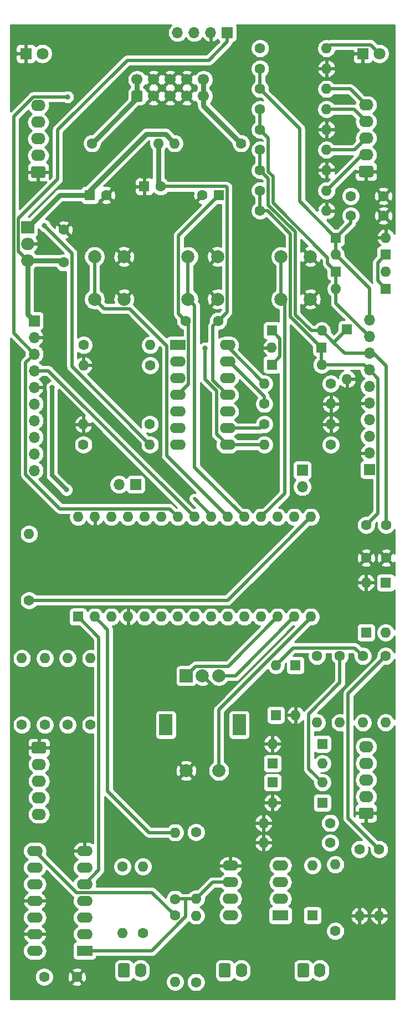
<source format=gbr>
%TF.GenerationSoftware,KiCad,Pcbnew,5.1.10-88a1d61d58~88~ubuntu20.10.1*%
%TF.CreationDate,2021-05-27T19:38:41+02:00*%
%TF.ProjectId,kosmo-multitool,6b6f736d-6f2d-46d7-956c-7469746f6f6c,v1.0.0*%
%TF.SameCoordinates,Original*%
%TF.FileFunction,Copper,L1,Top*%
%TF.FilePolarity,Positive*%
%FSLAX46Y46*%
G04 Gerber Fmt 4.6, Leading zero omitted, Abs format (unit mm)*
G04 Created by KiCad (PCBNEW 5.1.10-88a1d61d58~88~ubuntu20.10.1) date 2021-05-27 19:38:41*
%MOMM*%
%LPD*%
G01*
G04 APERTURE LIST*
%TA.AperFunction,ComponentPad*%
%ADD10O,1.600000X1.600000*%
%TD*%
%TA.AperFunction,ComponentPad*%
%ADD11C,1.600000*%
%TD*%
%TA.AperFunction,ComponentPad*%
%ADD12O,2.400000X1.600000*%
%TD*%
%TA.AperFunction,ComponentPad*%
%ADD13R,2.400000X1.600000*%
%TD*%
%TA.AperFunction,ComponentPad*%
%ADD14O,1.700000X1.700000*%
%TD*%
%TA.AperFunction,ComponentPad*%
%ADD15R,1.700000X1.700000*%
%TD*%
%TA.AperFunction,ComponentPad*%
%ADD16C,1.700000*%
%TD*%
%TA.AperFunction,ComponentPad*%
%ADD17R,1.600000X1.600000*%
%TD*%
%TA.AperFunction,ComponentPad*%
%ADD18O,2.000000X1.905000*%
%TD*%
%TA.AperFunction,ComponentPad*%
%ADD19R,2.000000X1.905000*%
%TD*%
%TA.AperFunction,ComponentPad*%
%ADD20R,2.000000X2.000000*%
%TD*%
%TA.AperFunction,ComponentPad*%
%ADD21C,2.000000*%
%TD*%
%TA.AperFunction,ComponentPad*%
%ADD22R,2.000000X3.200000*%
%TD*%
%TA.AperFunction,ComponentPad*%
%ADD23O,2.190000X1.740000*%
%TD*%
%TA.AperFunction,ComponentPad*%
%ADD24O,1.740000X2.190000*%
%TD*%
%TA.AperFunction,ComponentPad*%
%ADD25C,1.800000*%
%TD*%
%TA.AperFunction,ComponentPad*%
%ADD26R,1.800000X1.800000*%
%TD*%
%TA.AperFunction,ViaPad*%
%ADD27C,3.200000*%
%TD*%
%TA.AperFunction,ViaPad*%
%ADD28C,0.800000*%
%TD*%
%TA.AperFunction,ViaPad*%
%ADD29C,0.508000*%
%TD*%
%TA.AperFunction,Conductor*%
%ADD30C,0.508000*%
%TD*%
%TA.AperFunction,Conductor*%
%ADD31C,0.762000*%
%TD*%
%TA.AperFunction,Conductor*%
%ADD32C,0.635000*%
%TD*%
%TA.AperFunction,Conductor*%
%ADD33C,0.254000*%
%TD*%
%TA.AperFunction,Conductor*%
%ADD34C,0.100000*%
%TD*%
G04 APERTURE END LIST*
D10*
%TO.P,R37,2*%
%TO.N,GND*%
X127000000Y-171660000D03*
D11*
%TO.P,R37,1*%
%TO.N,D9*%
X127000000Y-161500000D03*
%TD*%
D10*
%TO.P,R36,2*%
%TO.N,GND*%
X109340000Y-157500000D03*
D11*
%TO.P,R36,1*%
%TO.N,D7*%
X119500000Y-157500000D03*
%TD*%
D10*
%TO.P,R35,2*%
%TO.N,GND*%
X109340000Y-160500000D03*
D11*
%TO.P,R35,1*%
%TO.N,D8*%
X119500000Y-160500000D03*
%TD*%
D10*
%TO.P,R34,2*%
%TO.N,GND*%
X124000000Y-171660000D03*
D11*
%TO.P,R34,1*%
%TO.N,D6*%
X124000000Y-161500000D03*
%TD*%
D12*
%TO.P,U2,14*%
%TO.N,+5V*%
X74380000Y-177000000D03*
%TO.P,U2,7*%
%TO.N,GND*%
X82000000Y-161760000D03*
%TO.P,U2,13*%
X74380000Y-174460000D03*
%TO.P,U2,6*%
%TO.N,Net-(U2-Pad6)*%
X82000000Y-164300000D03*
%TO.P,U2,12*%
%TO.N,Net-(U2-Pad12)*%
X74380000Y-171920000D03*
%TO.P,U2,5*%
%TO.N,TX*%
X82000000Y-166840000D03*
%TO.P,U2,11*%
%TO.N,GND*%
X74380000Y-169380000D03*
%TO.P,U2,4*%
%TO.N,Net-(R30-Pad1)*%
X82000000Y-169380000D03*
%TO.P,U2,10*%
%TO.N,Net-(U2-Pad10)*%
X74380000Y-166840000D03*
%TO.P,U2,3*%
%TO.N,Net-(U2-Pad2)*%
X82000000Y-171920000D03*
%TO.P,U2,9*%
%TO.N,Net-(U2-Pad6)*%
X74380000Y-164300000D03*
%TO.P,U2,2*%
%TO.N,Net-(U2-Pad2)*%
X82000000Y-174460000D03*
%TO.P,U2,8*%
%TO.N,Net-(R31-Pad1)*%
X74380000Y-161760000D03*
D13*
%TO.P,U2,1*%
%TO.N,Net-(R28-Pad2)*%
X82000000Y-177000000D03*
%TD*%
D14*
%TO.P,J12,2*%
%TO.N,A7*%
X87260000Y-105800000D03*
D15*
%TO.P,J12,1*%
%TO.N,A6*%
X89800000Y-105800000D03*
%TD*%
D14*
%TO.P,J11,2*%
%TO.N,SCL*%
X115250000Y-106140000D03*
D15*
%TO.P,J11,1*%
%TO.N,SDA*%
X115250000Y-103600000D03*
%TD*%
D10*
%TO.P,R14,2*%
%TO.N,GND*%
X119609681Y-93491142D03*
D11*
%TO.P,R14,1*%
%TO.N,Net-(R14-Pad1)*%
X109449681Y-93491142D03*
%TD*%
D10*
%TO.P,FB2,2*%
%TO.N,-12V*%
X93260000Y-53700000D03*
D11*
%TO.P,FB2,1*%
%TO.N,Net-(FB2-Pad1)*%
X83100000Y-53700000D03*
%TD*%
D10*
%TO.P,FB1,2*%
%TO.N,+12V*%
X95740000Y-53700000D03*
D11*
%TO.P,FB1,1*%
%TO.N,Net-(FB1-Pad1)*%
X105900000Y-53700000D03*
%TD*%
D16*
%TO.P,POWER1,10*%
%TO.N,Net-(FB1-Pad1)*%
X100160000Y-43960000D03*
%TO.P,POWER1,8*%
%TO.N,GND*%
X97620000Y-43960000D03*
%TO.P,POWER1,6*%
X95080000Y-43960000D03*
%TO.P,POWER1,4*%
X92540000Y-43960000D03*
%TO.P,POWER1,2*%
%TO.N,Net-(FB2-Pad1)*%
X90000000Y-43960000D03*
%TO.P,POWER1,9*%
%TO.N,Net-(FB1-Pad1)*%
X100160000Y-46500000D03*
%TO.P,POWER1,7*%
%TO.N,GND*%
X97620000Y-46500000D03*
%TO.P,POWER1,5*%
X95080000Y-46500000D03*
%TO.P,POWER1,3*%
X92540000Y-46500000D03*
%TO.P,POWER1,1*%
%TO.N,Net-(FB2-Pad1)*%
%TA.AperFunction,ComponentPad*%
G36*
G01*
X90600000Y-47350000D02*
X89400000Y-47350000D01*
G75*
G02*
X89150000Y-47100000I0J250000D01*
G01*
X89150000Y-45900000D01*
G75*
G02*
X89400000Y-45650000I250000J0D01*
G01*
X90600000Y-45650000D01*
G75*
G02*
X90850000Y-45900000I0J-250000D01*
G01*
X90850000Y-47100000D01*
G75*
G02*
X90600000Y-47350000I-250000J0D01*
G01*
G37*
%TD.AperFunction*%
%TD*%
D11*
%TO.P,C10,2*%
%TO.N,GND*%
X85300000Y-61600000D03*
D17*
%TO.P,C10,1*%
%TO.N,+12V*%
X82800000Y-61600000D03*
%TD*%
D11*
%TO.P,C9,2*%
%TO.N,-12V*%
X93600000Y-60300000D03*
D17*
%TO.P,C9,1*%
%TO.N,GND*%
X91100000Y-60300000D03*
%TD*%
D18*
%TO.P,U4,3*%
%TO.N,+5V*%
X73300000Y-71580000D03*
%TO.P,U4,2*%
%TO.N,GND*%
X73300000Y-69040000D03*
D19*
%TO.P,U4,1*%
%TO.N,+12V*%
X73300000Y-66500000D03*
%TD*%
D12*
%TO.P,U3,8*%
%TO.N,+5V*%
X104280000Y-171600000D03*
%TO.P,U3,4*%
%TO.N,N/C*%
X111900000Y-163980000D03*
%TO.P,U3,7*%
%TO.N,Net-(U3-Pad7)*%
X104280000Y-169060000D03*
%TO.P,U3,3*%
%TO.N,Net-(D19-Pad2)*%
X111900000Y-166520000D03*
%TO.P,U3,6*%
%TO.N,Net-(R28-Pad2)*%
X104280000Y-166520000D03*
%TO.P,U3,2*%
%TO.N,Net-(D19-Pad1)*%
X111900000Y-169060000D03*
%TO.P,U3,5*%
%TO.N,GND*%
X104280000Y-163980000D03*
D13*
%TO.P,U3,1*%
%TO.N,Net-(U3-Pad1)*%
X111900000Y-171600000D03*
%TD*%
D12*
%TO.P,U1,14*%
%TO.N,CV_OUT3*%
X103820000Y-84500000D03*
%TO.P,U1,7*%
%TO.N,CV_OUT1*%
X96200000Y-99740000D03*
%TO.P,U1,13*%
%TO.N,Net-(R14-Pad1)*%
X103820000Y-87040000D03*
%TO.P,U1,6*%
%TO.N,Net-(R13-Pad1)*%
X96200000Y-97200000D03*
%TO.P,U1,12*%
%TO.N,VOUTD*%
X103820000Y-89580000D03*
%TO.P,U1,5*%
%TO.N,VOUTB*%
X96200000Y-94660000D03*
%TO.P,U1,11*%
%TO.N,-12V*%
X103820000Y-92120000D03*
%TO.P,U1,4*%
%TO.N,+12V*%
X96200000Y-92120000D03*
%TO.P,U1,10*%
%TO.N,VOUTC*%
X103820000Y-94660000D03*
%TO.P,U1,3*%
%TO.N,VOUTA*%
X96200000Y-89580000D03*
%TO.P,U1,9*%
%TO.N,Net-(R5-Pad1)*%
X103820000Y-97200000D03*
%TO.P,U1,2*%
%TO.N,Net-(R10-Pad1)*%
X96200000Y-87040000D03*
%TO.P,U1,8*%
%TO.N,CV_OUT2*%
X103820000Y-99740000D03*
D13*
%TO.P,U1,1*%
%TO.N,CV_OUT0*%
X96200000Y-84500000D03*
%TD*%
D20*
%TO.P,SW4,A*%
%TO.N,D10*%
X97500000Y-135000000D03*
D21*
%TO.P,SW4,C*%
%TO.N,GND*%
X100000000Y-135000000D03*
%TO.P,SW4,B*%
%TO.N,D11*%
X102500000Y-135000000D03*
D22*
%TO.P,SW4,MP*%
%TO.N,N/C*%
X94400000Y-142500000D03*
X105600000Y-142500000D03*
D21*
%TO.P,SW4,S2*%
%TO.N,GND*%
X97500000Y-149500000D03*
%TO.P,SW4,S1*%
%TO.N,D12*%
X102500000Y-149500000D03*
%TD*%
%TO.P,SW3,1*%
%TO.N,SW2*%
X83500000Y-77500000D03*
%TO.P,SW3,2*%
%TO.N,GND*%
X88000000Y-77500000D03*
%TO.P,SW3,1*%
%TO.N,SW2*%
X83500000Y-71000000D03*
%TO.P,SW3,2*%
%TO.N,GND*%
X88000000Y-71000000D03*
%TD*%
%TO.P,SW2,1*%
%TO.N,SW1*%
X97800000Y-77500000D03*
%TO.P,SW2,2*%
%TO.N,GND*%
X102300000Y-77500000D03*
%TO.P,SW2,1*%
%TO.N,SW1*%
X97800000Y-71000000D03*
%TO.P,SW2,2*%
%TO.N,GND*%
X102300000Y-71000000D03*
%TD*%
%TO.P,SW1,1*%
%TO.N,SW0*%
X112000000Y-77500000D03*
%TO.P,SW1,2*%
%TO.N,GND*%
X116500000Y-77500000D03*
%TO.P,SW1,1*%
%TO.N,SW0*%
X112000000Y-71000000D03*
%TO.P,SW1,2*%
%TO.N,GND*%
X116500000Y-71000000D03*
%TD*%
D10*
%TO.P,R33,2*%
%TO.N,+5V*%
X99000000Y-171640000D03*
D11*
%TO.P,R33,1*%
%TO.N,Net-(J7-Pad2)*%
X99000000Y-181800000D03*
%TD*%
D10*
%TO.P,R32,2*%
%TO.N,+5V*%
X90900000Y-164140000D03*
D11*
%TO.P,R32,1*%
%TO.N,Net-(J6-Pad2)*%
X90900000Y-174300000D03*
%TD*%
D10*
%TO.P,R31,2*%
%TO.N,Net-(J7-Pad1)*%
X95800000Y-181760000D03*
D11*
%TO.P,R31,1*%
%TO.N,Net-(R31-Pad1)*%
X95800000Y-171600000D03*
%TD*%
D10*
%TO.P,R30,2*%
%TO.N,Net-(J6-Pad1)*%
X87779735Y-174292949D03*
D11*
%TO.P,R30,1*%
%TO.N,Net-(R30-Pad1)*%
X87779735Y-164132949D03*
%TD*%
D10*
%TO.P,R29,2*%
%TO.N,RX*%
X95800000Y-158940000D03*
D11*
%TO.P,R29,1*%
%TO.N,Net-(R28-Pad2)*%
X95800000Y-169100000D03*
%TD*%
D10*
%TO.P,R28,2*%
%TO.N,Net-(R28-Pad2)*%
X99000000Y-169060000D03*
D11*
%TO.P,R28,1*%
%TO.N,+5V*%
X99000000Y-158900000D03*
%TD*%
D10*
%TO.P,R27,2*%
%TO.N,Net-(D18-Pad2)*%
X118960000Y-39200000D03*
D11*
%TO.P,R27,1*%
%TO.N,LED1*%
X108800000Y-39200000D03*
%TD*%
D10*
%TO.P,R26,2*%
%TO.N,Net-(D17-Pad2)*%
X73500000Y-113340000D03*
D11*
%TO.P,R26,1*%
%TO.N,LED0*%
X73500000Y-123500000D03*
%TD*%
D10*
%TO.P,R25,2*%
%TO.N,Net-(D19-Pad1)*%
X120300000Y-163840000D03*
D11*
%TO.P,R25,1*%
%TO.N,Net-(J1-Pad2)*%
X120300000Y-174000000D03*
%TD*%
D10*
%TO.P,R24,2*%
%TO.N,D5*%
X82900000Y-132340000D03*
D11*
%TO.P,R24,1*%
%TO.N,GATE_OUT3*%
X82900000Y-142500000D03*
%TD*%
D10*
%TO.P,R23,2*%
%TO.N,D4*%
X79400000Y-132340000D03*
D11*
%TO.P,R23,1*%
%TO.N,GATE_OUT2*%
X79400000Y-142500000D03*
%TD*%
D10*
%TO.P,R22,2*%
%TO.N,D3*%
X75900000Y-132340000D03*
D11*
%TO.P,R22,1*%
%TO.N,GATE_OUT1*%
X75900000Y-142500000D03*
%TD*%
D10*
%TO.P,R21,2*%
%TO.N,D2*%
X72400000Y-132340000D03*
D11*
%TO.P,R21,1*%
%TO.N,GATE_OUT0*%
X72400000Y-142500000D03*
%TD*%
D10*
%TO.P,R20,2*%
%TO.N,GATE_IN3*%
X128000000Y-142160000D03*
D11*
%TO.P,R20,1*%
%TO.N,D9*%
X128000000Y-132000000D03*
%TD*%
D10*
%TO.P,R19,2*%
%TO.N,GATE_IN1*%
X121000000Y-142160000D03*
D11*
%TO.P,R19,1*%
%TO.N,D7*%
X121000000Y-132000000D03*
%TD*%
D10*
%TO.P,R18,2*%
%TO.N,CV_OUT3*%
X109451509Y-90397762D03*
D11*
%TO.P,R18,1*%
%TO.N,Net-(R14-Pad1)*%
X119611509Y-90397762D03*
%TD*%
D10*
%TO.P,R17,2*%
%TO.N,CV_OUT1*%
X91960000Y-99700000D03*
D11*
%TO.P,R17,1*%
%TO.N,Net-(R13-Pad1)*%
X81800000Y-99700000D03*
%TD*%
D10*
%TO.P,R16,2*%
%TO.N,GND*%
X118960000Y-42300000D03*
D11*
%TO.P,R16,1*%
%TO.N,AIN3*%
X108800000Y-42300000D03*
%TD*%
D10*
%TO.P,R15,2*%
%TO.N,GND*%
X118960000Y-57800000D03*
D11*
%TO.P,R15,1*%
%TO.N,AIN1*%
X108800000Y-57800000D03*
%TD*%
D10*
%TO.P,R13,2*%
%TO.N,GND*%
X81799272Y-96594282D03*
D11*
%TO.P,R13,1*%
%TO.N,Net-(R13-Pad1)*%
X91959272Y-96594282D03*
%TD*%
D10*
%TO.P,R12,2*%
%TO.N,CV_IN3*%
X118960000Y-45400000D03*
D11*
%TO.P,R12,1*%
%TO.N,AIN3*%
X108800000Y-45400000D03*
%TD*%
D10*
%TO.P,R11,2*%
%TO.N,CV_IN1*%
X118960000Y-54700000D03*
D11*
%TO.P,R11,1*%
%TO.N,AIN1*%
X108800000Y-54700000D03*
%TD*%
D10*
%TO.P,R10,2*%
%TO.N,CV_OUT0*%
X92004263Y-84509355D03*
D11*
%TO.P,R10,1*%
%TO.N,Net-(R10-Pad1)*%
X81844263Y-84509355D03*
%TD*%
D10*
%TO.P,R9,2*%
%TO.N,CV_OUT2*%
X109440000Y-99700000D03*
D11*
%TO.P,R9,1*%
%TO.N,Net-(R5-Pad1)*%
X119600000Y-99700000D03*
%TD*%
D10*
%TO.P,R8,2*%
%TO.N,GND*%
X81840000Y-87600000D03*
D11*
%TO.P,R8,1*%
%TO.N,Net-(R10-Pad1)*%
X92000000Y-87600000D03*
%TD*%
D10*
%TO.P,R7,2*%
%TO.N,GATE_IN2*%
X124500000Y-142160000D03*
D11*
%TO.P,R7,1*%
%TO.N,D8*%
X124500000Y-132000000D03*
%TD*%
D10*
%TO.P,R6,2*%
%TO.N,GATE_IN0*%
X117500000Y-142160000D03*
D11*
%TO.P,R6,1*%
%TO.N,D6*%
X117500000Y-132000000D03*
%TD*%
D10*
%TO.P,R5,2*%
%TO.N,GND*%
X119622020Y-96600014D03*
D11*
%TO.P,R5,1*%
%TO.N,Net-(R5-Pad1)*%
X109462020Y-96600014D03*
%TD*%
D10*
%TO.P,R4,2*%
%TO.N,GND*%
X118960000Y-51600000D03*
D11*
%TO.P,R4,1*%
%TO.N,AIN2*%
X108800000Y-51600000D03*
%TD*%
D10*
%TO.P,R3,2*%
%TO.N,GND*%
X118960000Y-64000000D03*
D11*
%TO.P,R3,1*%
%TO.N,AIN0*%
X108800000Y-64000000D03*
%TD*%
D10*
%TO.P,R2,2*%
%TO.N,CV_IN2*%
X118960000Y-48500000D03*
D11*
%TO.P,R2,1*%
%TO.N,AIN2*%
X108800000Y-48500000D03*
%TD*%
D10*
%TO.P,R1,2*%
%TO.N,CV_IN0*%
X118960000Y-60900000D03*
D11*
%TO.P,R1,1*%
%TO.N,AIN0*%
X108800000Y-60900000D03*
%TD*%
D23*
%TO.P,J10,5*%
%TO.N,CV_OUT3*%
X74900000Y-47940000D03*
%TO.P,J10,4*%
%TO.N,CV_OUT2*%
X74900000Y-50480000D03*
%TO.P,J10,3*%
%TO.N,CV_OUT1*%
X74900000Y-53020000D03*
%TO.P,J10,2*%
%TO.N,CV_OUT0*%
X74900000Y-55560000D03*
%TO.P,J10,1*%
%TO.N,GND*%
%TA.AperFunction,ComponentPad*%
G36*
G01*
X75745001Y-58970000D02*
X74054999Y-58970000D01*
G75*
G02*
X73805000Y-58720001I0J249999D01*
G01*
X73805000Y-57479999D01*
G75*
G02*
X74054999Y-57230000I249999J0D01*
G01*
X75745001Y-57230000D01*
G75*
G02*
X75995000Y-57479999I0J-249999D01*
G01*
X75995000Y-58720001D01*
G75*
G02*
X75745001Y-58970000I-249999J0D01*
G01*
G37*
%TD.AperFunction*%
%TD*%
%TO.P,J9,5*%
%TO.N,CV_IN3*%
X125000000Y-47840000D03*
%TO.P,J9,4*%
%TO.N,CV_IN2*%
X125000000Y-50380000D03*
%TO.P,J9,3*%
%TO.N,CV_IN1*%
X125000000Y-52920000D03*
%TO.P,J9,2*%
%TO.N,CV_IN0*%
X125000000Y-55460000D03*
%TO.P,J9,1*%
%TO.N,GND*%
%TA.AperFunction,ComponentPad*%
G36*
G01*
X125845001Y-58870000D02*
X124154999Y-58870000D01*
G75*
G02*
X123905000Y-58620001I0J249999D01*
G01*
X123905000Y-57379999D01*
G75*
G02*
X124154999Y-57130000I249999J0D01*
G01*
X125845001Y-57130000D01*
G75*
G02*
X126095000Y-57379999I0J-249999D01*
G01*
X126095000Y-58620001D01*
G75*
G02*
X125845001Y-58870000I-249999J0D01*
G01*
G37*
%TD.AperFunction*%
%TD*%
D14*
%TO.P,J8,10*%
%TO.N,VOUTD*%
X74300000Y-103660000D03*
%TO.P,J8,9*%
%TO.N,VOUTC*%
X74300000Y-101120000D03*
%TO.P,J8,8*%
%TO.N,VOUTB*%
X74300000Y-98580000D03*
%TO.P,J8,7*%
%TO.N,VOUTA*%
X74300000Y-96040000D03*
%TO.P,J8,6*%
%TO.N,Net-(J8-Pad6)*%
X74300000Y-93500000D03*
%TO.P,J8,5*%
%TO.N,GND*%
X74300000Y-90960000D03*
%TO.P,J8,4*%
%TO.N,SDA*%
X74300000Y-88420000D03*
%TO.P,J8,3*%
%TO.N,SCL*%
X74300000Y-85880000D03*
%TO.P,J8,2*%
%TO.N,GND*%
X74300000Y-83340000D03*
D15*
%TO.P,J8,1*%
%TO.N,+5V*%
X74300000Y-80800000D03*
%TD*%
D24*
%TO.P,J7,2*%
%TO.N,Net-(J7-Pad2)*%
X105940000Y-180000000D03*
%TO.P,J7,1*%
%TO.N,Net-(J7-Pad1)*%
%TA.AperFunction,ComponentPad*%
G36*
G01*
X102530000Y-180845001D02*
X102530000Y-179154999D01*
G75*
G02*
X102779999Y-178905000I249999J0D01*
G01*
X104020001Y-178905000D01*
G75*
G02*
X104270000Y-179154999I0J-249999D01*
G01*
X104270000Y-180845001D01*
G75*
G02*
X104020001Y-181095000I-249999J0D01*
G01*
X102779999Y-181095000D01*
G75*
G02*
X102530000Y-180845001I0J249999D01*
G01*
G37*
%TD.AperFunction*%
%TD*%
%TO.P,J6,2*%
%TO.N,Net-(J6-Pad2)*%
X90540000Y-180000000D03*
%TO.P,J6,1*%
%TO.N,Net-(J6-Pad1)*%
%TA.AperFunction,ComponentPad*%
G36*
G01*
X87130000Y-180845001D02*
X87130000Y-179154999D01*
G75*
G02*
X87379999Y-178905000I249999J0D01*
G01*
X88620001Y-178905000D01*
G75*
G02*
X88870000Y-179154999I0J-249999D01*
G01*
X88870000Y-180845001D01*
G75*
G02*
X88620001Y-181095000I-249999J0D01*
G01*
X87379999Y-181095000D01*
G75*
G02*
X87130000Y-180845001I0J249999D01*
G01*
G37*
%TD.AperFunction*%
%TD*%
D14*
%TO.P,J5,10*%
%TO.N,AIN3*%
X125500000Y-80680000D03*
%TO.P,J5,9*%
%TO.N,AIN2*%
X125500000Y-83220000D03*
%TO.P,J5,8*%
%TO.N,AIN1*%
X125500000Y-85760000D03*
%TO.P,J5,7*%
%TO.N,AIN0*%
X125500000Y-88300000D03*
%TO.P,J5,6*%
%TO.N,Net-(J5-Pad6)*%
X125500000Y-90840000D03*
%TO.P,J5,5*%
%TO.N,GND*%
X125500000Y-93380000D03*
%TO.P,J5,4*%
%TO.N,SDA*%
X125500000Y-95920000D03*
%TO.P,J5,3*%
%TO.N,SCL*%
X125500000Y-98460000D03*
%TO.P,J5,2*%
%TO.N,GND*%
X125500000Y-101000000D03*
D15*
%TO.P,J5,1*%
%TO.N,+5V*%
X125500000Y-103540000D03*
%TD*%
D23*
%TO.P,J4,5*%
%TO.N,GATE_OUT3*%
X75000000Y-156160000D03*
%TO.P,J4,4*%
%TO.N,GATE_OUT2*%
X75000000Y-153620000D03*
%TO.P,J4,3*%
%TO.N,GATE_OUT1*%
X75000000Y-151080000D03*
%TO.P,J4,2*%
%TO.N,GATE_OUT0*%
X75000000Y-148540000D03*
%TO.P,J4,1*%
%TO.N,GND*%
%TA.AperFunction,ComponentPad*%
G36*
G01*
X74154999Y-145130000D02*
X75845001Y-145130000D01*
G75*
G02*
X76095000Y-145379999I0J-249999D01*
G01*
X76095000Y-146620001D01*
G75*
G02*
X75845001Y-146870000I-249999J0D01*
G01*
X74154999Y-146870000D01*
G75*
G02*
X73905000Y-146620001I0J249999D01*
G01*
X73905000Y-145379999D01*
G75*
G02*
X74154999Y-145130000I249999J0D01*
G01*
G37*
%TD.AperFunction*%
%TD*%
%TO.P,J3,5*%
%TO.N,GATE_IN3*%
X125000000Y-145840000D03*
%TO.P,J3,4*%
%TO.N,GATE_IN2*%
X125000000Y-148380000D03*
%TO.P,J3,3*%
%TO.N,GATE_IN1*%
X125000000Y-150920000D03*
%TO.P,J3,2*%
%TO.N,GATE_IN0*%
X125000000Y-153460000D03*
%TO.P,J3,1*%
%TO.N,GND*%
%TA.AperFunction,ComponentPad*%
G36*
G01*
X125845001Y-156870000D02*
X124154999Y-156870000D01*
G75*
G02*
X123905000Y-156620001I0J249999D01*
G01*
X123905000Y-155379999D01*
G75*
G02*
X124154999Y-155130000I249999J0D01*
G01*
X125845001Y-155130000D01*
G75*
G02*
X126095000Y-155379999I0J-249999D01*
G01*
X126095000Y-156620001D01*
G75*
G02*
X125845001Y-156870000I-249999J0D01*
G01*
G37*
%TD.AperFunction*%
%TD*%
D14*
%TO.P,J2,4*%
%TO.N,SDA*%
X96180000Y-36800000D03*
%TO.P,J2,3*%
%TO.N,SCL*%
X98720000Y-36800000D03*
%TO.P,J2,2*%
%TO.N,GND*%
X101260000Y-36800000D03*
D15*
%TO.P,J2,1*%
%TO.N,+5V*%
X103800000Y-36800000D03*
%TD*%
D24*
%TO.P,J1,2*%
%TO.N,Net-(J1-Pad2)*%
X117940000Y-180000000D03*
%TO.P,J1,1*%
%TO.N,Net-(D19-Pad2)*%
%TA.AperFunction,ComponentPad*%
G36*
G01*
X114530000Y-180845001D02*
X114530000Y-179154999D01*
G75*
G02*
X114779999Y-178905000I249999J0D01*
G01*
X116020001Y-178905000D01*
G75*
G02*
X116270000Y-179154999I0J-249999D01*
G01*
X116270000Y-180845001D01*
G75*
G02*
X116020001Y-181095000I-249999J0D01*
G01*
X114779999Y-181095000D01*
G75*
G02*
X114530000Y-180845001I0J249999D01*
G01*
G37*
%TD.AperFunction*%
%TD*%
D10*
%TO.P,D19,2*%
%TO.N,Net-(D19-Pad2)*%
X116800000Y-163980000D03*
D17*
%TO.P,D19,1*%
%TO.N,Net-(D19-Pad1)*%
X116800000Y-171600000D03*
%TD*%
D25*
%TO.P,D18,2*%
%TO.N,Net-(D18-Pad2)*%
X127040000Y-40000000D03*
D26*
%TO.P,D18,1*%
%TO.N,GND*%
X124500000Y-40000000D03*
%TD*%
D25*
%TO.P,D17,2*%
%TO.N,Net-(D17-Pad2)*%
X75540000Y-40000000D03*
D26*
%TO.P,D17,1*%
%TO.N,GND*%
X73000000Y-40000000D03*
%TD*%
D10*
%TO.P,D16,2*%
%TO.N,GND*%
X125000000Y-120780000D03*
D17*
%TO.P,D16,1*%
%TO.N,D9*%
X125000000Y-128400000D03*
%TD*%
D10*
%TO.P,D15,2*%
%TO.N,D9*%
X128000000Y-128420000D03*
D17*
%TO.P,D15,1*%
%TO.N,+5V*%
X128000000Y-120800000D03*
%TD*%
D10*
%TO.P,D14,2*%
%TO.N,GND*%
X110680000Y-154400000D03*
D17*
%TO.P,D14,1*%
%TO.N,D7*%
X118300000Y-154400000D03*
%TD*%
D10*
%TO.P,D13,2*%
%TO.N,D7*%
X118320000Y-151300000D03*
D17*
%TO.P,D13,1*%
%TO.N,+5V*%
X110700000Y-151300000D03*
%TD*%
D10*
%TO.P,D12,2*%
%TO.N,GND*%
X128020000Y-68100000D03*
D17*
%TO.P,D12,1*%
%TO.N,AIN3*%
X120400000Y-68100000D03*
%TD*%
D10*
%TO.P,D11,2*%
%TO.N,AIN3*%
X120380000Y-70700000D03*
D17*
%TO.P,D11,1*%
%TO.N,+5V*%
X128000000Y-70700000D03*
%TD*%
D10*
%TO.P,D10,2*%
%TO.N,GND*%
X122100000Y-89720000D03*
D17*
%TO.P,D10,1*%
%TO.N,AIN1*%
X122100000Y-82100000D03*
%TD*%
D10*
%TO.P,D9,2*%
%TO.N,AIN1*%
X118220000Y-82300000D03*
D17*
%TO.P,D9,1*%
%TO.N,+5V*%
X110600000Y-82300000D03*
%TD*%
D10*
%TO.P,D8,2*%
%TO.N,GND*%
X114200000Y-141020000D03*
D17*
%TO.P,D8,1*%
%TO.N,D8*%
X114200000Y-133400000D03*
%TD*%
D10*
%TO.P,D7,2*%
%TO.N,D8*%
X111200000Y-133380000D03*
D17*
%TO.P,D7,1*%
%TO.N,+5V*%
X111200000Y-141000000D03*
%TD*%
D10*
%TO.P,D6,2*%
%TO.N,GND*%
X110680000Y-145400000D03*
D17*
%TO.P,D6,1*%
%TO.N,D6*%
X118300000Y-145400000D03*
%TD*%
D10*
%TO.P,D5,2*%
%TO.N,D6*%
X118320000Y-148400000D03*
D17*
%TO.P,D5,1*%
%TO.N,+5V*%
X110700000Y-148400000D03*
%TD*%
D10*
%TO.P,D4,2*%
%TO.N,GND*%
X128020000Y-73300000D03*
D17*
%TO.P,D4,1*%
%TO.N,AIN2*%
X120400000Y-73300000D03*
%TD*%
D10*
%TO.P,D3,2*%
%TO.N,AIN2*%
X120380000Y-75900000D03*
D17*
%TO.P,D3,1*%
%TO.N,+5V*%
X128000000Y-75900000D03*
%TD*%
D10*
%TO.P,D2,2*%
%TO.N,GND*%
X110580000Y-84900000D03*
D17*
%TO.P,D2,1*%
%TO.N,AIN0*%
X118200000Y-84900000D03*
%TD*%
D10*
%TO.P,D1,2*%
%TO.N,AIN0*%
X118220000Y-87500000D03*
D17*
%TO.P,D1,1*%
%TO.N,+5V*%
X110600000Y-87500000D03*
%TD*%
D11*
%TO.P,C8,2*%
%TO.N,GND*%
X80800000Y-181000000D03*
%TO.P,C8,1*%
%TO.N,+5V*%
X75800000Y-181000000D03*
%TD*%
%TO.P,C7,2*%
%TO.N,GND*%
X78800000Y-66900000D03*
%TO.P,C7,1*%
%TO.N,+5V*%
X78800000Y-71900000D03*
%TD*%
%TO.P,C6,2*%
%TO.N,-12V*%
X102400000Y-80800000D03*
%TO.P,C6,1*%
%TO.N,+12V*%
X97400000Y-80800000D03*
%TD*%
%TO.P,C5,2*%
%TO.N,GND*%
X100000000Y-61600000D03*
D17*
%TO.P,C5,1*%
%TO.N,+12V*%
X102500000Y-61600000D03*
%TD*%
D11*
%TO.P,C4,2*%
%TO.N,GND*%
X127650000Y-64750000D03*
%TO.P,C4,1*%
%TO.N,AIN3*%
X122650000Y-64750000D03*
%TD*%
%TO.P,C3,2*%
%TO.N,GND*%
X128050000Y-117000000D03*
%TO.P,C3,1*%
%TO.N,AIN1*%
X128050000Y-112000000D03*
%TD*%
%TO.P,C2,2*%
%TO.N,GND*%
X127650000Y-61750000D03*
%TO.P,C2,1*%
%TO.N,AIN2*%
X122650000Y-61750000D03*
%TD*%
%TO.P,C1,2*%
%TO.N,GND*%
X125000000Y-117000000D03*
%TO.P,C1,1*%
%TO.N,AIN0*%
X125000000Y-112000000D03*
%TD*%
D10*
%TO.P,A1,16*%
%TO.N,LED0*%
X116560000Y-110760000D03*
%TO.P,A1,15*%
%TO.N,D12*%
X116560000Y-126000000D03*
%TO.P,A1,30*%
%TO.N,Net-(A1-Pad30)*%
X81000000Y-110760000D03*
%TO.P,A1,14*%
%TO.N,D11*%
X114020000Y-126000000D03*
%TO.P,A1,29*%
%TO.N,GND*%
X83540000Y-110760000D03*
%TO.P,A1,13*%
%TO.N,D10*%
X111480000Y-126000000D03*
%TO.P,A1,28*%
%TO.N,Net-(A1-Pad28)*%
X86080000Y-110760000D03*
%TO.P,A1,12*%
%TO.N,D9*%
X108940000Y-126000000D03*
%TO.P,A1,27*%
%TO.N,+5V*%
X88620000Y-110760000D03*
%TO.P,A1,11*%
%TO.N,D8*%
X106400000Y-126000000D03*
%TO.P,A1,26*%
%TO.N,A7*%
X91160000Y-110760000D03*
%TO.P,A1,10*%
%TO.N,D7*%
X103860000Y-126000000D03*
%TO.P,A1,25*%
%TO.N,A6*%
X93700000Y-110760000D03*
%TO.P,A1,9*%
%TO.N,D6*%
X101320000Y-126000000D03*
%TO.P,A1,24*%
%TO.N,SCL*%
X96240000Y-110760000D03*
%TO.P,A1,8*%
%TO.N,D5*%
X98780000Y-126000000D03*
%TO.P,A1,23*%
%TO.N,SDA*%
X98780000Y-110760000D03*
%TO.P,A1,7*%
%TO.N,D4*%
X96240000Y-126000000D03*
%TO.P,A1,22*%
%TO.N,LED1*%
X101320000Y-110760000D03*
%TO.P,A1,6*%
%TO.N,D3*%
X93700000Y-126000000D03*
%TO.P,A1,21*%
%TO.N,SW2*%
X103860000Y-110760000D03*
%TO.P,A1,5*%
%TO.N,D2*%
X91160000Y-126000000D03*
%TO.P,A1,20*%
%TO.N,SW1*%
X106400000Y-110760000D03*
%TO.P,A1,4*%
%TO.N,GND*%
X88620000Y-126000000D03*
%TO.P,A1,19*%
%TO.N,SW0*%
X108940000Y-110760000D03*
%TO.P,A1,3*%
%TO.N,Net-(A1-Pad3)*%
X86080000Y-126000000D03*
%TO.P,A1,18*%
%TO.N,Net-(A1-Pad18)*%
X111480000Y-110760000D03*
%TO.P,A1,2*%
%TO.N,RX*%
X83540000Y-126000000D03*
%TO.P,A1,17*%
%TO.N,Net-(A1-Pad17)*%
X114020000Y-110760000D03*
D17*
%TO.P,A1,1*%
%TO.N,TX*%
X81000000Y-126000000D03*
%TD*%
D27*
%TO.N,GND*%
X92000000Y-77000000D03*
X108000000Y-77000000D03*
D28*
%TO.N,+5V*%
X77000000Y-91000000D03*
X79200000Y-106600000D03*
D29*
%TO.N,LED1*%
X98750000Y-107950000D03*
D28*
%TO.N,SCL*%
X79384010Y-46615990D03*
%TO.N,CV_OUT2*%
X100400000Y-85000000D03*
%TO.N,CV_OUT1*%
X75834851Y-66265149D03*
%TD*%
D30*
%TO.N,D12*%
X116560000Y-126164078D02*
X116560000Y-126000000D01*
X102500000Y-140224078D02*
X116560000Y-126164078D01*
X102500000Y-149500000D02*
X102500000Y-140224078D01*
%TO.N,D11*%
X105020000Y-135000000D02*
X114020000Y-126000000D01*
X102500000Y-135000000D02*
X105020000Y-135000000D01*
%TO.N,D10*%
X103934001Y-133545999D02*
X111480000Y-126000000D01*
X98954001Y-133545999D02*
X103934001Y-133545999D01*
X97500000Y-135000000D02*
X98954001Y-133545999D01*
%TO.N,D9*%
X122254001Y-137745999D02*
X122254001Y-156754001D01*
X122254001Y-156754001D02*
X127000000Y-161500000D01*
X128000000Y-132000000D02*
X122254001Y-137745999D01*
D31*
%TO.N,+5V*%
X78480000Y-71580000D02*
X78800000Y-71900000D01*
X73300000Y-71580000D02*
X78480000Y-71580000D01*
X73300000Y-79800000D02*
X74300000Y-80800000D01*
X73300000Y-71580000D02*
X73300000Y-79800000D01*
D30*
X126765999Y-74665999D02*
X128000000Y-75900000D01*
X126765999Y-71934001D02*
X126765999Y-74665999D01*
X128000000Y-70700000D02*
X126765999Y-71934001D01*
X111834001Y-86265999D02*
X110600000Y-87500000D01*
X111834001Y-83534001D02*
X111834001Y-86265999D01*
X110600000Y-82300000D02*
X111834001Y-83534001D01*
X79200000Y-106600000D02*
X79200000Y-106600000D01*
D32*
X77000000Y-104400000D02*
X79200000Y-106600000D01*
X77000000Y-91000000D02*
X77000000Y-104400000D01*
D30*
X71845990Y-70125990D02*
X73300000Y-71580000D01*
X77854127Y-59176171D02*
X71845990Y-65184308D01*
X77854127Y-51645873D02*
X77854127Y-59176171D01*
X71845990Y-65184308D02*
X71845990Y-70125990D01*
X103800000Y-38158000D02*
X100958000Y-41000000D01*
X103800000Y-36800000D02*
X103800000Y-38158000D01*
X88500000Y-41000000D02*
X77854127Y-51645873D01*
X100958000Y-41000000D02*
X88500000Y-41000000D01*
%TO.N,D8*%
X123245999Y-130745999D02*
X124500000Y-132000000D01*
X113834001Y-130745999D02*
X123245999Y-130745999D01*
X111200000Y-133380000D02*
X113834001Y-130745999D01*
%TO.N,LED0*%
X103820000Y-123500000D02*
X73500000Y-123500000D01*
X116560000Y-110760000D02*
X103820000Y-123500000D01*
%TO.N,D7*%
X121000000Y-136075922D02*
X116245999Y-140829923D01*
X121000000Y-132000000D02*
X121000000Y-136075922D01*
X116245999Y-149225999D02*
X118320000Y-151300000D01*
X116245999Y-140829923D02*
X116245999Y-149225999D01*
%TO.N,LED1*%
X101320000Y-110520000D02*
X101320000Y-110760000D01*
X98750000Y-107950000D02*
X101320000Y-110520000D01*
%TO.N,SCL*%
X71137980Y-82717980D02*
X74300000Y-85880000D01*
X71137980Y-49604588D02*
X71137980Y-82717980D01*
X74126578Y-46615990D02*
X71137980Y-49604588D01*
X72995999Y-87184001D02*
X74300000Y-85880000D01*
X72995999Y-104285921D02*
X72995999Y-87184001D01*
X78216077Y-109505999D02*
X72995999Y-104285921D01*
X94985999Y-109505999D02*
X78216077Y-109505999D01*
X96240000Y-110760000D02*
X94985999Y-109505999D01*
X74126578Y-46615990D02*
X79384010Y-46615990D01*
X79384010Y-46615990D02*
X79384010Y-46615990D01*
%TO.N,SDA*%
X76440000Y-88420000D02*
X74300000Y-88420000D01*
X98780000Y-110760000D02*
X76440000Y-88420000D01*
%TO.N,SW0*%
X112542010Y-107157990D02*
X108940000Y-110760000D01*
X112000000Y-71000000D02*
X112000000Y-77500000D01*
X112542010Y-78042010D02*
X112542010Y-107157990D01*
X112000000Y-77500000D02*
X112542010Y-78042010D01*
%TO.N,SW1*%
X98799999Y-103159999D02*
X106400000Y-110760000D01*
X97800000Y-71000000D02*
X97800000Y-77500000D01*
X98799999Y-78499999D02*
X98799999Y-103159999D01*
X97800000Y-77500000D02*
X98799999Y-78499999D01*
%TO.N,SW2*%
X94545990Y-84631777D02*
X94545990Y-101445990D01*
X94545990Y-101445990D02*
X103860000Y-110760000D01*
X83500000Y-71000000D02*
X83500000Y-77500000D01*
X88868214Y-78954001D02*
X94545990Y-84631777D01*
X84954001Y-78954001D02*
X88868214Y-78954001D01*
X83500000Y-77500000D02*
X84954001Y-78954001D01*
%TO.N,RX*%
X85508010Y-127968010D02*
X85508010Y-152648010D01*
X83540000Y-126000000D02*
X85508010Y-127968010D01*
X91800000Y-158940000D02*
X85508010Y-152648010D01*
X95800000Y-158940000D02*
X91800000Y-158940000D01*
%TO.N,TX*%
X84154001Y-129154001D02*
X81000000Y-126000000D01*
X84154001Y-164685999D02*
X84154001Y-129154001D01*
X82000000Y-166840000D02*
X84154001Y-164685999D01*
%TO.N,AIN0*%
X108800000Y-60900000D02*
X108800000Y-64000000D01*
X118200000Y-87480000D02*
X118220000Y-87500000D01*
X118200000Y-84900000D02*
X118200000Y-87480000D01*
X124700000Y-87500000D02*
X125500000Y-88300000D01*
X118220000Y-87500000D02*
X124700000Y-87500000D01*
X113454001Y-80154001D02*
X118200000Y-84900000D01*
X113454001Y-67522631D02*
X113454001Y-80154001D01*
X109931370Y-64000000D02*
X113454001Y-67522631D01*
X108800000Y-64000000D02*
X109931370Y-64000000D01*
X126804001Y-89604001D02*
X125500000Y-88300000D01*
X126804001Y-110195999D02*
X126804001Y-89604001D01*
X125000000Y-112000000D02*
X126804001Y-110195999D01*
%TO.N,AIN2*%
X108800000Y-48500000D02*
X108800000Y-51600000D01*
X120400000Y-75880000D02*
X120380000Y-75900000D01*
X120400000Y-73300000D02*
X120400000Y-75880000D01*
X120380000Y-78100000D02*
X125500000Y-83220000D01*
X120380000Y-75900000D02*
X120380000Y-78100000D01*
X110054001Y-58052725D02*
X110762011Y-58760734D01*
X110054001Y-52854001D02*
X110054001Y-58052725D01*
X108800000Y-51600000D02*
X110054001Y-52854001D01*
X110762011Y-58760734D02*
X110762011Y-62828088D01*
X119125999Y-72025999D02*
X120400000Y-73300000D01*
X119125999Y-71192076D02*
X119125999Y-72025999D01*
X110762011Y-62828088D02*
X119125999Y-71192076D01*
%TO.N,AIN1*%
X108800000Y-54700000D02*
X108800000Y-57800000D01*
X125500000Y-85149922D02*
X125500000Y-85760000D01*
X118200000Y-82280000D02*
X118220000Y-82300000D01*
X125500000Y-85760000D02*
X121680000Y-85760000D01*
X126110078Y-85760000D02*
X125500000Y-85760000D01*
X128050000Y-87699922D02*
X126110078Y-85760000D01*
X128050000Y-112000000D02*
X128050000Y-87699922D01*
X122100000Y-82100000D02*
X120060000Y-84140000D01*
X120060000Y-84140000D02*
X118220000Y-82300000D01*
X121680000Y-85760000D02*
X120060000Y-84140000D01*
X116601276Y-82300000D02*
X118220000Y-82300000D01*
X114162011Y-79860735D02*
X116601276Y-82300000D01*
X114162011Y-67229364D02*
X114162011Y-79860735D01*
X110054001Y-63121355D02*
X114162011Y-67229364D01*
X110054001Y-59054001D02*
X110054001Y-63121355D01*
X108800000Y-57800000D02*
X110054001Y-59054001D01*
%TO.N,AIN3*%
X108800000Y-42300000D02*
X108800000Y-45400000D01*
X125500000Y-80680000D02*
X125380000Y-80680000D01*
X114870020Y-51470020D02*
X114870020Y-62570020D01*
X114870020Y-62570020D02*
X120400000Y-68100000D01*
X108800000Y-45400000D02*
X114870020Y-51470020D01*
X120400000Y-70680000D02*
X120380000Y-70700000D01*
X120400000Y-68100000D02*
X120400000Y-70680000D01*
X125500000Y-75820000D02*
X125500000Y-80680000D01*
X120380000Y-70700000D02*
X125500000Y-75820000D01*
X122650000Y-65850000D02*
X120400000Y-68100000D01*
X122650000Y-64750000D02*
X122650000Y-65850000D01*
D31*
%TO.N,+12V*%
X94358999Y-52318999D02*
X91381001Y-52318999D01*
X95740000Y-53700000D02*
X94358999Y-52318999D01*
X78200000Y-61600000D02*
X73300000Y-66500000D01*
D30*
X96200000Y-92120000D02*
X97854001Y-90465999D01*
X97854001Y-81254001D02*
X97854001Y-90465999D01*
X97400000Y-80800000D02*
X97854001Y-81254001D01*
X96345999Y-79745999D02*
X97400000Y-80800000D01*
X96345999Y-67754001D02*
X96345999Y-79745999D01*
X102500000Y-61600000D02*
X96345999Y-67754001D01*
D31*
X78200000Y-61600000D02*
X82800000Y-61600000D01*
X82800000Y-60900000D02*
X91381001Y-52318999D01*
X82800000Y-61600000D02*
X82800000Y-60900000D01*
D30*
%TO.N,-12V*%
X103820000Y-92120000D02*
X102165990Y-90465990D01*
X101600001Y-89900001D02*
X102165990Y-90465990D01*
X101600001Y-81599999D02*
X101600001Y-89900001D01*
X102400000Y-80800000D02*
X101600001Y-81599999D01*
D31*
X93260000Y-59960000D02*
X93600000Y-60300000D01*
X93260000Y-53700000D02*
X93260000Y-59960000D01*
D30*
X103754001Y-79445999D02*
X102400000Y-80800000D01*
X103617202Y-60300000D02*
X103754001Y-60436799D01*
X103754001Y-60436799D02*
X103754001Y-79445999D01*
X93600000Y-60300000D02*
X103617202Y-60300000D01*
%TO.N,Net-(D18-Pad2)*%
X119514001Y-38645999D02*
X118960000Y-39200000D01*
X125685999Y-38645999D02*
X119514001Y-38645999D01*
X127040000Y-40000000D02*
X125685999Y-38645999D01*
%TO.N,CV_IN2*%
X123120000Y-48500000D02*
X125000000Y-50380000D01*
X118960000Y-48500000D02*
X123120000Y-48500000D01*
%TO.N,CV_IN3*%
X122560000Y-45400000D02*
X125000000Y-47840000D01*
X118960000Y-45400000D02*
X122560000Y-45400000D01*
%TO.N,CV_IN1*%
X123220000Y-54700000D02*
X125000000Y-52920000D01*
X118960000Y-54700000D02*
X123220000Y-54700000D01*
%TO.N,CV_IN0*%
X124400000Y-55460000D02*
X125000000Y-55460000D01*
X118960000Y-60900000D02*
X124400000Y-55460000D01*
%TO.N,CV_OUT3*%
X103820000Y-84766253D02*
X103820000Y-84500000D01*
X109451509Y-90397762D02*
X103820000Y-84766253D01*
%TO.N,CV_OUT2*%
X102165990Y-91467266D02*
X100400000Y-89701276D01*
X102165990Y-98085990D02*
X102165990Y-91467266D01*
X103820000Y-99740000D02*
X102165990Y-98085990D01*
X100400000Y-89701276D02*
X100400000Y-85000000D01*
X100400000Y-85000000D02*
X100400000Y-85000000D01*
X109400000Y-99740000D02*
X109440000Y-99700000D01*
X103820000Y-99740000D02*
X109400000Y-99740000D01*
%TO.N,CV_OUT1*%
X80054001Y-87794001D02*
X91960000Y-99700000D01*
X80054001Y-70484299D02*
X80054001Y-87794001D01*
X75834851Y-66265149D02*
X80054001Y-70484299D01*
%TO.N,Net-(R5-Pad1)*%
X108862034Y-97200000D02*
X109462020Y-96600014D01*
X103820000Y-97200000D02*
X108862034Y-97200000D01*
%TO.N,Net-(R14-Pad1)*%
X104129909Y-87040000D02*
X103820000Y-87040000D01*
X109449681Y-92359772D02*
X104129909Y-87040000D01*
X109449681Y-93491142D02*
X109449681Y-92359772D01*
%TO.N,Net-(R28-Pad2)*%
X95840000Y-169060000D02*
X95800000Y-169100000D01*
X97460000Y-169060000D02*
X95840000Y-169060000D01*
X99000000Y-169060000D02*
X97460000Y-169060000D01*
X101540000Y-166520000D02*
X99000000Y-169060000D01*
X104280000Y-166520000D02*
X101540000Y-166520000D01*
X97460000Y-171795922D02*
X97460000Y-169060000D01*
X92255922Y-177000000D02*
X97460000Y-171795922D01*
X82000000Y-177000000D02*
X92255922Y-177000000D01*
%TO.N,Net-(R31-Pad1)*%
X80714010Y-168094010D02*
X74380000Y-161760000D01*
X92294010Y-168094010D02*
X80714010Y-168094010D01*
X95800000Y-171600000D02*
X92294010Y-168094010D01*
D31*
%TO.N,Net-(FB1-Pad1)*%
X100160000Y-43960000D02*
X100160000Y-46500000D01*
X100160000Y-47960000D02*
X105900000Y-53700000D01*
X100160000Y-46500000D02*
X100160000Y-47960000D01*
%TO.N,Net-(FB2-Pad1)*%
X90000000Y-43960000D02*
X90000000Y-46500000D01*
X90000000Y-46800000D02*
X83100000Y-53700000D01*
X90000000Y-46500000D02*
X90000000Y-46800000D01*
%TD*%
D33*
%TO.N,GND*%
X116761928Y-84719164D02*
X116761928Y-85700000D01*
X116774188Y-85824482D01*
X116810498Y-85944180D01*
X116869463Y-86054494D01*
X116948815Y-86151185D01*
X117045506Y-86230537D01*
X117155820Y-86289502D01*
X117275518Y-86325812D01*
X117311001Y-86329307D01*
X117311001Y-86381515D01*
X117305241Y-86385363D01*
X117105363Y-86585241D01*
X116948320Y-86820273D01*
X116840147Y-87081426D01*
X116785000Y-87358665D01*
X116785000Y-87641335D01*
X116840147Y-87918574D01*
X116948320Y-88179727D01*
X117105363Y-88414759D01*
X117305241Y-88614637D01*
X117540273Y-88771680D01*
X117801426Y-88879853D01*
X118078665Y-88935000D01*
X118361335Y-88935000D01*
X118638574Y-88879853D01*
X118899727Y-88771680D01*
X119134759Y-88614637D01*
X119334637Y-88414759D01*
X119351849Y-88389000D01*
X121574077Y-88389000D01*
X121362580Y-88488963D01*
X121136586Y-88656481D01*
X120947615Y-88864869D01*
X120802930Y-89106119D01*
X120708091Y-89370960D01*
X120829375Y-89592998D01*
X120799642Y-89592998D01*
X120726146Y-89483003D01*
X120526268Y-89283125D01*
X120291236Y-89126082D01*
X120030083Y-89017909D01*
X119752844Y-88962762D01*
X119470174Y-88962762D01*
X119192935Y-89017909D01*
X118931782Y-89126082D01*
X118696750Y-89283125D01*
X118496872Y-89483003D01*
X118339829Y-89718035D01*
X118231656Y-89979188D01*
X118176509Y-90256427D01*
X118176509Y-90539097D01*
X118231656Y-90816336D01*
X118339829Y-91077489D01*
X118496872Y-91312521D01*
X118696750Y-91512399D01*
X118931782Y-91669442D01*
X119192935Y-91777615D01*
X119470174Y-91832762D01*
X119752844Y-91832762D01*
X120030083Y-91777615D01*
X120291236Y-91669442D01*
X120526268Y-91512399D01*
X120726146Y-91312521D01*
X120883189Y-91077489D01*
X120991362Y-90816336D01*
X121022840Y-90658086D01*
X121136586Y-90783519D01*
X121362580Y-90951037D01*
X121616913Y-91071246D01*
X121750961Y-91111904D01*
X121973000Y-90989915D01*
X121973000Y-89847000D01*
X122227000Y-89847000D01*
X122227000Y-90989915D01*
X122449039Y-91111904D01*
X122583087Y-91071246D01*
X122837420Y-90951037D01*
X123063414Y-90783519D01*
X123252385Y-90575131D01*
X123397070Y-90333881D01*
X123491909Y-90069040D01*
X123370624Y-89847000D01*
X122227000Y-89847000D01*
X121973000Y-89847000D01*
X121953000Y-89847000D01*
X121953000Y-89593000D01*
X121973000Y-89593000D01*
X121973000Y-89573000D01*
X122227000Y-89573000D01*
X122227000Y-89593000D01*
X123370624Y-89593000D01*
X123491909Y-89370960D01*
X123397070Y-89106119D01*
X123252385Y-88864869D01*
X123063414Y-88656481D01*
X122837420Y-88488963D01*
X122625923Y-88389000D01*
X124015000Y-88389000D01*
X124015000Y-88446260D01*
X124072068Y-88733158D01*
X124184010Y-89003411D01*
X124346525Y-89246632D01*
X124553368Y-89453475D01*
X124727760Y-89570000D01*
X124553368Y-89686525D01*
X124346525Y-89893368D01*
X124184010Y-90136589D01*
X124072068Y-90406842D01*
X124015000Y-90693740D01*
X124015000Y-90986260D01*
X124072068Y-91273158D01*
X124184010Y-91543411D01*
X124346525Y-91786632D01*
X124553368Y-91993475D01*
X124735534Y-92115195D01*
X124618645Y-92184822D01*
X124402412Y-92379731D01*
X124228359Y-92613080D01*
X124103175Y-92875901D01*
X124058524Y-93023110D01*
X124179845Y-93253000D01*
X125373000Y-93253000D01*
X125373000Y-93233000D01*
X125627000Y-93233000D01*
X125627000Y-93253000D01*
X125647000Y-93253000D01*
X125647000Y-93507000D01*
X125627000Y-93507000D01*
X125627000Y-93527000D01*
X125373000Y-93527000D01*
X125373000Y-93507000D01*
X124179845Y-93507000D01*
X124058524Y-93736890D01*
X124103175Y-93884099D01*
X124228359Y-94146920D01*
X124402412Y-94380269D01*
X124618645Y-94575178D01*
X124735534Y-94644805D01*
X124553368Y-94766525D01*
X124346525Y-94973368D01*
X124184010Y-95216589D01*
X124072068Y-95486842D01*
X124015000Y-95773740D01*
X124015000Y-96066260D01*
X124072068Y-96353158D01*
X124184010Y-96623411D01*
X124346525Y-96866632D01*
X124553368Y-97073475D01*
X124727760Y-97190000D01*
X124553368Y-97306525D01*
X124346525Y-97513368D01*
X124184010Y-97756589D01*
X124072068Y-98026842D01*
X124015000Y-98313740D01*
X124015000Y-98606260D01*
X124072068Y-98893158D01*
X124184010Y-99163411D01*
X124346525Y-99406632D01*
X124553368Y-99613475D01*
X124735534Y-99735195D01*
X124618645Y-99804822D01*
X124402412Y-99999731D01*
X124228359Y-100233080D01*
X124103175Y-100495901D01*
X124058524Y-100643110D01*
X124179845Y-100873000D01*
X125373000Y-100873000D01*
X125373000Y-100853000D01*
X125627000Y-100853000D01*
X125627000Y-100873000D01*
X125647000Y-100873000D01*
X125647000Y-101127000D01*
X125627000Y-101127000D01*
X125627000Y-101147000D01*
X125373000Y-101147000D01*
X125373000Y-101127000D01*
X124179845Y-101127000D01*
X124058524Y-101356890D01*
X124103175Y-101504099D01*
X124228359Y-101766920D01*
X124402412Y-102000269D01*
X124486466Y-102076034D01*
X124405820Y-102100498D01*
X124295506Y-102159463D01*
X124198815Y-102238815D01*
X124119463Y-102335506D01*
X124060498Y-102445820D01*
X124024188Y-102565518D01*
X124011928Y-102690000D01*
X124011928Y-104390000D01*
X124024188Y-104514482D01*
X124060498Y-104634180D01*
X124119463Y-104744494D01*
X124198815Y-104841185D01*
X124295506Y-104920537D01*
X124405820Y-104979502D01*
X124525518Y-105015812D01*
X124650000Y-105028072D01*
X125915001Y-105028072D01*
X125915001Y-109827763D01*
X125171720Y-110571044D01*
X125141335Y-110565000D01*
X124858665Y-110565000D01*
X124581426Y-110620147D01*
X124320273Y-110728320D01*
X124085241Y-110885363D01*
X123885363Y-111085241D01*
X123728320Y-111320273D01*
X123620147Y-111581426D01*
X123565000Y-111858665D01*
X123565000Y-112141335D01*
X123620147Y-112418574D01*
X123728320Y-112679727D01*
X123885363Y-112914759D01*
X124085241Y-113114637D01*
X124320273Y-113271680D01*
X124581426Y-113379853D01*
X124858665Y-113435000D01*
X125141335Y-113435000D01*
X125418574Y-113379853D01*
X125679727Y-113271680D01*
X125914759Y-113114637D01*
X126114637Y-112914759D01*
X126271680Y-112679727D01*
X126379853Y-112418574D01*
X126435000Y-112141335D01*
X126435000Y-111858665D01*
X126428956Y-111828280D01*
X126668741Y-111588495D01*
X126615000Y-111858665D01*
X126615000Y-112141335D01*
X126670147Y-112418574D01*
X126778320Y-112679727D01*
X126935363Y-112914759D01*
X127135241Y-113114637D01*
X127370273Y-113271680D01*
X127631426Y-113379853D01*
X127908665Y-113435000D01*
X128191335Y-113435000D01*
X128468574Y-113379853D01*
X128729727Y-113271680D01*
X128964759Y-113114637D01*
X129164637Y-112914759D01*
X129321680Y-112679727D01*
X129340001Y-112635497D01*
X129340001Y-116358259D01*
X129286671Y-116258486D01*
X129042702Y-116186903D01*
X128229605Y-117000000D01*
X129042702Y-117813097D01*
X129286671Y-117741514D01*
X129340001Y-117628807D01*
X129340001Y-119663211D01*
X129330537Y-119645506D01*
X129251185Y-119548815D01*
X129154494Y-119469463D01*
X129044180Y-119410498D01*
X128924482Y-119374188D01*
X128800000Y-119361928D01*
X127200000Y-119361928D01*
X127075518Y-119374188D01*
X126955820Y-119410498D01*
X126845506Y-119469463D01*
X126748815Y-119548815D01*
X126669463Y-119645506D01*
X126610498Y-119755820D01*
X126574188Y-119875518D01*
X126561928Y-120000000D01*
X126561928Y-121600000D01*
X126574188Y-121724482D01*
X126610498Y-121844180D01*
X126669463Y-121954494D01*
X126748815Y-122051185D01*
X126845506Y-122130537D01*
X126955820Y-122189502D01*
X127075518Y-122225812D01*
X127200000Y-122238072D01*
X128800000Y-122238072D01*
X128924482Y-122225812D01*
X129044180Y-122189502D01*
X129154494Y-122130537D01*
X129251185Y-122051185D01*
X129330537Y-121954494D01*
X129340001Y-121936789D01*
X129340001Y-127905214D01*
X129271680Y-127740273D01*
X129114637Y-127505241D01*
X128914759Y-127305363D01*
X128679727Y-127148320D01*
X128418574Y-127040147D01*
X128141335Y-126985000D01*
X127858665Y-126985000D01*
X127581426Y-127040147D01*
X127320273Y-127148320D01*
X127085241Y-127305363D01*
X126885363Y-127505241D01*
X126728320Y-127740273D01*
X126620147Y-128001426D01*
X126565000Y-128278665D01*
X126565000Y-128561335D01*
X126620147Y-128838574D01*
X126728320Y-129099727D01*
X126885363Y-129334759D01*
X127085241Y-129534637D01*
X127320273Y-129691680D01*
X127581426Y-129799853D01*
X127858665Y-129855000D01*
X128141335Y-129855000D01*
X128418574Y-129799853D01*
X128679727Y-129691680D01*
X128914759Y-129534637D01*
X129114637Y-129334759D01*
X129271680Y-129099727D01*
X129340001Y-128934786D01*
X129340001Y-131485214D01*
X129271680Y-131320273D01*
X129114637Y-131085241D01*
X128914759Y-130885363D01*
X128679727Y-130728320D01*
X128418574Y-130620147D01*
X128141335Y-130565000D01*
X127858665Y-130565000D01*
X127581426Y-130620147D01*
X127320273Y-130728320D01*
X127085241Y-130885363D01*
X126885363Y-131085241D01*
X126728320Y-131320273D01*
X126620147Y-131581426D01*
X126565000Y-131858665D01*
X126565000Y-132141335D01*
X126571044Y-132171720D01*
X121656265Y-137086500D01*
X121622342Y-137114340D01*
X121511248Y-137249709D01*
X121428698Y-137404149D01*
X121377865Y-137571726D01*
X121365001Y-137702333D01*
X121365001Y-137702339D01*
X121360701Y-137745999D01*
X121365001Y-137789659D01*
X121365001Y-140769491D01*
X121141335Y-140725000D01*
X120858665Y-140725000D01*
X120581426Y-140780147D01*
X120320273Y-140888320D01*
X120085241Y-141045363D01*
X119885363Y-141245241D01*
X119728320Y-141480273D01*
X119620147Y-141741426D01*
X119565000Y-142018665D01*
X119565000Y-142301335D01*
X119620147Y-142578574D01*
X119728320Y-142839727D01*
X119885363Y-143074759D01*
X120085241Y-143274637D01*
X120320273Y-143431680D01*
X120581426Y-143539853D01*
X120858665Y-143595000D01*
X121141335Y-143595000D01*
X121365001Y-143550509D01*
X121365002Y-156710331D01*
X121360701Y-156754001D01*
X121377865Y-156928275D01*
X121428699Y-157095853D01*
X121511249Y-157250292D01*
X121569430Y-157321185D01*
X121622343Y-157385660D01*
X121656260Y-157413495D01*
X124349090Y-160106326D01*
X124141335Y-160065000D01*
X123858665Y-160065000D01*
X123581426Y-160120147D01*
X123320273Y-160228320D01*
X123085241Y-160385363D01*
X122885363Y-160585241D01*
X122728320Y-160820273D01*
X122620147Y-161081426D01*
X122565000Y-161358665D01*
X122565000Y-161641335D01*
X122620147Y-161918574D01*
X122728320Y-162179727D01*
X122885363Y-162414759D01*
X123085241Y-162614637D01*
X123320273Y-162771680D01*
X123581426Y-162879853D01*
X123858665Y-162935000D01*
X124141335Y-162935000D01*
X124418574Y-162879853D01*
X124679727Y-162771680D01*
X124914759Y-162614637D01*
X125114637Y-162414759D01*
X125271680Y-162179727D01*
X125379853Y-161918574D01*
X125435000Y-161641335D01*
X125435000Y-161358665D01*
X125393674Y-161150910D01*
X125571044Y-161328280D01*
X125565000Y-161358665D01*
X125565000Y-161641335D01*
X125620147Y-161918574D01*
X125728320Y-162179727D01*
X125885363Y-162414759D01*
X126085241Y-162614637D01*
X126320273Y-162771680D01*
X126581426Y-162879853D01*
X126858665Y-162935000D01*
X127141335Y-162935000D01*
X127418574Y-162879853D01*
X127679727Y-162771680D01*
X127914759Y-162614637D01*
X128114637Y-162414759D01*
X128271680Y-162179727D01*
X128379853Y-161918574D01*
X128435000Y-161641335D01*
X128435000Y-161358665D01*
X128379853Y-161081426D01*
X128271680Y-160820273D01*
X128114637Y-160585241D01*
X127914759Y-160385363D01*
X127679727Y-160228320D01*
X127418574Y-160120147D01*
X127141335Y-160065000D01*
X126858665Y-160065000D01*
X126828280Y-160071044D01*
X124263945Y-157506709D01*
X124714250Y-157505000D01*
X124873000Y-157346250D01*
X124873000Y-156127000D01*
X125127000Y-156127000D01*
X125127000Y-157346250D01*
X125285750Y-157505000D01*
X126095000Y-157508072D01*
X126219482Y-157495812D01*
X126339180Y-157459502D01*
X126449494Y-157400537D01*
X126546185Y-157321185D01*
X126625537Y-157224494D01*
X126684502Y-157114180D01*
X126720812Y-156994482D01*
X126733072Y-156870000D01*
X126730000Y-156285750D01*
X126571250Y-156127000D01*
X125127000Y-156127000D01*
X124873000Y-156127000D01*
X123428750Y-156127000D01*
X123270000Y-156285750D01*
X123268813Y-156511578D01*
X123143001Y-156385766D01*
X123143001Y-145840000D01*
X123262718Y-145840000D01*
X123291776Y-146135032D01*
X123377834Y-146418725D01*
X123517583Y-146680179D01*
X123705655Y-146909345D01*
X123934821Y-147097417D01*
X123958362Y-147110000D01*
X123934821Y-147122583D01*
X123705655Y-147310655D01*
X123517583Y-147539821D01*
X123377834Y-147801275D01*
X123291776Y-148084968D01*
X123262718Y-148380000D01*
X123291776Y-148675032D01*
X123377834Y-148958725D01*
X123517583Y-149220179D01*
X123705655Y-149449345D01*
X123934821Y-149637417D01*
X123958362Y-149650000D01*
X123934821Y-149662583D01*
X123705655Y-149850655D01*
X123517583Y-150079821D01*
X123377834Y-150341275D01*
X123291776Y-150624968D01*
X123262718Y-150920000D01*
X123291776Y-151215032D01*
X123377834Y-151498725D01*
X123517583Y-151760179D01*
X123705655Y-151989345D01*
X123934821Y-152177417D01*
X123958362Y-152190000D01*
X123934821Y-152202583D01*
X123705655Y-152390655D01*
X123517583Y-152619821D01*
X123377834Y-152881275D01*
X123291776Y-153164968D01*
X123262718Y-153460000D01*
X123291776Y-153755032D01*
X123377834Y-154038725D01*
X123517583Y-154300179D01*
X123704047Y-154527385D01*
X123660820Y-154540498D01*
X123550506Y-154599463D01*
X123453815Y-154678815D01*
X123374463Y-154775506D01*
X123315498Y-154885820D01*
X123279188Y-155005518D01*
X123266928Y-155130000D01*
X123270000Y-155714250D01*
X123428750Y-155873000D01*
X124873000Y-155873000D01*
X124873000Y-155853000D01*
X125127000Y-155853000D01*
X125127000Y-155873000D01*
X126571250Y-155873000D01*
X126730000Y-155714250D01*
X126733072Y-155130000D01*
X126720812Y-155005518D01*
X126684502Y-154885820D01*
X126625537Y-154775506D01*
X126546185Y-154678815D01*
X126449494Y-154599463D01*
X126339180Y-154540498D01*
X126295953Y-154527385D01*
X126482417Y-154300179D01*
X126622166Y-154038725D01*
X126708224Y-153755032D01*
X126737282Y-153460000D01*
X126708224Y-153164968D01*
X126622166Y-152881275D01*
X126482417Y-152619821D01*
X126294345Y-152390655D01*
X126065179Y-152202583D01*
X126041638Y-152190000D01*
X126065179Y-152177417D01*
X126294345Y-151989345D01*
X126482417Y-151760179D01*
X126622166Y-151498725D01*
X126708224Y-151215032D01*
X126737282Y-150920000D01*
X126708224Y-150624968D01*
X126622166Y-150341275D01*
X126482417Y-150079821D01*
X126294345Y-149850655D01*
X126065179Y-149662583D01*
X126041638Y-149650000D01*
X126065179Y-149637417D01*
X126294345Y-149449345D01*
X126482417Y-149220179D01*
X126622166Y-148958725D01*
X126708224Y-148675032D01*
X126737282Y-148380000D01*
X126708224Y-148084968D01*
X126622166Y-147801275D01*
X126482417Y-147539821D01*
X126294345Y-147310655D01*
X126065179Y-147122583D01*
X126041638Y-147110000D01*
X126065179Y-147097417D01*
X126294345Y-146909345D01*
X126482417Y-146680179D01*
X126622166Y-146418725D01*
X126708224Y-146135032D01*
X126737282Y-145840000D01*
X126708224Y-145544968D01*
X126622166Y-145261275D01*
X126482417Y-144999821D01*
X126294345Y-144770655D01*
X126065179Y-144582583D01*
X125803725Y-144442834D01*
X125520032Y-144356776D01*
X125298936Y-144335000D01*
X124701064Y-144335000D01*
X124479968Y-144356776D01*
X124196275Y-144442834D01*
X123934821Y-144582583D01*
X123705655Y-144770655D01*
X123517583Y-144999821D01*
X123377834Y-145261275D01*
X123291776Y-145544968D01*
X123262718Y-145840000D01*
X123143001Y-145840000D01*
X123143001Y-142633748D01*
X123228320Y-142839727D01*
X123385363Y-143074759D01*
X123585241Y-143274637D01*
X123820273Y-143431680D01*
X124081426Y-143539853D01*
X124358665Y-143595000D01*
X124641335Y-143595000D01*
X124918574Y-143539853D01*
X125179727Y-143431680D01*
X125414759Y-143274637D01*
X125614637Y-143074759D01*
X125771680Y-142839727D01*
X125879853Y-142578574D01*
X125935000Y-142301335D01*
X125935000Y-142018665D01*
X125879853Y-141741426D01*
X125771680Y-141480273D01*
X125614637Y-141245241D01*
X125414759Y-141045363D01*
X125179727Y-140888320D01*
X124918574Y-140780147D01*
X124641335Y-140725000D01*
X124358665Y-140725000D01*
X124081426Y-140780147D01*
X123820273Y-140888320D01*
X123585241Y-141045363D01*
X123385363Y-141245241D01*
X123228320Y-141480273D01*
X123143001Y-141686252D01*
X123143001Y-138114234D01*
X127828280Y-133428956D01*
X127858665Y-133435000D01*
X128141335Y-133435000D01*
X128418574Y-133379853D01*
X128679727Y-133271680D01*
X128914759Y-133114637D01*
X129114637Y-132914759D01*
X129271680Y-132679727D01*
X129340001Y-132514786D01*
X129340001Y-141645214D01*
X129271680Y-141480273D01*
X129114637Y-141245241D01*
X128914759Y-141045363D01*
X128679727Y-140888320D01*
X128418574Y-140780147D01*
X128141335Y-140725000D01*
X127858665Y-140725000D01*
X127581426Y-140780147D01*
X127320273Y-140888320D01*
X127085241Y-141045363D01*
X126885363Y-141245241D01*
X126728320Y-141480273D01*
X126620147Y-141741426D01*
X126565000Y-142018665D01*
X126565000Y-142301335D01*
X126620147Y-142578574D01*
X126728320Y-142839727D01*
X126885363Y-143074759D01*
X127085241Y-143274637D01*
X127320273Y-143431680D01*
X127581426Y-143539853D01*
X127858665Y-143595000D01*
X128141335Y-143595000D01*
X128418574Y-143539853D01*
X128679727Y-143431680D01*
X128914759Y-143274637D01*
X129114637Y-143074759D01*
X129271680Y-142839727D01*
X129340001Y-142674786D01*
X129340001Y-184340000D01*
X70660000Y-184340000D01*
X70660000Y-180858665D01*
X74365000Y-180858665D01*
X74365000Y-181141335D01*
X74420147Y-181418574D01*
X74528320Y-181679727D01*
X74685363Y-181914759D01*
X74885241Y-182114637D01*
X75120273Y-182271680D01*
X75381426Y-182379853D01*
X75658665Y-182435000D01*
X75941335Y-182435000D01*
X76218574Y-182379853D01*
X76479727Y-182271680D01*
X76714759Y-182114637D01*
X76836694Y-181992702D01*
X79986903Y-181992702D01*
X80058486Y-182236671D01*
X80313996Y-182357571D01*
X80588184Y-182426300D01*
X80870512Y-182440217D01*
X81150130Y-182398787D01*
X81416292Y-182303603D01*
X81541514Y-182236671D01*
X81613097Y-181992702D01*
X80800000Y-181179605D01*
X79986903Y-181992702D01*
X76836694Y-181992702D01*
X76914637Y-181914759D01*
X77071680Y-181679727D01*
X77179853Y-181418574D01*
X77235000Y-181141335D01*
X77235000Y-181070512D01*
X79359783Y-181070512D01*
X79401213Y-181350130D01*
X79496397Y-181616292D01*
X79563329Y-181741514D01*
X79807298Y-181813097D01*
X80620395Y-181000000D01*
X80979605Y-181000000D01*
X81792702Y-181813097D01*
X82036671Y-181741514D01*
X82157571Y-181486004D01*
X82226300Y-181211816D01*
X82240217Y-180929488D01*
X82198787Y-180649870D01*
X82103603Y-180383708D01*
X82036671Y-180258486D01*
X81792702Y-180186903D01*
X80979605Y-181000000D01*
X80620395Y-181000000D01*
X79807298Y-180186903D01*
X79563329Y-180258486D01*
X79442429Y-180513996D01*
X79373700Y-180788184D01*
X79359783Y-181070512D01*
X77235000Y-181070512D01*
X77235000Y-180858665D01*
X77179853Y-180581426D01*
X77071680Y-180320273D01*
X76914637Y-180085241D01*
X76836694Y-180007298D01*
X79986903Y-180007298D01*
X80800000Y-180820395D01*
X81613097Y-180007298D01*
X81541514Y-179763329D01*
X81286004Y-179642429D01*
X81011816Y-179573700D01*
X80729488Y-179559783D01*
X80449870Y-179601213D01*
X80183708Y-179696397D01*
X80058486Y-179763329D01*
X79986903Y-180007298D01*
X76836694Y-180007298D01*
X76714759Y-179885363D01*
X76479727Y-179728320D01*
X76218574Y-179620147D01*
X75941335Y-179565000D01*
X75658665Y-179565000D01*
X75381426Y-179620147D01*
X75120273Y-179728320D01*
X74885241Y-179885363D01*
X74685363Y-180085241D01*
X74528320Y-180320273D01*
X74420147Y-180581426D01*
X74365000Y-180858665D01*
X70660000Y-180858665D01*
X70660000Y-179154999D01*
X86491928Y-179154999D01*
X86491928Y-180845001D01*
X86508992Y-181018255D01*
X86559528Y-181184851D01*
X86641595Y-181338387D01*
X86752038Y-181472962D01*
X86886613Y-181583405D01*
X87040149Y-181665472D01*
X87206745Y-181716008D01*
X87379999Y-181733072D01*
X88620001Y-181733072D01*
X88793255Y-181716008D01*
X88959851Y-181665472D01*
X89113387Y-181583405D01*
X89247962Y-181472962D01*
X89358405Y-181338387D01*
X89416934Y-181228886D01*
X89470655Y-181294345D01*
X89699822Y-181482417D01*
X89961276Y-181622166D01*
X90244969Y-181708224D01*
X90540000Y-181737282D01*
X90835032Y-181708224D01*
X91118725Y-181622166D01*
X91125274Y-181618665D01*
X94365000Y-181618665D01*
X94365000Y-181901335D01*
X94420147Y-182178574D01*
X94528320Y-182439727D01*
X94685363Y-182674759D01*
X94885241Y-182874637D01*
X95120273Y-183031680D01*
X95381426Y-183139853D01*
X95658665Y-183195000D01*
X95941335Y-183195000D01*
X96218574Y-183139853D01*
X96479727Y-183031680D01*
X96714759Y-182874637D01*
X96914637Y-182674759D01*
X97071680Y-182439727D01*
X97179853Y-182178574D01*
X97235000Y-181901335D01*
X97235000Y-181658665D01*
X97565000Y-181658665D01*
X97565000Y-181941335D01*
X97620147Y-182218574D01*
X97728320Y-182479727D01*
X97885363Y-182714759D01*
X98085241Y-182914637D01*
X98320273Y-183071680D01*
X98581426Y-183179853D01*
X98858665Y-183235000D01*
X99141335Y-183235000D01*
X99418574Y-183179853D01*
X99679727Y-183071680D01*
X99914759Y-182914637D01*
X100114637Y-182714759D01*
X100271680Y-182479727D01*
X100379853Y-182218574D01*
X100435000Y-181941335D01*
X100435000Y-181658665D01*
X100379853Y-181381426D01*
X100271680Y-181120273D01*
X100114637Y-180885241D01*
X99914759Y-180685363D01*
X99679727Y-180528320D01*
X99418574Y-180420147D01*
X99141335Y-180365000D01*
X98858665Y-180365000D01*
X98581426Y-180420147D01*
X98320273Y-180528320D01*
X98085241Y-180685363D01*
X97885363Y-180885241D01*
X97728320Y-181120273D01*
X97620147Y-181381426D01*
X97565000Y-181658665D01*
X97235000Y-181658665D01*
X97235000Y-181618665D01*
X97179853Y-181341426D01*
X97071680Y-181080273D01*
X96914637Y-180845241D01*
X96714759Y-180645363D01*
X96479727Y-180488320D01*
X96218574Y-180380147D01*
X95941335Y-180325000D01*
X95658665Y-180325000D01*
X95381426Y-180380147D01*
X95120273Y-180488320D01*
X94885241Y-180645363D01*
X94685363Y-180845241D01*
X94528320Y-181080273D01*
X94420147Y-181341426D01*
X94365000Y-181618665D01*
X91125274Y-181618665D01*
X91380179Y-181482417D01*
X91609345Y-181294345D01*
X91797417Y-181065179D01*
X91937166Y-180803724D01*
X92023224Y-180520031D01*
X92045000Y-180298935D01*
X92045000Y-179701064D01*
X92023224Y-179479968D01*
X91937166Y-179196275D01*
X91915104Y-179154999D01*
X101891928Y-179154999D01*
X101891928Y-180845001D01*
X101908992Y-181018255D01*
X101959528Y-181184851D01*
X102041595Y-181338387D01*
X102152038Y-181472962D01*
X102286613Y-181583405D01*
X102440149Y-181665472D01*
X102606745Y-181716008D01*
X102779999Y-181733072D01*
X104020001Y-181733072D01*
X104193255Y-181716008D01*
X104359851Y-181665472D01*
X104513387Y-181583405D01*
X104647962Y-181472962D01*
X104758405Y-181338387D01*
X104816934Y-181228886D01*
X104870655Y-181294345D01*
X105099822Y-181482417D01*
X105361276Y-181622166D01*
X105644969Y-181708224D01*
X105940000Y-181737282D01*
X106235032Y-181708224D01*
X106518725Y-181622166D01*
X106780179Y-181482417D01*
X107009345Y-181294345D01*
X107197417Y-181065179D01*
X107337166Y-180803724D01*
X107423224Y-180520031D01*
X107445000Y-180298935D01*
X107445000Y-179701064D01*
X107423224Y-179479968D01*
X107337166Y-179196275D01*
X107315104Y-179154999D01*
X113891928Y-179154999D01*
X113891928Y-180845001D01*
X113908992Y-181018255D01*
X113959528Y-181184851D01*
X114041595Y-181338387D01*
X114152038Y-181472962D01*
X114286613Y-181583405D01*
X114440149Y-181665472D01*
X114606745Y-181716008D01*
X114779999Y-181733072D01*
X116020001Y-181733072D01*
X116193255Y-181716008D01*
X116359851Y-181665472D01*
X116513387Y-181583405D01*
X116647962Y-181472962D01*
X116758405Y-181338387D01*
X116816934Y-181228886D01*
X116870655Y-181294345D01*
X117099822Y-181482417D01*
X117361276Y-181622166D01*
X117644969Y-181708224D01*
X117940000Y-181737282D01*
X118235032Y-181708224D01*
X118518725Y-181622166D01*
X118780179Y-181482417D01*
X119009345Y-181294345D01*
X119197417Y-181065179D01*
X119337166Y-180803724D01*
X119423224Y-180520031D01*
X119445000Y-180298935D01*
X119445000Y-179701064D01*
X119423224Y-179479968D01*
X119337166Y-179196275D01*
X119197417Y-178934821D01*
X119009345Y-178705655D01*
X118780178Y-178517583D01*
X118518724Y-178377834D01*
X118235031Y-178291776D01*
X117940000Y-178262718D01*
X117644968Y-178291776D01*
X117361275Y-178377834D01*
X117099821Y-178517583D01*
X116870655Y-178705655D01*
X116816935Y-178771114D01*
X116758405Y-178661613D01*
X116647962Y-178527038D01*
X116513387Y-178416595D01*
X116359851Y-178334528D01*
X116193255Y-178283992D01*
X116020001Y-178266928D01*
X114779999Y-178266928D01*
X114606745Y-178283992D01*
X114440149Y-178334528D01*
X114286613Y-178416595D01*
X114152038Y-178527038D01*
X114041595Y-178661613D01*
X113959528Y-178815149D01*
X113908992Y-178981745D01*
X113891928Y-179154999D01*
X107315104Y-179154999D01*
X107197417Y-178934821D01*
X107009345Y-178705655D01*
X106780178Y-178517583D01*
X106518724Y-178377834D01*
X106235031Y-178291776D01*
X105940000Y-178262718D01*
X105644968Y-178291776D01*
X105361275Y-178377834D01*
X105099821Y-178517583D01*
X104870655Y-178705655D01*
X104816935Y-178771114D01*
X104758405Y-178661613D01*
X104647962Y-178527038D01*
X104513387Y-178416595D01*
X104359851Y-178334528D01*
X104193255Y-178283992D01*
X104020001Y-178266928D01*
X102779999Y-178266928D01*
X102606745Y-178283992D01*
X102440149Y-178334528D01*
X102286613Y-178416595D01*
X102152038Y-178527038D01*
X102041595Y-178661613D01*
X101959528Y-178815149D01*
X101908992Y-178981745D01*
X101891928Y-179154999D01*
X91915104Y-179154999D01*
X91797417Y-178934821D01*
X91609345Y-178705655D01*
X91380178Y-178517583D01*
X91118724Y-178377834D01*
X90835031Y-178291776D01*
X90540000Y-178262718D01*
X90244968Y-178291776D01*
X89961275Y-178377834D01*
X89699821Y-178517583D01*
X89470655Y-178705655D01*
X89416935Y-178771114D01*
X89358405Y-178661613D01*
X89247962Y-178527038D01*
X89113387Y-178416595D01*
X88959851Y-178334528D01*
X88793255Y-178283992D01*
X88620001Y-178266928D01*
X87379999Y-178266928D01*
X87206745Y-178283992D01*
X87040149Y-178334528D01*
X86886613Y-178416595D01*
X86752038Y-178527038D01*
X86641595Y-178661613D01*
X86559528Y-178815149D01*
X86508992Y-178981745D01*
X86491928Y-179154999D01*
X70660000Y-179154999D01*
X70660000Y-177000000D01*
X72538057Y-177000000D01*
X72565764Y-177281309D01*
X72647818Y-177551808D01*
X72781068Y-177801101D01*
X72960392Y-178019608D01*
X73178899Y-178198932D01*
X73428192Y-178332182D01*
X73698691Y-178414236D01*
X73909508Y-178435000D01*
X74850492Y-178435000D01*
X75061309Y-178414236D01*
X75331808Y-178332182D01*
X75581101Y-178198932D01*
X75799608Y-178019608D01*
X75978932Y-177801101D01*
X76112182Y-177551808D01*
X76194236Y-177281309D01*
X76221943Y-177000000D01*
X76194236Y-176718691D01*
X76112182Y-176448192D01*
X75978932Y-176198899D01*
X75799608Y-175980392D01*
X75581101Y-175801068D01*
X75453259Y-175732735D01*
X75682839Y-175582601D01*
X75884500Y-175384895D01*
X76043715Y-175151646D01*
X76154367Y-174891818D01*
X76171904Y-174809039D01*
X76049915Y-174587000D01*
X74507000Y-174587000D01*
X74507000Y-174607000D01*
X74253000Y-174607000D01*
X74253000Y-174587000D01*
X72710085Y-174587000D01*
X72588096Y-174809039D01*
X72605633Y-174891818D01*
X72716285Y-175151646D01*
X72875500Y-175384895D01*
X73077161Y-175582601D01*
X73306741Y-175732735D01*
X73178899Y-175801068D01*
X72960392Y-175980392D01*
X72781068Y-176198899D01*
X72647818Y-176448192D01*
X72565764Y-176718691D01*
X72538057Y-177000000D01*
X70660000Y-177000000D01*
X70660000Y-171920000D01*
X72538057Y-171920000D01*
X72565764Y-172201309D01*
X72647818Y-172471808D01*
X72781068Y-172721101D01*
X72960392Y-172939608D01*
X73178899Y-173118932D01*
X73306741Y-173187265D01*
X73077161Y-173337399D01*
X72875500Y-173535105D01*
X72716285Y-173768354D01*
X72605633Y-174028182D01*
X72588096Y-174110961D01*
X72710085Y-174333000D01*
X74253000Y-174333000D01*
X74253000Y-174313000D01*
X74507000Y-174313000D01*
X74507000Y-174333000D01*
X76049915Y-174333000D01*
X76171904Y-174110961D01*
X76154367Y-174028182D01*
X76043715Y-173768354D01*
X75884500Y-173535105D01*
X75682839Y-173337399D01*
X75453259Y-173187265D01*
X75581101Y-173118932D01*
X75799608Y-172939608D01*
X75978932Y-172721101D01*
X76112182Y-172471808D01*
X76194236Y-172201309D01*
X76221943Y-171920000D01*
X76194236Y-171638691D01*
X76112182Y-171368192D01*
X75978932Y-171118899D01*
X75799608Y-170900392D01*
X75581101Y-170721068D01*
X75453259Y-170652735D01*
X75682839Y-170502601D01*
X75884500Y-170304895D01*
X76043715Y-170071646D01*
X76154367Y-169811818D01*
X76171904Y-169729039D01*
X76049915Y-169507000D01*
X74507000Y-169507000D01*
X74507000Y-169527000D01*
X74253000Y-169527000D01*
X74253000Y-169507000D01*
X72710085Y-169507000D01*
X72588096Y-169729039D01*
X72605633Y-169811818D01*
X72716285Y-170071646D01*
X72875500Y-170304895D01*
X73077161Y-170502601D01*
X73306741Y-170652735D01*
X73178899Y-170721068D01*
X72960392Y-170900392D01*
X72781068Y-171118899D01*
X72647818Y-171368192D01*
X72565764Y-171638691D01*
X72538057Y-171920000D01*
X70660000Y-171920000D01*
X70660000Y-161760000D01*
X72538057Y-161760000D01*
X72565764Y-162041309D01*
X72647818Y-162311808D01*
X72781068Y-162561101D01*
X72960392Y-162779608D01*
X73178899Y-162958932D01*
X73311858Y-163030000D01*
X73178899Y-163101068D01*
X72960392Y-163280392D01*
X72781068Y-163498899D01*
X72647818Y-163748192D01*
X72565764Y-164018691D01*
X72538057Y-164300000D01*
X72565764Y-164581309D01*
X72647818Y-164851808D01*
X72781068Y-165101101D01*
X72960392Y-165319608D01*
X73178899Y-165498932D01*
X73311858Y-165570000D01*
X73178899Y-165641068D01*
X72960392Y-165820392D01*
X72781068Y-166038899D01*
X72647818Y-166288192D01*
X72565764Y-166558691D01*
X72538057Y-166840000D01*
X72565764Y-167121309D01*
X72647818Y-167391808D01*
X72781068Y-167641101D01*
X72960392Y-167859608D01*
X73178899Y-168038932D01*
X73306741Y-168107265D01*
X73077161Y-168257399D01*
X72875500Y-168455105D01*
X72716285Y-168688354D01*
X72605633Y-168948182D01*
X72588096Y-169030961D01*
X72710085Y-169253000D01*
X74253000Y-169253000D01*
X74253000Y-169233000D01*
X74507000Y-169233000D01*
X74507000Y-169253000D01*
X76049915Y-169253000D01*
X76171904Y-169030961D01*
X76154367Y-168948182D01*
X76043715Y-168688354D01*
X75884500Y-168455105D01*
X75682839Y-168257399D01*
X75453259Y-168107265D01*
X75581101Y-168038932D01*
X75799608Y-167859608D01*
X75978932Y-167641101D01*
X76112182Y-167391808D01*
X76194236Y-167121309D01*
X76221943Y-166840000D01*
X76194236Y-166558691D01*
X76112182Y-166288192D01*
X75978932Y-166038899D01*
X75799608Y-165820392D01*
X75581101Y-165641068D01*
X75448142Y-165570000D01*
X75581101Y-165498932D01*
X75799608Y-165319608D01*
X75978932Y-165101101D01*
X76112182Y-164851808D01*
X76136013Y-164773248D01*
X80054514Y-168691750D01*
X80082351Y-168725669D01*
X80217719Y-168836763D01*
X80258591Y-168858610D01*
X80185764Y-169098691D01*
X80158057Y-169380000D01*
X80185764Y-169661309D01*
X80267818Y-169931808D01*
X80401068Y-170181101D01*
X80580392Y-170399608D01*
X80798899Y-170578932D01*
X80931858Y-170650000D01*
X80798899Y-170721068D01*
X80580392Y-170900392D01*
X80401068Y-171118899D01*
X80267818Y-171368192D01*
X80185764Y-171638691D01*
X80158057Y-171920000D01*
X80185764Y-172201309D01*
X80267818Y-172471808D01*
X80401068Y-172721101D01*
X80580392Y-172939608D01*
X80798899Y-173118932D01*
X80931858Y-173190000D01*
X80798899Y-173261068D01*
X80580392Y-173440392D01*
X80401068Y-173658899D01*
X80267818Y-173908192D01*
X80185764Y-174178691D01*
X80158057Y-174460000D01*
X80185764Y-174741309D01*
X80267818Y-175011808D01*
X80401068Y-175261101D01*
X80580392Y-175479608D01*
X80693482Y-175572419D01*
X80675518Y-175574188D01*
X80555820Y-175610498D01*
X80445506Y-175669463D01*
X80348815Y-175748815D01*
X80269463Y-175845506D01*
X80210498Y-175955820D01*
X80174188Y-176075518D01*
X80161928Y-176200000D01*
X80161928Y-177800000D01*
X80174188Y-177924482D01*
X80210498Y-178044180D01*
X80269463Y-178154494D01*
X80348815Y-178251185D01*
X80445506Y-178330537D01*
X80555820Y-178389502D01*
X80675518Y-178425812D01*
X80800000Y-178438072D01*
X83200000Y-178438072D01*
X83324482Y-178425812D01*
X83444180Y-178389502D01*
X83554494Y-178330537D01*
X83651185Y-178251185D01*
X83730537Y-178154494D01*
X83789502Y-178044180D01*
X83825812Y-177924482D01*
X83829307Y-177889000D01*
X92212262Y-177889000D01*
X92255922Y-177893300D01*
X92299582Y-177889000D01*
X92299589Y-177889000D01*
X92430196Y-177876136D01*
X92597773Y-177825303D01*
X92752213Y-177742753D01*
X92887581Y-177631659D01*
X92915421Y-177597736D01*
X96654492Y-173858665D01*
X118865000Y-173858665D01*
X118865000Y-174141335D01*
X118920147Y-174418574D01*
X119028320Y-174679727D01*
X119185363Y-174914759D01*
X119385241Y-175114637D01*
X119620273Y-175271680D01*
X119881426Y-175379853D01*
X120158665Y-175435000D01*
X120441335Y-175435000D01*
X120718574Y-175379853D01*
X120979727Y-175271680D01*
X121214759Y-175114637D01*
X121414637Y-174914759D01*
X121571680Y-174679727D01*
X121679853Y-174418574D01*
X121735000Y-174141335D01*
X121735000Y-173858665D01*
X121679853Y-173581426D01*
X121571680Y-173320273D01*
X121414637Y-173085241D01*
X121214759Y-172885363D01*
X120979727Y-172728320D01*
X120718574Y-172620147D01*
X120441335Y-172565000D01*
X120158665Y-172565000D01*
X119881426Y-172620147D01*
X119620273Y-172728320D01*
X119385241Y-172885363D01*
X119185363Y-173085241D01*
X119028320Y-173320273D01*
X118920147Y-173581426D01*
X118865000Y-173858665D01*
X96654492Y-173858665D01*
X97921881Y-172591277D01*
X98085241Y-172754637D01*
X98320273Y-172911680D01*
X98581426Y-173019853D01*
X98858665Y-173075000D01*
X99141335Y-173075000D01*
X99418574Y-173019853D01*
X99679727Y-172911680D01*
X99914759Y-172754637D01*
X100114637Y-172554759D01*
X100271680Y-172319727D01*
X100379853Y-172058574D01*
X100435000Y-171781335D01*
X100435000Y-171498665D01*
X100379853Y-171221426D01*
X100271680Y-170960273D01*
X100114637Y-170725241D01*
X99914759Y-170525363D01*
X99679727Y-170368320D01*
X99635499Y-170350000D01*
X99679727Y-170331680D01*
X99914759Y-170174637D01*
X100114637Y-169974759D01*
X100271680Y-169739727D01*
X100379853Y-169478574D01*
X100435000Y-169201335D01*
X100435000Y-168918665D01*
X100428956Y-168888279D01*
X101908236Y-167409000D01*
X102753205Y-167409000D01*
X102860392Y-167539608D01*
X103078899Y-167718932D01*
X103211858Y-167790000D01*
X103078899Y-167861068D01*
X102860392Y-168040392D01*
X102681068Y-168258899D01*
X102547818Y-168508192D01*
X102465764Y-168778691D01*
X102438057Y-169060000D01*
X102465764Y-169341309D01*
X102547818Y-169611808D01*
X102681068Y-169861101D01*
X102860392Y-170079608D01*
X103078899Y-170258932D01*
X103211858Y-170330000D01*
X103078899Y-170401068D01*
X102860392Y-170580392D01*
X102681068Y-170798899D01*
X102547818Y-171048192D01*
X102465764Y-171318691D01*
X102438057Y-171600000D01*
X102465764Y-171881309D01*
X102547818Y-172151808D01*
X102681068Y-172401101D01*
X102860392Y-172619608D01*
X103078899Y-172798932D01*
X103328192Y-172932182D01*
X103598691Y-173014236D01*
X103809508Y-173035000D01*
X104750492Y-173035000D01*
X104961309Y-173014236D01*
X105231808Y-172932182D01*
X105481101Y-172798932D01*
X105699608Y-172619608D01*
X105878932Y-172401101D01*
X106012182Y-172151808D01*
X106094236Y-171881309D01*
X106121943Y-171600000D01*
X106094236Y-171318691D01*
X106012182Y-171048192D01*
X105878932Y-170798899D01*
X105699608Y-170580392D01*
X105481101Y-170401068D01*
X105348142Y-170330000D01*
X105481101Y-170258932D01*
X105699608Y-170079608D01*
X105878932Y-169861101D01*
X106012182Y-169611808D01*
X106094236Y-169341309D01*
X106121943Y-169060000D01*
X106094236Y-168778691D01*
X106012182Y-168508192D01*
X105878932Y-168258899D01*
X105699608Y-168040392D01*
X105481101Y-167861068D01*
X105348142Y-167790000D01*
X105481101Y-167718932D01*
X105699608Y-167539608D01*
X105878932Y-167321101D01*
X106012182Y-167071808D01*
X106094236Y-166801309D01*
X106121943Y-166520000D01*
X106094236Y-166238691D01*
X106012182Y-165968192D01*
X105878932Y-165718899D01*
X105699608Y-165500392D01*
X105481101Y-165321068D01*
X105353259Y-165252735D01*
X105582839Y-165102601D01*
X105784500Y-164904895D01*
X105943715Y-164671646D01*
X106054367Y-164411818D01*
X106071904Y-164329039D01*
X105949915Y-164107000D01*
X104407000Y-164107000D01*
X104407000Y-164127000D01*
X104153000Y-164127000D01*
X104153000Y-164107000D01*
X102610085Y-164107000D01*
X102488096Y-164329039D01*
X102505633Y-164411818D01*
X102616285Y-164671646D01*
X102775500Y-164904895D01*
X102977161Y-165102601D01*
X103206741Y-165252735D01*
X103078899Y-165321068D01*
X102860392Y-165500392D01*
X102753205Y-165631000D01*
X101583659Y-165631000D01*
X101539999Y-165626700D01*
X101496339Y-165631000D01*
X101496333Y-165631000D01*
X101398924Y-165640594D01*
X101365724Y-165643864D01*
X101264058Y-165674704D01*
X101198149Y-165694697D01*
X101043709Y-165777247D01*
X100908341Y-165888341D01*
X100880506Y-165922258D01*
X99171721Y-167631044D01*
X99141335Y-167625000D01*
X98858665Y-167625000D01*
X98581426Y-167680147D01*
X98320273Y-167788320D01*
X98085241Y-167945363D01*
X97885363Y-168145241D01*
X97868151Y-168171000D01*
X97503667Y-168171000D01*
X97460000Y-168166699D01*
X97416333Y-168171000D01*
X96900396Y-168171000D01*
X96714759Y-167985363D01*
X96479727Y-167828320D01*
X96218574Y-167720147D01*
X95941335Y-167665000D01*
X95658665Y-167665000D01*
X95381426Y-167720147D01*
X95120273Y-167828320D01*
X94885241Y-167985363D01*
X94685363Y-168185241D01*
X94528320Y-168420273D01*
X94420147Y-168681426D01*
X94373445Y-168916210D01*
X92953509Y-167496274D01*
X92925669Y-167462351D01*
X92790301Y-167351257D01*
X92635861Y-167268707D01*
X92468284Y-167217874D01*
X92337677Y-167205010D01*
X92337670Y-167205010D01*
X92294010Y-167200710D01*
X92250350Y-167205010D01*
X83788846Y-167205010D01*
X83814236Y-167121309D01*
X83841943Y-166840000D01*
X83814236Y-166558691D01*
X83750071Y-166347164D01*
X84751738Y-165345497D01*
X84785660Y-165317658D01*
X84896754Y-165182290D01*
X84979304Y-165027850D01*
X85001513Y-164954637D01*
X85030137Y-164860275D01*
X85033407Y-164827075D01*
X85043001Y-164729666D01*
X85043001Y-164729660D01*
X85047301Y-164686000D01*
X85043001Y-164642340D01*
X85043001Y-163991614D01*
X86344735Y-163991614D01*
X86344735Y-164274284D01*
X86399882Y-164551523D01*
X86508055Y-164812676D01*
X86665098Y-165047708D01*
X86864976Y-165247586D01*
X87100008Y-165404629D01*
X87361161Y-165512802D01*
X87638400Y-165567949D01*
X87921070Y-165567949D01*
X88198309Y-165512802D01*
X88459462Y-165404629D01*
X88694494Y-165247586D01*
X88894372Y-165047708D01*
X89051415Y-164812676D01*
X89159588Y-164551523D01*
X89214735Y-164274284D01*
X89214735Y-163998665D01*
X89465000Y-163998665D01*
X89465000Y-164281335D01*
X89520147Y-164558574D01*
X89628320Y-164819727D01*
X89785363Y-165054759D01*
X89985241Y-165254637D01*
X90220273Y-165411680D01*
X90481426Y-165519853D01*
X90758665Y-165575000D01*
X91041335Y-165575000D01*
X91318574Y-165519853D01*
X91579727Y-165411680D01*
X91814759Y-165254637D01*
X92014637Y-165054759D01*
X92171680Y-164819727D01*
X92279853Y-164558574D01*
X92335000Y-164281335D01*
X92335000Y-163998665D01*
X92331288Y-163980000D01*
X110058057Y-163980000D01*
X110085764Y-164261309D01*
X110167818Y-164531808D01*
X110301068Y-164781101D01*
X110480392Y-164999608D01*
X110698899Y-165178932D01*
X110831858Y-165250000D01*
X110698899Y-165321068D01*
X110480392Y-165500392D01*
X110301068Y-165718899D01*
X110167818Y-165968192D01*
X110085764Y-166238691D01*
X110058057Y-166520000D01*
X110085764Y-166801309D01*
X110167818Y-167071808D01*
X110301068Y-167321101D01*
X110480392Y-167539608D01*
X110698899Y-167718932D01*
X110831858Y-167790000D01*
X110698899Y-167861068D01*
X110480392Y-168040392D01*
X110301068Y-168258899D01*
X110167818Y-168508192D01*
X110085764Y-168778691D01*
X110058057Y-169060000D01*
X110085764Y-169341309D01*
X110167818Y-169611808D01*
X110301068Y-169861101D01*
X110480392Y-170079608D01*
X110593482Y-170172419D01*
X110575518Y-170174188D01*
X110455820Y-170210498D01*
X110345506Y-170269463D01*
X110248815Y-170348815D01*
X110169463Y-170445506D01*
X110110498Y-170555820D01*
X110074188Y-170675518D01*
X110061928Y-170800000D01*
X110061928Y-172400000D01*
X110074188Y-172524482D01*
X110110498Y-172644180D01*
X110169463Y-172754494D01*
X110248815Y-172851185D01*
X110345506Y-172930537D01*
X110455820Y-172989502D01*
X110575518Y-173025812D01*
X110700000Y-173038072D01*
X113100000Y-173038072D01*
X113224482Y-173025812D01*
X113344180Y-172989502D01*
X113454494Y-172930537D01*
X113551185Y-172851185D01*
X113630537Y-172754494D01*
X113689502Y-172644180D01*
X113725812Y-172524482D01*
X113738072Y-172400000D01*
X113738072Y-170800000D01*
X115361928Y-170800000D01*
X115361928Y-172400000D01*
X115374188Y-172524482D01*
X115410498Y-172644180D01*
X115469463Y-172754494D01*
X115548815Y-172851185D01*
X115645506Y-172930537D01*
X115755820Y-172989502D01*
X115875518Y-173025812D01*
X116000000Y-173038072D01*
X117600000Y-173038072D01*
X117724482Y-173025812D01*
X117844180Y-172989502D01*
X117954494Y-172930537D01*
X118051185Y-172851185D01*
X118130537Y-172754494D01*
X118189502Y-172644180D01*
X118225812Y-172524482D01*
X118238072Y-172400000D01*
X118238072Y-172009040D01*
X122608091Y-172009040D01*
X122702930Y-172273881D01*
X122847615Y-172515131D01*
X123036586Y-172723519D01*
X123262580Y-172891037D01*
X123516913Y-173011246D01*
X123650961Y-173051904D01*
X123873000Y-172929915D01*
X123873000Y-171787000D01*
X124127000Y-171787000D01*
X124127000Y-172929915D01*
X124349039Y-173051904D01*
X124483087Y-173011246D01*
X124737420Y-172891037D01*
X124963414Y-172723519D01*
X125152385Y-172515131D01*
X125297070Y-172273881D01*
X125391909Y-172009040D01*
X125608091Y-172009040D01*
X125702930Y-172273881D01*
X125847615Y-172515131D01*
X126036586Y-172723519D01*
X126262580Y-172891037D01*
X126516913Y-173011246D01*
X126650961Y-173051904D01*
X126873000Y-172929915D01*
X126873000Y-171787000D01*
X127127000Y-171787000D01*
X127127000Y-172929915D01*
X127349039Y-173051904D01*
X127483087Y-173011246D01*
X127737420Y-172891037D01*
X127963414Y-172723519D01*
X128152385Y-172515131D01*
X128297070Y-172273881D01*
X128391909Y-172009040D01*
X128270624Y-171787000D01*
X127127000Y-171787000D01*
X126873000Y-171787000D01*
X125729376Y-171787000D01*
X125608091Y-172009040D01*
X125391909Y-172009040D01*
X125270624Y-171787000D01*
X124127000Y-171787000D01*
X123873000Y-171787000D01*
X122729376Y-171787000D01*
X122608091Y-172009040D01*
X118238072Y-172009040D01*
X118238072Y-171310960D01*
X122608091Y-171310960D01*
X122729376Y-171533000D01*
X123873000Y-171533000D01*
X123873000Y-170390085D01*
X124127000Y-170390085D01*
X124127000Y-171533000D01*
X125270624Y-171533000D01*
X125391909Y-171310960D01*
X125608091Y-171310960D01*
X125729376Y-171533000D01*
X126873000Y-171533000D01*
X126873000Y-170390085D01*
X127127000Y-170390085D01*
X127127000Y-171533000D01*
X128270624Y-171533000D01*
X128391909Y-171310960D01*
X128297070Y-171046119D01*
X128152385Y-170804869D01*
X127963414Y-170596481D01*
X127737420Y-170428963D01*
X127483087Y-170308754D01*
X127349039Y-170268096D01*
X127127000Y-170390085D01*
X126873000Y-170390085D01*
X126650961Y-170268096D01*
X126516913Y-170308754D01*
X126262580Y-170428963D01*
X126036586Y-170596481D01*
X125847615Y-170804869D01*
X125702930Y-171046119D01*
X125608091Y-171310960D01*
X125391909Y-171310960D01*
X125297070Y-171046119D01*
X125152385Y-170804869D01*
X124963414Y-170596481D01*
X124737420Y-170428963D01*
X124483087Y-170308754D01*
X124349039Y-170268096D01*
X124127000Y-170390085D01*
X123873000Y-170390085D01*
X123650961Y-170268096D01*
X123516913Y-170308754D01*
X123262580Y-170428963D01*
X123036586Y-170596481D01*
X122847615Y-170804869D01*
X122702930Y-171046119D01*
X122608091Y-171310960D01*
X118238072Y-171310960D01*
X118238072Y-170800000D01*
X118225812Y-170675518D01*
X118189502Y-170555820D01*
X118130537Y-170445506D01*
X118051185Y-170348815D01*
X117954494Y-170269463D01*
X117844180Y-170210498D01*
X117724482Y-170174188D01*
X117600000Y-170161928D01*
X116000000Y-170161928D01*
X115875518Y-170174188D01*
X115755820Y-170210498D01*
X115645506Y-170269463D01*
X115548815Y-170348815D01*
X115469463Y-170445506D01*
X115410498Y-170555820D01*
X115374188Y-170675518D01*
X115361928Y-170800000D01*
X113738072Y-170800000D01*
X113725812Y-170675518D01*
X113689502Y-170555820D01*
X113630537Y-170445506D01*
X113551185Y-170348815D01*
X113454494Y-170269463D01*
X113344180Y-170210498D01*
X113224482Y-170174188D01*
X113206518Y-170172419D01*
X113319608Y-170079608D01*
X113498932Y-169861101D01*
X113632182Y-169611808D01*
X113714236Y-169341309D01*
X113741943Y-169060000D01*
X113714236Y-168778691D01*
X113632182Y-168508192D01*
X113498932Y-168258899D01*
X113319608Y-168040392D01*
X113101101Y-167861068D01*
X112968142Y-167790000D01*
X113101101Y-167718932D01*
X113319608Y-167539608D01*
X113498932Y-167321101D01*
X113632182Y-167071808D01*
X113714236Y-166801309D01*
X113741943Y-166520000D01*
X113714236Y-166238691D01*
X113632182Y-165968192D01*
X113498932Y-165718899D01*
X113319608Y-165500392D01*
X113101101Y-165321068D01*
X112968142Y-165250000D01*
X113101101Y-165178932D01*
X113319608Y-164999608D01*
X113498932Y-164781101D01*
X113632182Y-164531808D01*
X113714236Y-164261309D01*
X113741943Y-163980000D01*
X113728023Y-163838665D01*
X115365000Y-163838665D01*
X115365000Y-164121335D01*
X115420147Y-164398574D01*
X115528320Y-164659727D01*
X115685363Y-164894759D01*
X115885241Y-165094637D01*
X116120273Y-165251680D01*
X116381426Y-165359853D01*
X116658665Y-165415000D01*
X116941335Y-165415000D01*
X117218574Y-165359853D01*
X117479727Y-165251680D01*
X117714759Y-165094637D01*
X117914637Y-164894759D01*
X118071680Y-164659727D01*
X118179853Y-164398574D01*
X118235000Y-164121335D01*
X118235000Y-163838665D01*
X118207152Y-163698665D01*
X118865000Y-163698665D01*
X118865000Y-163981335D01*
X118920147Y-164258574D01*
X119028320Y-164519727D01*
X119185363Y-164754759D01*
X119385241Y-164954637D01*
X119620273Y-165111680D01*
X119881426Y-165219853D01*
X120158665Y-165275000D01*
X120441335Y-165275000D01*
X120718574Y-165219853D01*
X120979727Y-165111680D01*
X121214759Y-164954637D01*
X121414637Y-164754759D01*
X121571680Y-164519727D01*
X121679853Y-164258574D01*
X121735000Y-163981335D01*
X121735000Y-163698665D01*
X121679853Y-163421426D01*
X121571680Y-163160273D01*
X121414637Y-162925241D01*
X121214759Y-162725363D01*
X120979727Y-162568320D01*
X120718574Y-162460147D01*
X120441335Y-162405000D01*
X120158665Y-162405000D01*
X119881426Y-162460147D01*
X119620273Y-162568320D01*
X119385241Y-162725363D01*
X119185363Y-162925241D01*
X119028320Y-163160273D01*
X118920147Y-163421426D01*
X118865000Y-163698665D01*
X118207152Y-163698665D01*
X118179853Y-163561426D01*
X118071680Y-163300273D01*
X117914637Y-163065241D01*
X117714759Y-162865363D01*
X117479727Y-162708320D01*
X117218574Y-162600147D01*
X116941335Y-162545000D01*
X116658665Y-162545000D01*
X116381426Y-162600147D01*
X116120273Y-162708320D01*
X115885241Y-162865363D01*
X115685363Y-163065241D01*
X115528320Y-163300273D01*
X115420147Y-163561426D01*
X115365000Y-163838665D01*
X113728023Y-163838665D01*
X113714236Y-163698691D01*
X113632182Y-163428192D01*
X113498932Y-163178899D01*
X113319608Y-162960392D01*
X113101101Y-162781068D01*
X112851808Y-162647818D01*
X112581309Y-162565764D01*
X112370492Y-162545000D01*
X111429508Y-162545000D01*
X111218691Y-162565764D01*
X110948192Y-162647818D01*
X110698899Y-162781068D01*
X110480392Y-162960392D01*
X110301068Y-163178899D01*
X110167818Y-163428192D01*
X110085764Y-163698691D01*
X110058057Y-163980000D01*
X92331288Y-163980000D01*
X92279853Y-163721426D01*
X92242382Y-163630961D01*
X102488096Y-163630961D01*
X102610085Y-163853000D01*
X104153000Y-163853000D01*
X104153000Y-162545000D01*
X104407000Y-162545000D01*
X104407000Y-163853000D01*
X105949915Y-163853000D01*
X106071904Y-163630961D01*
X106054367Y-163548182D01*
X105943715Y-163288354D01*
X105784500Y-163055105D01*
X105582839Y-162857399D01*
X105346483Y-162702834D01*
X105084514Y-162597350D01*
X104807000Y-162545000D01*
X104407000Y-162545000D01*
X104153000Y-162545000D01*
X103753000Y-162545000D01*
X103475486Y-162597350D01*
X103213517Y-162702834D01*
X102977161Y-162857399D01*
X102775500Y-163055105D01*
X102616285Y-163288354D01*
X102505633Y-163548182D01*
X102488096Y-163630961D01*
X92242382Y-163630961D01*
X92171680Y-163460273D01*
X92014637Y-163225241D01*
X91814759Y-163025363D01*
X91579727Y-162868320D01*
X91318574Y-162760147D01*
X91041335Y-162705000D01*
X90758665Y-162705000D01*
X90481426Y-162760147D01*
X90220273Y-162868320D01*
X89985241Y-163025363D01*
X89785363Y-163225241D01*
X89628320Y-163460273D01*
X89520147Y-163721426D01*
X89465000Y-163998665D01*
X89214735Y-163998665D01*
X89214735Y-163991614D01*
X89159588Y-163714375D01*
X89051415Y-163453222D01*
X88894372Y-163218190D01*
X88694494Y-163018312D01*
X88459462Y-162861269D01*
X88198309Y-162753096D01*
X87921070Y-162697949D01*
X87638400Y-162697949D01*
X87361161Y-162753096D01*
X87100008Y-162861269D01*
X86864976Y-163018312D01*
X86665098Y-163218190D01*
X86508055Y-163453222D01*
X86399882Y-163714375D01*
X86344735Y-163991614D01*
X85043001Y-163991614D01*
X85043001Y-160849039D01*
X107948096Y-160849039D01*
X107988754Y-160983087D01*
X108108963Y-161237420D01*
X108276481Y-161463414D01*
X108484869Y-161652385D01*
X108726119Y-161797070D01*
X108990960Y-161891909D01*
X109213000Y-161770624D01*
X109213000Y-160627000D01*
X109467000Y-160627000D01*
X109467000Y-161770624D01*
X109689040Y-161891909D01*
X109953881Y-161797070D01*
X110195131Y-161652385D01*
X110403519Y-161463414D01*
X110571037Y-161237420D01*
X110691246Y-160983087D01*
X110731904Y-160849039D01*
X110609915Y-160627000D01*
X109467000Y-160627000D01*
X109213000Y-160627000D01*
X108070085Y-160627000D01*
X107948096Y-160849039D01*
X85043001Y-160849039D01*
X85043001Y-153440236D01*
X91140506Y-159537742D01*
X91168341Y-159571659D01*
X91303709Y-159682753D01*
X91458149Y-159765303D01*
X91574892Y-159800716D01*
X91625725Y-159816136D01*
X91800000Y-159833301D01*
X91843668Y-159829000D01*
X94668151Y-159829000D01*
X94685363Y-159854759D01*
X94885241Y-160054637D01*
X95120273Y-160211680D01*
X95381426Y-160319853D01*
X95658665Y-160375000D01*
X95941335Y-160375000D01*
X96218574Y-160319853D01*
X96479727Y-160211680D01*
X96714759Y-160054637D01*
X96914637Y-159854759D01*
X97071680Y-159619727D01*
X97179853Y-159358574D01*
X97235000Y-159081335D01*
X97235000Y-158798665D01*
X97227044Y-158758665D01*
X97565000Y-158758665D01*
X97565000Y-159041335D01*
X97620147Y-159318574D01*
X97728320Y-159579727D01*
X97885363Y-159814759D01*
X98085241Y-160014637D01*
X98320273Y-160171680D01*
X98581426Y-160279853D01*
X98858665Y-160335000D01*
X99141335Y-160335000D01*
X99418574Y-160279853D01*
X99679727Y-160171680D01*
X99710735Y-160150961D01*
X107948096Y-160150961D01*
X108070085Y-160373000D01*
X109213000Y-160373000D01*
X109213000Y-159229376D01*
X109467000Y-159229376D01*
X109467000Y-160373000D01*
X110609915Y-160373000D01*
X110617790Y-160358665D01*
X118065000Y-160358665D01*
X118065000Y-160641335D01*
X118120147Y-160918574D01*
X118228320Y-161179727D01*
X118385363Y-161414759D01*
X118585241Y-161614637D01*
X118820273Y-161771680D01*
X119081426Y-161879853D01*
X119358665Y-161935000D01*
X119641335Y-161935000D01*
X119918574Y-161879853D01*
X120179727Y-161771680D01*
X120414759Y-161614637D01*
X120614637Y-161414759D01*
X120771680Y-161179727D01*
X120879853Y-160918574D01*
X120935000Y-160641335D01*
X120935000Y-160358665D01*
X120879853Y-160081426D01*
X120771680Y-159820273D01*
X120614637Y-159585241D01*
X120414759Y-159385363D01*
X120179727Y-159228320D01*
X119918574Y-159120147D01*
X119641335Y-159065000D01*
X119358665Y-159065000D01*
X119081426Y-159120147D01*
X118820273Y-159228320D01*
X118585241Y-159385363D01*
X118385363Y-159585241D01*
X118228320Y-159820273D01*
X118120147Y-160081426D01*
X118065000Y-160358665D01*
X110617790Y-160358665D01*
X110731904Y-160150961D01*
X110691246Y-160016913D01*
X110571037Y-159762580D01*
X110403519Y-159536586D01*
X110195131Y-159347615D01*
X109953881Y-159202930D01*
X109689040Y-159108091D01*
X109467000Y-159229376D01*
X109213000Y-159229376D01*
X108990960Y-159108091D01*
X108726119Y-159202930D01*
X108484869Y-159347615D01*
X108276481Y-159536586D01*
X108108963Y-159762580D01*
X107988754Y-160016913D01*
X107948096Y-160150961D01*
X99710735Y-160150961D01*
X99914759Y-160014637D01*
X100114637Y-159814759D01*
X100271680Y-159579727D01*
X100379853Y-159318574D01*
X100435000Y-159041335D01*
X100435000Y-158758665D01*
X100379853Y-158481426D01*
X100271680Y-158220273D01*
X100114637Y-157985241D01*
X99978435Y-157849039D01*
X107948096Y-157849039D01*
X107988754Y-157983087D01*
X108108963Y-158237420D01*
X108276481Y-158463414D01*
X108484869Y-158652385D01*
X108726119Y-158797070D01*
X108990960Y-158891909D01*
X109213000Y-158770624D01*
X109213000Y-157627000D01*
X109467000Y-157627000D01*
X109467000Y-158770624D01*
X109689040Y-158891909D01*
X109953881Y-158797070D01*
X110195131Y-158652385D01*
X110403519Y-158463414D01*
X110571037Y-158237420D01*
X110691246Y-157983087D01*
X110731904Y-157849039D01*
X110609915Y-157627000D01*
X109467000Y-157627000D01*
X109213000Y-157627000D01*
X108070085Y-157627000D01*
X107948096Y-157849039D01*
X99978435Y-157849039D01*
X99914759Y-157785363D01*
X99679727Y-157628320D01*
X99418574Y-157520147D01*
X99141335Y-157465000D01*
X98858665Y-157465000D01*
X98581426Y-157520147D01*
X98320273Y-157628320D01*
X98085241Y-157785363D01*
X97885363Y-157985241D01*
X97728320Y-158220273D01*
X97620147Y-158481426D01*
X97565000Y-158758665D01*
X97227044Y-158758665D01*
X97179853Y-158521426D01*
X97071680Y-158260273D01*
X96914637Y-158025241D01*
X96714759Y-157825363D01*
X96479727Y-157668320D01*
X96218574Y-157560147D01*
X95941335Y-157505000D01*
X95658665Y-157505000D01*
X95381426Y-157560147D01*
X95120273Y-157668320D01*
X94885241Y-157825363D01*
X94685363Y-158025241D01*
X94668151Y-158051000D01*
X92168236Y-158051000D01*
X91268197Y-157150961D01*
X107948096Y-157150961D01*
X108070085Y-157373000D01*
X109213000Y-157373000D01*
X109213000Y-156229376D01*
X109467000Y-156229376D01*
X109467000Y-157373000D01*
X110609915Y-157373000D01*
X110617790Y-157358665D01*
X118065000Y-157358665D01*
X118065000Y-157641335D01*
X118120147Y-157918574D01*
X118228320Y-158179727D01*
X118385363Y-158414759D01*
X118585241Y-158614637D01*
X118820273Y-158771680D01*
X119081426Y-158879853D01*
X119358665Y-158935000D01*
X119641335Y-158935000D01*
X119918574Y-158879853D01*
X120179727Y-158771680D01*
X120414759Y-158614637D01*
X120614637Y-158414759D01*
X120771680Y-158179727D01*
X120879853Y-157918574D01*
X120935000Y-157641335D01*
X120935000Y-157358665D01*
X120879853Y-157081426D01*
X120771680Y-156820273D01*
X120614637Y-156585241D01*
X120414759Y-156385363D01*
X120179727Y-156228320D01*
X119918574Y-156120147D01*
X119641335Y-156065000D01*
X119358665Y-156065000D01*
X119081426Y-156120147D01*
X118820273Y-156228320D01*
X118585241Y-156385363D01*
X118385363Y-156585241D01*
X118228320Y-156820273D01*
X118120147Y-157081426D01*
X118065000Y-157358665D01*
X110617790Y-157358665D01*
X110731904Y-157150961D01*
X110691246Y-157016913D01*
X110571037Y-156762580D01*
X110403519Y-156536586D01*
X110195131Y-156347615D01*
X109953881Y-156202930D01*
X109689040Y-156108091D01*
X109467000Y-156229376D01*
X109213000Y-156229376D01*
X108990960Y-156108091D01*
X108726119Y-156202930D01*
X108484869Y-156347615D01*
X108276481Y-156536586D01*
X108108963Y-156762580D01*
X107988754Y-157016913D01*
X107948096Y-157150961D01*
X91268197Y-157150961D01*
X88866275Y-154749039D01*
X109288096Y-154749039D01*
X109328754Y-154883087D01*
X109448963Y-155137420D01*
X109616481Y-155363414D01*
X109824869Y-155552385D01*
X110066119Y-155697070D01*
X110330960Y-155791909D01*
X110553000Y-155670624D01*
X110553000Y-154527000D01*
X110807000Y-154527000D01*
X110807000Y-155670624D01*
X111029040Y-155791909D01*
X111293881Y-155697070D01*
X111535131Y-155552385D01*
X111743519Y-155363414D01*
X111911037Y-155137420D01*
X112031246Y-154883087D01*
X112071904Y-154749039D01*
X111949915Y-154527000D01*
X110807000Y-154527000D01*
X110553000Y-154527000D01*
X109410085Y-154527000D01*
X109288096Y-154749039D01*
X88866275Y-154749039D01*
X88168197Y-154050961D01*
X109288096Y-154050961D01*
X109410085Y-154273000D01*
X110553000Y-154273000D01*
X110553000Y-153129376D01*
X110807000Y-153129376D01*
X110807000Y-154273000D01*
X111949915Y-154273000D01*
X112071904Y-154050961D01*
X112031246Y-153916913D01*
X111911037Y-153662580D01*
X111864650Y-153600000D01*
X116861928Y-153600000D01*
X116861928Y-155200000D01*
X116874188Y-155324482D01*
X116910498Y-155444180D01*
X116969463Y-155554494D01*
X117048815Y-155651185D01*
X117145506Y-155730537D01*
X117255820Y-155789502D01*
X117375518Y-155825812D01*
X117500000Y-155838072D01*
X119100000Y-155838072D01*
X119224482Y-155825812D01*
X119344180Y-155789502D01*
X119454494Y-155730537D01*
X119551185Y-155651185D01*
X119630537Y-155554494D01*
X119689502Y-155444180D01*
X119725812Y-155324482D01*
X119738072Y-155200000D01*
X119738072Y-153600000D01*
X119725812Y-153475518D01*
X119689502Y-153355820D01*
X119630537Y-153245506D01*
X119551185Y-153148815D01*
X119454494Y-153069463D01*
X119344180Y-153010498D01*
X119224482Y-152974188D01*
X119100000Y-152961928D01*
X117500000Y-152961928D01*
X117375518Y-152974188D01*
X117255820Y-153010498D01*
X117145506Y-153069463D01*
X117048815Y-153148815D01*
X116969463Y-153245506D01*
X116910498Y-153355820D01*
X116874188Y-153475518D01*
X116861928Y-153600000D01*
X111864650Y-153600000D01*
X111743519Y-153436586D01*
X111535131Y-153247615D01*
X111293881Y-153102930D01*
X111029040Y-153008091D01*
X110807000Y-153129376D01*
X110553000Y-153129376D01*
X110330960Y-153008091D01*
X110066119Y-153102930D01*
X109824869Y-153247615D01*
X109616481Y-153436586D01*
X109448963Y-153662580D01*
X109328754Y-153916913D01*
X109288096Y-154050961D01*
X88168197Y-154050961D01*
X86397010Y-152279775D01*
X86397010Y-150635413D01*
X96544192Y-150635413D01*
X96639956Y-150899814D01*
X96929571Y-151040704D01*
X97241108Y-151122384D01*
X97562595Y-151141718D01*
X97881675Y-151097961D01*
X98186088Y-150992795D01*
X98360044Y-150899814D01*
X98455808Y-150635413D01*
X97500000Y-149679605D01*
X96544192Y-150635413D01*
X86397010Y-150635413D01*
X86397010Y-149562595D01*
X95858282Y-149562595D01*
X95902039Y-149881675D01*
X96007205Y-150186088D01*
X96100186Y-150360044D01*
X96364587Y-150455808D01*
X97320395Y-149500000D01*
X97679605Y-149500000D01*
X98635413Y-150455808D01*
X98899814Y-150360044D01*
X99040704Y-150070429D01*
X99122384Y-149758892D01*
X99141718Y-149437405D01*
X99097961Y-149118325D01*
X98992795Y-148813912D01*
X98899814Y-148639956D01*
X98635413Y-148544192D01*
X97679605Y-149500000D01*
X97320395Y-149500000D01*
X96364587Y-148544192D01*
X96100186Y-148639956D01*
X95959296Y-148929571D01*
X95877616Y-149241108D01*
X95858282Y-149562595D01*
X86397010Y-149562595D01*
X86397010Y-148364587D01*
X96544192Y-148364587D01*
X97500000Y-149320395D01*
X98455808Y-148364587D01*
X98360044Y-148100186D01*
X98070429Y-147959296D01*
X97758892Y-147877616D01*
X97437405Y-147858282D01*
X97118325Y-147902039D01*
X96813912Y-148007205D01*
X96639956Y-148100186D01*
X96544192Y-148364587D01*
X86397010Y-148364587D01*
X86397010Y-140900000D01*
X92761928Y-140900000D01*
X92761928Y-144100000D01*
X92774188Y-144224482D01*
X92810498Y-144344180D01*
X92869463Y-144454494D01*
X92948815Y-144551185D01*
X93045506Y-144630537D01*
X93155820Y-144689502D01*
X93275518Y-144725812D01*
X93400000Y-144738072D01*
X95400000Y-144738072D01*
X95524482Y-144725812D01*
X95644180Y-144689502D01*
X95754494Y-144630537D01*
X95851185Y-144551185D01*
X95930537Y-144454494D01*
X95989502Y-144344180D01*
X96025812Y-144224482D01*
X96038072Y-144100000D01*
X96038072Y-140900000D01*
X96025812Y-140775518D01*
X95989502Y-140655820D01*
X95930537Y-140545506D01*
X95851185Y-140448815D01*
X95754494Y-140369463D01*
X95644180Y-140310498D01*
X95524482Y-140274188D01*
X95400000Y-140261928D01*
X93400000Y-140261928D01*
X93275518Y-140274188D01*
X93155820Y-140310498D01*
X93045506Y-140369463D01*
X92948815Y-140448815D01*
X92869463Y-140545506D01*
X92810498Y-140655820D01*
X92774188Y-140775518D01*
X92761928Y-140900000D01*
X86397010Y-140900000D01*
X86397010Y-128011669D01*
X86401310Y-127968009D01*
X86397010Y-127924344D01*
X86397010Y-127924343D01*
X86384146Y-127793736D01*
X86384146Y-127793734D01*
X86333312Y-127626157D01*
X86319331Y-127600000D01*
X86250763Y-127471719D01*
X86220628Y-127435000D01*
X86221335Y-127435000D01*
X86498574Y-127379853D01*
X86759727Y-127271680D01*
X86994759Y-127114637D01*
X87194637Y-126914759D01*
X87351680Y-126679727D01*
X87356067Y-126669135D01*
X87467615Y-126855131D01*
X87656586Y-127063519D01*
X87882580Y-127231037D01*
X88136913Y-127351246D01*
X88270961Y-127391904D01*
X88493000Y-127269915D01*
X88493000Y-126127000D01*
X88473000Y-126127000D01*
X88473000Y-125873000D01*
X88493000Y-125873000D01*
X88493000Y-124730085D01*
X88747000Y-124730085D01*
X88747000Y-125873000D01*
X88767000Y-125873000D01*
X88767000Y-126127000D01*
X88747000Y-126127000D01*
X88747000Y-127269915D01*
X88969039Y-127391904D01*
X89103087Y-127351246D01*
X89357420Y-127231037D01*
X89583414Y-127063519D01*
X89772385Y-126855131D01*
X89883933Y-126669135D01*
X89888320Y-126679727D01*
X90045363Y-126914759D01*
X90245241Y-127114637D01*
X90480273Y-127271680D01*
X90741426Y-127379853D01*
X91018665Y-127435000D01*
X91301335Y-127435000D01*
X91578574Y-127379853D01*
X91839727Y-127271680D01*
X92074759Y-127114637D01*
X92274637Y-126914759D01*
X92430000Y-126682241D01*
X92585363Y-126914759D01*
X92785241Y-127114637D01*
X93020273Y-127271680D01*
X93281426Y-127379853D01*
X93558665Y-127435000D01*
X93841335Y-127435000D01*
X94118574Y-127379853D01*
X94379727Y-127271680D01*
X94614759Y-127114637D01*
X94814637Y-126914759D01*
X94970000Y-126682241D01*
X95125363Y-126914759D01*
X95325241Y-127114637D01*
X95560273Y-127271680D01*
X95821426Y-127379853D01*
X96098665Y-127435000D01*
X96381335Y-127435000D01*
X96658574Y-127379853D01*
X96919727Y-127271680D01*
X97154759Y-127114637D01*
X97354637Y-126914759D01*
X97510000Y-126682241D01*
X97665363Y-126914759D01*
X97865241Y-127114637D01*
X98100273Y-127271680D01*
X98361426Y-127379853D01*
X98638665Y-127435000D01*
X98921335Y-127435000D01*
X99198574Y-127379853D01*
X99459727Y-127271680D01*
X99694759Y-127114637D01*
X99894637Y-126914759D01*
X100050000Y-126682241D01*
X100205363Y-126914759D01*
X100405241Y-127114637D01*
X100640273Y-127271680D01*
X100901426Y-127379853D01*
X101178665Y-127435000D01*
X101461335Y-127435000D01*
X101738574Y-127379853D01*
X101999727Y-127271680D01*
X102234759Y-127114637D01*
X102434637Y-126914759D01*
X102590000Y-126682241D01*
X102745363Y-126914759D01*
X102945241Y-127114637D01*
X103180273Y-127271680D01*
X103441426Y-127379853D01*
X103718665Y-127435000D01*
X104001335Y-127435000D01*
X104278574Y-127379853D01*
X104539727Y-127271680D01*
X104774759Y-127114637D01*
X104974637Y-126914759D01*
X105130000Y-126682241D01*
X105285363Y-126914759D01*
X105485241Y-127114637D01*
X105720273Y-127271680D01*
X105981426Y-127379853D01*
X106258665Y-127435000D01*
X106541335Y-127435000D01*
X106818574Y-127379853D01*
X107079727Y-127271680D01*
X107314759Y-127114637D01*
X107514637Y-126914759D01*
X107670000Y-126682241D01*
X107825363Y-126914759D01*
X108025241Y-127114637D01*
X108260273Y-127271680D01*
X108521426Y-127379853D01*
X108789573Y-127433191D01*
X103565766Y-132656999D01*
X98997661Y-132656999D01*
X98954001Y-132652699D01*
X98910341Y-132656999D01*
X98910334Y-132656999D01*
X98796326Y-132668228D01*
X98779726Y-132669863D01*
X98747209Y-132679727D01*
X98612150Y-132720696D01*
X98457710Y-132803246D01*
X98457708Y-132803247D01*
X98457709Y-132803247D01*
X98368894Y-132876136D01*
X98322342Y-132914340D01*
X98294507Y-132948258D01*
X97880836Y-133361928D01*
X96500000Y-133361928D01*
X96375518Y-133374188D01*
X96255820Y-133410498D01*
X96145506Y-133469463D01*
X96048815Y-133548815D01*
X95969463Y-133645506D01*
X95910498Y-133755820D01*
X95874188Y-133875518D01*
X95861928Y-134000000D01*
X95861928Y-136000000D01*
X95874188Y-136124482D01*
X95910498Y-136244180D01*
X95969463Y-136354494D01*
X96048815Y-136451185D01*
X96145506Y-136530537D01*
X96255820Y-136589502D01*
X96375518Y-136625812D01*
X96500000Y-136638072D01*
X98500000Y-136638072D01*
X98624482Y-136625812D01*
X98744180Y-136589502D01*
X98854494Y-136530537D01*
X98951185Y-136451185D01*
X99030537Y-136354494D01*
X99085976Y-136250777D01*
X99139956Y-136399814D01*
X99429571Y-136540704D01*
X99741108Y-136622384D01*
X100062595Y-136641718D01*
X100381675Y-136597961D01*
X100686088Y-136492795D01*
X100860044Y-136399814D01*
X100955808Y-136135413D01*
X100000000Y-135179605D01*
X99985858Y-135193748D01*
X99806253Y-135014143D01*
X99820395Y-135000000D01*
X99806253Y-134985858D01*
X99985858Y-134806253D01*
X100000000Y-134820395D01*
X100014143Y-134806253D01*
X100193748Y-134985858D01*
X100179605Y-135000000D01*
X101135413Y-135955808D01*
X101165075Y-135945065D01*
X101230013Y-136042252D01*
X101457748Y-136269987D01*
X101725537Y-136448918D01*
X102023088Y-136572168D01*
X102338967Y-136635000D01*
X102661033Y-136635000D01*
X102976912Y-136572168D01*
X103274463Y-136448918D01*
X103542252Y-136269987D01*
X103769987Y-136042252D01*
X103872387Y-135889000D01*
X104976340Y-135889000D01*
X105020000Y-135893300D01*
X105063660Y-135889000D01*
X105063667Y-135889000D01*
X105194274Y-135876136D01*
X105361851Y-135825303D01*
X105516291Y-135742753D01*
X105651659Y-135631659D01*
X105679499Y-135597736D01*
X113848280Y-127428956D01*
X113878665Y-127435000D01*
X114031842Y-127435000D01*
X101902259Y-139564584D01*
X101868342Y-139592419D01*
X101840507Y-139626336D01*
X101840505Y-139626338D01*
X101757248Y-139727787D01*
X101674698Y-139882226D01*
X101623864Y-140049804D01*
X101606700Y-140224078D01*
X101611001Y-140267748D01*
X101611000Y-148127613D01*
X101457748Y-148230013D01*
X101230013Y-148457748D01*
X101051082Y-148725537D01*
X100927832Y-149023088D01*
X100865000Y-149338967D01*
X100865000Y-149661033D01*
X100927832Y-149976912D01*
X101051082Y-150274463D01*
X101230013Y-150542252D01*
X101457748Y-150769987D01*
X101725537Y-150948918D01*
X102023088Y-151072168D01*
X102338967Y-151135000D01*
X102661033Y-151135000D01*
X102976912Y-151072168D01*
X103274463Y-150948918D01*
X103542252Y-150769987D01*
X103769987Y-150542252D01*
X103798218Y-150500000D01*
X109261928Y-150500000D01*
X109261928Y-152100000D01*
X109274188Y-152224482D01*
X109310498Y-152344180D01*
X109369463Y-152454494D01*
X109448815Y-152551185D01*
X109545506Y-152630537D01*
X109655820Y-152689502D01*
X109775518Y-152725812D01*
X109900000Y-152738072D01*
X111500000Y-152738072D01*
X111624482Y-152725812D01*
X111744180Y-152689502D01*
X111854494Y-152630537D01*
X111951185Y-152551185D01*
X112030537Y-152454494D01*
X112089502Y-152344180D01*
X112125812Y-152224482D01*
X112138072Y-152100000D01*
X112138072Y-150500000D01*
X112125812Y-150375518D01*
X112089502Y-150255820D01*
X112030537Y-150145506D01*
X111951185Y-150048815D01*
X111854494Y-149969463D01*
X111744180Y-149910498D01*
X111624482Y-149874188D01*
X111500000Y-149861928D01*
X109900000Y-149861928D01*
X109775518Y-149874188D01*
X109655820Y-149910498D01*
X109545506Y-149969463D01*
X109448815Y-150048815D01*
X109369463Y-150145506D01*
X109310498Y-150255820D01*
X109274188Y-150375518D01*
X109261928Y-150500000D01*
X103798218Y-150500000D01*
X103948918Y-150274463D01*
X104072168Y-149976912D01*
X104135000Y-149661033D01*
X104135000Y-149338967D01*
X104072168Y-149023088D01*
X103948918Y-148725537D01*
X103769987Y-148457748D01*
X103542252Y-148230013D01*
X103389000Y-148127613D01*
X103389000Y-147600000D01*
X109261928Y-147600000D01*
X109261928Y-149200000D01*
X109274188Y-149324482D01*
X109310498Y-149444180D01*
X109369463Y-149554494D01*
X109448815Y-149651185D01*
X109545506Y-149730537D01*
X109655820Y-149789502D01*
X109775518Y-149825812D01*
X109900000Y-149838072D01*
X111500000Y-149838072D01*
X111624482Y-149825812D01*
X111744180Y-149789502D01*
X111854494Y-149730537D01*
X111951185Y-149651185D01*
X112030537Y-149554494D01*
X112089502Y-149444180D01*
X112125812Y-149324482D01*
X112138072Y-149200000D01*
X112138072Y-147600000D01*
X112125812Y-147475518D01*
X112089502Y-147355820D01*
X112030537Y-147245506D01*
X111951185Y-147148815D01*
X111854494Y-147069463D01*
X111744180Y-147010498D01*
X111624482Y-146974188D01*
X111500000Y-146961928D01*
X109900000Y-146961928D01*
X109775518Y-146974188D01*
X109655820Y-147010498D01*
X109545506Y-147069463D01*
X109448815Y-147148815D01*
X109369463Y-147245506D01*
X109310498Y-147355820D01*
X109274188Y-147475518D01*
X109261928Y-147600000D01*
X103389000Y-147600000D01*
X103389000Y-145749039D01*
X109288096Y-145749039D01*
X109328754Y-145883087D01*
X109448963Y-146137420D01*
X109616481Y-146363414D01*
X109824869Y-146552385D01*
X110066119Y-146697070D01*
X110330960Y-146791909D01*
X110553000Y-146670624D01*
X110553000Y-145527000D01*
X110807000Y-145527000D01*
X110807000Y-146670624D01*
X111029040Y-146791909D01*
X111293881Y-146697070D01*
X111535131Y-146552385D01*
X111743519Y-146363414D01*
X111911037Y-146137420D01*
X112031246Y-145883087D01*
X112071904Y-145749039D01*
X111949915Y-145527000D01*
X110807000Y-145527000D01*
X110553000Y-145527000D01*
X109410085Y-145527000D01*
X109288096Y-145749039D01*
X103389000Y-145749039D01*
X103389000Y-145050961D01*
X109288096Y-145050961D01*
X109410085Y-145273000D01*
X110553000Y-145273000D01*
X110553000Y-144129376D01*
X110807000Y-144129376D01*
X110807000Y-145273000D01*
X111949915Y-145273000D01*
X112071904Y-145050961D01*
X112031246Y-144916913D01*
X111911037Y-144662580D01*
X111743519Y-144436586D01*
X111535131Y-144247615D01*
X111293881Y-144102930D01*
X111029040Y-144008091D01*
X110807000Y-144129376D01*
X110553000Y-144129376D01*
X110330960Y-144008091D01*
X110066119Y-144102930D01*
X109824869Y-144247615D01*
X109616481Y-144436586D01*
X109448963Y-144662580D01*
X109328754Y-144916913D01*
X109288096Y-145050961D01*
X103389000Y-145050961D01*
X103389000Y-140900000D01*
X103961928Y-140900000D01*
X103961928Y-144100000D01*
X103974188Y-144224482D01*
X104010498Y-144344180D01*
X104069463Y-144454494D01*
X104148815Y-144551185D01*
X104245506Y-144630537D01*
X104355820Y-144689502D01*
X104475518Y-144725812D01*
X104600000Y-144738072D01*
X106600000Y-144738072D01*
X106724482Y-144725812D01*
X106844180Y-144689502D01*
X106954494Y-144630537D01*
X107051185Y-144551185D01*
X107130537Y-144454494D01*
X107189502Y-144344180D01*
X107225812Y-144224482D01*
X107238072Y-144100000D01*
X107238072Y-140900000D01*
X107225812Y-140775518D01*
X107189502Y-140655820D01*
X107130537Y-140545506D01*
X107051185Y-140448815D01*
X106954494Y-140369463D01*
X106844180Y-140310498D01*
X106724482Y-140274188D01*
X106600000Y-140261928D01*
X104600000Y-140261928D01*
X104475518Y-140274188D01*
X104355820Y-140310498D01*
X104245506Y-140369463D01*
X104148815Y-140448815D01*
X104069463Y-140545506D01*
X104010498Y-140655820D01*
X103974188Y-140775518D01*
X103961928Y-140900000D01*
X103389000Y-140900000D01*
X103389000Y-140592313D01*
X103781313Y-140200000D01*
X109761928Y-140200000D01*
X109761928Y-141800000D01*
X109774188Y-141924482D01*
X109810498Y-142044180D01*
X109869463Y-142154494D01*
X109948815Y-142251185D01*
X110045506Y-142330537D01*
X110155820Y-142389502D01*
X110275518Y-142425812D01*
X110400000Y-142438072D01*
X112000000Y-142438072D01*
X112124482Y-142425812D01*
X112244180Y-142389502D01*
X112354494Y-142330537D01*
X112451185Y-142251185D01*
X112530537Y-142154494D01*
X112589502Y-142044180D01*
X112625812Y-141924482D01*
X112638072Y-141800000D01*
X112638072Y-141369040D01*
X112808091Y-141369040D01*
X112902930Y-141633881D01*
X113047615Y-141875131D01*
X113236586Y-142083519D01*
X113462580Y-142251037D01*
X113716913Y-142371246D01*
X113850961Y-142411904D01*
X114073000Y-142289915D01*
X114073000Y-141147000D01*
X112929376Y-141147000D01*
X112808091Y-141369040D01*
X112638072Y-141369040D01*
X112638072Y-140670960D01*
X112808091Y-140670960D01*
X112929376Y-140893000D01*
X114073000Y-140893000D01*
X114073000Y-139750085D01*
X113850961Y-139628096D01*
X113716913Y-139668754D01*
X113462580Y-139788963D01*
X113236586Y-139956481D01*
X113047615Y-140164869D01*
X112902930Y-140406119D01*
X112808091Y-140670960D01*
X112638072Y-140670960D01*
X112638072Y-140200000D01*
X112625812Y-140075518D01*
X112589502Y-139955820D01*
X112530537Y-139845506D01*
X112451185Y-139748815D01*
X112354494Y-139669463D01*
X112244180Y-139610498D01*
X112124482Y-139574188D01*
X112000000Y-139561928D01*
X110400000Y-139561928D01*
X110275518Y-139574188D01*
X110155820Y-139610498D01*
X110045506Y-139669463D01*
X109948815Y-139748815D01*
X109869463Y-139845506D01*
X109810498Y-139955820D01*
X109774188Y-140075518D01*
X109761928Y-140200000D01*
X103781313Y-140200000D01*
X109926348Y-134054966D01*
X109928320Y-134059727D01*
X110085363Y-134294759D01*
X110285241Y-134494637D01*
X110520273Y-134651680D01*
X110781426Y-134759853D01*
X111058665Y-134815000D01*
X111341335Y-134815000D01*
X111618574Y-134759853D01*
X111879727Y-134651680D01*
X112114759Y-134494637D01*
X112314637Y-134294759D01*
X112471680Y-134059727D01*
X112579853Y-133798574D01*
X112635000Y-133521335D01*
X112635000Y-133238665D01*
X112628956Y-133208279D01*
X112761928Y-133075307D01*
X112761928Y-134200000D01*
X112774188Y-134324482D01*
X112810498Y-134444180D01*
X112869463Y-134554494D01*
X112948815Y-134651185D01*
X113045506Y-134730537D01*
X113155820Y-134789502D01*
X113275518Y-134825812D01*
X113400000Y-134838072D01*
X115000000Y-134838072D01*
X115124482Y-134825812D01*
X115244180Y-134789502D01*
X115354494Y-134730537D01*
X115451185Y-134651185D01*
X115530537Y-134554494D01*
X115589502Y-134444180D01*
X115625812Y-134324482D01*
X115638072Y-134200000D01*
X115638072Y-132600000D01*
X115625812Y-132475518D01*
X115589502Y-132355820D01*
X115530537Y-132245506D01*
X115451185Y-132148815D01*
X115354494Y-132069463D01*
X115244180Y-132010498D01*
X115124482Y-131974188D01*
X115000000Y-131961928D01*
X113875308Y-131961928D01*
X114202237Y-131634999D01*
X116109491Y-131634999D01*
X116065000Y-131858665D01*
X116065000Y-132141335D01*
X116120147Y-132418574D01*
X116228320Y-132679727D01*
X116385363Y-132914759D01*
X116585241Y-133114637D01*
X116820273Y-133271680D01*
X117081426Y-133379853D01*
X117358665Y-133435000D01*
X117641335Y-133435000D01*
X117918574Y-133379853D01*
X118179727Y-133271680D01*
X118414759Y-133114637D01*
X118614637Y-132914759D01*
X118771680Y-132679727D01*
X118879853Y-132418574D01*
X118935000Y-132141335D01*
X118935000Y-131858665D01*
X118890509Y-131634999D01*
X119609491Y-131634999D01*
X119565000Y-131858665D01*
X119565000Y-132141335D01*
X119620147Y-132418574D01*
X119728320Y-132679727D01*
X119885363Y-132914759D01*
X120085241Y-133114637D01*
X120111000Y-133131849D01*
X120111001Y-135707685D01*
X115648263Y-140170424D01*
X115614340Y-140198264D01*
X115503246Y-140333633D01*
X115479849Y-140377405D01*
X115352385Y-140164869D01*
X115163414Y-139956481D01*
X114937420Y-139788963D01*
X114683087Y-139668754D01*
X114549039Y-139628096D01*
X114327000Y-139750085D01*
X114327000Y-140893000D01*
X114347000Y-140893000D01*
X114347000Y-141147000D01*
X114327000Y-141147000D01*
X114327000Y-142289915D01*
X114549039Y-142411904D01*
X114683087Y-142371246D01*
X114937420Y-142251037D01*
X115163414Y-142083519D01*
X115352385Y-141875131D01*
X115356999Y-141867437D01*
X115357000Y-149182329D01*
X115352699Y-149225999D01*
X115369863Y-149400273D01*
X115420697Y-149567851D01*
X115503247Y-149722290D01*
X115585556Y-149822583D01*
X115614341Y-149857658D01*
X115648258Y-149885493D01*
X116891044Y-151128279D01*
X116885000Y-151158665D01*
X116885000Y-151441335D01*
X116940147Y-151718574D01*
X117048320Y-151979727D01*
X117205363Y-152214759D01*
X117405241Y-152414637D01*
X117640273Y-152571680D01*
X117901426Y-152679853D01*
X118178665Y-152735000D01*
X118461335Y-152735000D01*
X118738574Y-152679853D01*
X118999727Y-152571680D01*
X119234759Y-152414637D01*
X119434637Y-152214759D01*
X119591680Y-151979727D01*
X119699853Y-151718574D01*
X119755000Y-151441335D01*
X119755000Y-151158665D01*
X119699853Y-150881426D01*
X119591680Y-150620273D01*
X119434637Y-150385241D01*
X119234759Y-150185363D01*
X118999727Y-150028320D01*
X118738574Y-149920147D01*
X118461335Y-149865000D01*
X118178665Y-149865000D01*
X118148279Y-149871044D01*
X118095740Y-149818505D01*
X118178665Y-149835000D01*
X118461335Y-149835000D01*
X118738574Y-149779853D01*
X118999727Y-149671680D01*
X119234759Y-149514637D01*
X119434637Y-149314759D01*
X119591680Y-149079727D01*
X119699853Y-148818574D01*
X119755000Y-148541335D01*
X119755000Y-148258665D01*
X119699853Y-147981426D01*
X119591680Y-147720273D01*
X119434637Y-147485241D01*
X119234759Y-147285363D01*
X118999727Y-147128320D01*
X118738574Y-147020147D01*
X118461335Y-146965000D01*
X118178665Y-146965000D01*
X117901426Y-147020147D01*
X117640273Y-147128320D01*
X117405241Y-147285363D01*
X117205363Y-147485241D01*
X117134999Y-147590548D01*
X117134999Y-146721914D01*
X117145506Y-146730537D01*
X117255820Y-146789502D01*
X117375518Y-146825812D01*
X117500000Y-146838072D01*
X119100000Y-146838072D01*
X119224482Y-146825812D01*
X119344180Y-146789502D01*
X119454494Y-146730537D01*
X119551185Y-146651185D01*
X119630537Y-146554494D01*
X119689502Y-146444180D01*
X119725812Y-146324482D01*
X119738072Y-146200000D01*
X119738072Y-144600000D01*
X119725812Y-144475518D01*
X119689502Y-144355820D01*
X119630537Y-144245506D01*
X119551185Y-144148815D01*
X119454494Y-144069463D01*
X119344180Y-144010498D01*
X119224482Y-143974188D01*
X119100000Y-143961928D01*
X117500000Y-143961928D01*
X117375518Y-143974188D01*
X117255820Y-144010498D01*
X117145506Y-144069463D01*
X117134999Y-144078086D01*
X117134999Y-143550509D01*
X117358665Y-143595000D01*
X117641335Y-143595000D01*
X117918574Y-143539853D01*
X118179727Y-143431680D01*
X118414759Y-143274637D01*
X118614637Y-143074759D01*
X118771680Y-142839727D01*
X118879853Y-142578574D01*
X118935000Y-142301335D01*
X118935000Y-142018665D01*
X118879853Y-141741426D01*
X118771680Y-141480273D01*
X118614637Y-141245241D01*
X118414759Y-141045363D01*
X118179727Y-140888320D01*
X117918574Y-140780147D01*
X117641335Y-140725000D01*
X117608157Y-140725000D01*
X121597742Y-136735416D01*
X121631659Y-136707581D01*
X121742753Y-136572213D01*
X121825303Y-136417773D01*
X121876136Y-136250196D01*
X121889000Y-136119589D01*
X121889000Y-136119582D01*
X121893300Y-136075922D01*
X121889000Y-136032262D01*
X121889000Y-133131849D01*
X121914759Y-133114637D01*
X122114637Y-132914759D01*
X122271680Y-132679727D01*
X122379853Y-132418574D01*
X122435000Y-132141335D01*
X122435000Y-131858665D01*
X122390509Y-131634999D01*
X122877764Y-131634999D01*
X123071044Y-131828280D01*
X123065000Y-131858665D01*
X123065000Y-132141335D01*
X123120147Y-132418574D01*
X123228320Y-132679727D01*
X123385363Y-132914759D01*
X123585241Y-133114637D01*
X123820273Y-133271680D01*
X124081426Y-133379853D01*
X124358665Y-133435000D01*
X124641335Y-133435000D01*
X124918574Y-133379853D01*
X125179727Y-133271680D01*
X125414759Y-133114637D01*
X125614637Y-132914759D01*
X125771680Y-132679727D01*
X125879853Y-132418574D01*
X125935000Y-132141335D01*
X125935000Y-131858665D01*
X125879853Y-131581426D01*
X125771680Y-131320273D01*
X125614637Y-131085241D01*
X125414759Y-130885363D01*
X125179727Y-130728320D01*
X124918574Y-130620147D01*
X124641335Y-130565000D01*
X124358665Y-130565000D01*
X124328280Y-130571044D01*
X123905498Y-130148263D01*
X123877658Y-130114340D01*
X123742290Y-130003246D01*
X123587850Y-129920696D01*
X123420273Y-129869863D01*
X123289666Y-129856999D01*
X123289659Y-129856999D01*
X123245999Y-129852699D01*
X123202339Y-129856999D01*
X114124315Y-129856999D01*
X116381314Y-127600000D01*
X123561928Y-127600000D01*
X123561928Y-129200000D01*
X123574188Y-129324482D01*
X123610498Y-129444180D01*
X123669463Y-129554494D01*
X123748815Y-129651185D01*
X123845506Y-129730537D01*
X123955820Y-129789502D01*
X124075518Y-129825812D01*
X124200000Y-129838072D01*
X125800000Y-129838072D01*
X125924482Y-129825812D01*
X126044180Y-129789502D01*
X126154494Y-129730537D01*
X126251185Y-129651185D01*
X126330537Y-129554494D01*
X126389502Y-129444180D01*
X126425812Y-129324482D01*
X126438072Y-129200000D01*
X126438072Y-127600000D01*
X126425812Y-127475518D01*
X126389502Y-127355820D01*
X126330537Y-127245506D01*
X126251185Y-127148815D01*
X126154494Y-127069463D01*
X126044180Y-127010498D01*
X125924482Y-126974188D01*
X125800000Y-126961928D01*
X124200000Y-126961928D01*
X124075518Y-126974188D01*
X123955820Y-127010498D01*
X123845506Y-127069463D01*
X123748815Y-127148815D01*
X123669463Y-127245506D01*
X123610498Y-127355820D01*
X123574188Y-127475518D01*
X123561928Y-127600000D01*
X116381314Y-127600000D01*
X116546314Y-127435000D01*
X116701335Y-127435000D01*
X116978574Y-127379853D01*
X117239727Y-127271680D01*
X117474759Y-127114637D01*
X117674637Y-126914759D01*
X117831680Y-126679727D01*
X117939853Y-126418574D01*
X117995000Y-126141335D01*
X117995000Y-125858665D01*
X117939853Y-125581426D01*
X117831680Y-125320273D01*
X117674637Y-125085241D01*
X117474759Y-124885363D01*
X117239727Y-124728320D01*
X116978574Y-124620147D01*
X116701335Y-124565000D01*
X116418665Y-124565000D01*
X116141426Y-124620147D01*
X115880273Y-124728320D01*
X115645241Y-124885363D01*
X115445363Y-125085241D01*
X115290000Y-125317759D01*
X115134637Y-125085241D01*
X114934759Y-124885363D01*
X114699727Y-124728320D01*
X114438574Y-124620147D01*
X114161335Y-124565000D01*
X113878665Y-124565000D01*
X113601426Y-124620147D01*
X113340273Y-124728320D01*
X113105241Y-124885363D01*
X112905363Y-125085241D01*
X112750000Y-125317759D01*
X112594637Y-125085241D01*
X112394759Y-124885363D01*
X112159727Y-124728320D01*
X111898574Y-124620147D01*
X111621335Y-124565000D01*
X111338665Y-124565000D01*
X111061426Y-124620147D01*
X110800273Y-124728320D01*
X110565241Y-124885363D01*
X110365363Y-125085241D01*
X110210000Y-125317759D01*
X110054637Y-125085241D01*
X109854759Y-124885363D01*
X109619727Y-124728320D01*
X109358574Y-124620147D01*
X109081335Y-124565000D01*
X108798665Y-124565000D01*
X108521426Y-124620147D01*
X108260273Y-124728320D01*
X108025241Y-124885363D01*
X107825363Y-125085241D01*
X107670000Y-125317759D01*
X107514637Y-125085241D01*
X107314759Y-124885363D01*
X107079727Y-124728320D01*
X106818574Y-124620147D01*
X106541335Y-124565000D01*
X106258665Y-124565000D01*
X105981426Y-124620147D01*
X105720273Y-124728320D01*
X105485241Y-124885363D01*
X105285363Y-125085241D01*
X105130000Y-125317759D01*
X104974637Y-125085241D01*
X104774759Y-124885363D01*
X104539727Y-124728320D01*
X104278574Y-124620147D01*
X104001335Y-124565000D01*
X103718665Y-124565000D01*
X103441426Y-124620147D01*
X103180273Y-124728320D01*
X102945241Y-124885363D01*
X102745363Y-125085241D01*
X102590000Y-125317759D01*
X102434637Y-125085241D01*
X102234759Y-124885363D01*
X101999727Y-124728320D01*
X101738574Y-124620147D01*
X101461335Y-124565000D01*
X101178665Y-124565000D01*
X100901426Y-124620147D01*
X100640273Y-124728320D01*
X100405241Y-124885363D01*
X100205363Y-125085241D01*
X100050000Y-125317759D01*
X99894637Y-125085241D01*
X99694759Y-124885363D01*
X99459727Y-124728320D01*
X99198574Y-124620147D01*
X98921335Y-124565000D01*
X98638665Y-124565000D01*
X98361426Y-124620147D01*
X98100273Y-124728320D01*
X97865241Y-124885363D01*
X97665363Y-125085241D01*
X97510000Y-125317759D01*
X97354637Y-125085241D01*
X97154759Y-124885363D01*
X96919727Y-124728320D01*
X96658574Y-124620147D01*
X96381335Y-124565000D01*
X96098665Y-124565000D01*
X95821426Y-124620147D01*
X95560273Y-124728320D01*
X95325241Y-124885363D01*
X95125363Y-125085241D01*
X94970000Y-125317759D01*
X94814637Y-125085241D01*
X94614759Y-124885363D01*
X94379727Y-124728320D01*
X94118574Y-124620147D01*
X93841335Y-124565000D01*
X93558665Y-124565000D01*
X93281426Y-124620147D01*
X93020273Y-124728320D01*
X92785241Y-124885363D01*
X92585363Y-125085241D01*
X92430000Y-125317759D01*
X92274637Y-125085241D01*
X92074759Y-124885363D01*
X91839727Y-124728320D01*
X91578574Y-124620147D01*
X91301335Y-124565000D01*
X91018665Y-124565000D01*
X90741426Y-124620147D01*
X90480273Y-124728320D01*
X90245241Y-124885363D01*
X90045363Y-125085241D01*
X89888320Y-125320273D01*
X89883933Y-125330865D01*
X89772385Y-125144869D01*
X89583414Y-124936481D01*
X89357420Y-124768963D01*
X89103087Y-124648754D01*
X88969039Y-124608096D01*
X88747000Y-124730085D01*
X88493000Y-124730085D01*
X88270961Y-124608096D01*
X88136913Y-124648754D01*
X87882580Y-124768963D01*
X87656586Y-124936481D01*
X87467615Y-125144869D01*
X87356067Y-125330865D01*
X87351680Y-125320273D01*
X87194637Y-125085241D01*
X86994759Y-124885363D01*
X86759727Y-124728320D01*
X86498574Y-124620147D01*
X86221335Y-124565000D01*
X85938665Y-124565000D01*
X85661426Y-124620147D01*
X85400273Y-124728320D01*
X85165241Y-124885363D01*
X84965363Y-125085241D01*
X84810000Y-125317759D01*
X84654637Y-125085241D01*
X84454759Y-124885363D01*
X84219727Y-124728320D01*
X83958574Y-124620147D01*
X83681335Y-124565000D01*
X83398665Y-124565000D01*
X83121426Y-124620147D01*
X82860273Y-124728320D01*
X82625241Y-124885363D01*
X82426643Y-125083961D01*
X82425812Y-125075518D01*
X82389502Y-124955820D01*
X82330537Y-124845506D01*
X82251185Y-124748815D01*
X82154494Y-124669463D01*
X82044180Y-124610498D01*
X81924482Y-124574188D01*
X81800000Y-124561928D01*
X80200000Y-124561928D01*
X80075518Y-124574188D01*
X79955820Y-124610498D01*
X79845506Y-124669463D01*
X79748815Y-124748815D01*
X79669463Y-124845506D01*
X79610498Y-124955820D01*
X79574188Y-125075518D01*
X79561928Y-125200000D01*
X79561928Y-126800000D01*
X79574188Y-126924482D01*
X79610498Y-127044180D01*
X79669463Y-127154494D01*
X79748815Y-127251185D01*
X79845506Y-127330537D01*
X79955820Y-127389502D01*
X80075518Y-127425812D01*
X80200000Y-127438072D01*
X81180837Y-127438072D01*
X83265002Y-129522238D01*
X83265002Y-130949491D01*
X83041335Y-130905000D01*
X82758665Y-130905000D01*
X82481426Y-130960147D01*
X82220273Y-131068320D01*
X81985241Y-131225363D01*
X81785363Y-131425241D01*
X81628320Y-131660273D01*
X81520147Y-131921426D01*
X81465000Y-132198665D01*
X81465000Y-132481335D01*
X81520147Y-132758574D01*
X81628320Y-133019727D01*
X81785363Y-133254759D01*
X81985241Y-133454637D01*
X82220273Y-133611680D01*
X82481426Y-133719853D01*
X82758665Y-133775000D01*
X83041335Y-133775000D01*
X83265002Y-133730509D01*
X83265002Y-141109491D01*
X83041335Y-141065000D01*
X82758665Y-141065000D01*
X82481426Y-141120147D01*
X82220273Y-141228320D01*
X81985241Y-141385363D01*
X81785363Y-141585241D01*
X81628320Y-141820273D01*
X81520147Y-142081426D01*
X81465000Y-142358665D01*
X81465000Y-142641335D01*
X81520147Y-142918574D01*
X81628320Y-143179727D01*
X81785363Y-143414759D01*
X81985241Y-143614637D01*
X82220273Y-143771680D01*
X82481426Y-143879853D01*
X82758665Y-143935000D01*
X83041335Y-143935000D01*
X83265002Y-143890509D01*
X83265001Y-160612655D01*
X83066483Y-160482834D01*
X82804514Y-160377350D01*
X82527000Y-160325000D01*
X82127000Y-160325000D01*
X82127000Y-161633000D01*
X82147000Y-161633000D01*
X82147000Y-161887000D01*
X82127000Y-161887000D01*
X82127000Y-161907000D01*
X81873000Y-161907000D01*
X81873000Y-161887000D01*
X80330085Y-161887000D01*
X80208096Y-162109039D01*
X80225633Y-162191818D01*
X80336285Y-162451646D01*
X80495500Y-162684895D01*
X80697161Y-162882601D01*
X80926741Y-163032735D01*
X80798899Y-163101068D01*
X80580392Y-163280392D01*
X80401068Y-163498899D01*
X80267818Y-163748192D01*
X80185764Y-164018691D01*
X80158057Y-164300000D01*
X80185764Y-164581309D01*
X80267818Y-164851808D01*
X80401068Y-165101101D01*
X80580392Y-165319608D01*
X80798899Y-165498932D01*
X80931858Y-165570000D01*
X80798899Y-165641068D01*
X80580392Y-165820392D01*
X80401068Y-166038899D01*
X80267818Y-166288192D01*
X80243987Y-166366752D01*
X76130071Y-162252836D01*
X76194236Y-162041309D01*
X76221943Y-161760000D01*
X76194236Y-161478691D01*
X76173691Y-161410961D01*
X80208096Y-161410961D01*
X80330085Y-161633000D01*
X81873000Y-161633000D01*
X81873000Y-160325000D01*
X81473000Y-160325000D01*
X81195486Y-160377350D01*
X80933517Y-160482834D01*
X80697161Y-160637399D01*
X80495500Y-160835105D01*
X80336285Y-161068354D01*
X80225633Y-161328182D01*
X80208096Y-161410961D01*
X76173691Y-161410961D01*
X76112182Y-161208192D01*
X75978932Y-160958899D01*
X75799608Y-160740392D01*
X75581101Y-160561068D01*
X75331808Y-160427818D01*
X75061309Y-160345764D01*
X74850492Y-160325000D01*
X73909508Y-160325000D01*
X73698691Y-160345764D01*
X73428192Y-160427818D01*
X73178899Y-160561068D01*
X72960392Y-160740392D01*
X72781068Y-160958899D01*
X72647818Y-161208192D01*
X72565764Y-161478691D01*
X72538057Y-161760000D01*
X70660000Y-161760000D01*
X70660000Y-148540000D01*
X73262718Y-148540000D01*
X73291776Y-148835032D01*
X73377834Y-149118725D01*
X73517583Y-149380179D01*
X73705655Y-149609345D01*
X73934821Y-149797417D01*
X73958362Y-149810000D01*
X73934821Y-149822583D01*
X73705655Y-150010655D01*
X73517583Y-150239821D01*
X73377834Y-150501275D01*
X73291776Y-150784968D01*
X73262718Y-151080000D01*
X73291776Y-151375032D01*
X73377834Y-151658725D01*
X73517583Y-151920179D01*
X73705655Y-152149345D01*
X73934821Y-152337417D01*
X73958362Y-152350000D01*
X73934821Y-152362583D01*
X73705655Y-152550655D01*
X73517583Y-152779821D01*
X73377834Y-153041275D01*
X73291776Y-153324968D01*
X73262718Y-153620000D01*
X73291776Y-153915032D01*
X73377834Y-154198725D01*
X73517583Y-154460179D01*
X73705655Y-154689345D01*
X73934821Y-154877417D01*
X73958362Y-154890000D01*
X73934821Y-154902583D01*
X73705655Y-155090655D01*
X73517583Y-155319821D01*
X73377834Y-155581275D01*
X73291776Y-155864968D01*
X73262718Y-156160000D01*
X73291776Y-156455032D01*
X73377834Y-156738725D01*
X73517583Y-157000179D01*
X73705655Y-157229345D01*
X73934821Y-157417417D01*
X74196275Y-157557166D01*
X74479968Y-157643224D01*
X74701064Y-157665000D01*
X75298936Y-157665000D01*
X75520032Y-157643224D01*
X75803725Y-157557166D01*
X76065179Y-157417417D01*
X76294345Y-157229345D01*
X76482417Y-157000179D01*
X76622166Y-156738725D01*
X76708224Y-156455032D01*
X76737282Y-156160000D01*
X76708224Y-155864968D01*
X76622166Y-155581275D01*
X76482417Y-155319821D01*
X76294345Y-155090655D01*
X76065179Y-154902583D01*
X76041638Y-154890000D01*
X76065179Y-154877417D01*
X76294345Y-154689345D01*
X76482417Y-154460179D01*
X76622166Y-154198725D01*
X76708224Y-153915032D01*
X76737282Y-153620000D01*
X76708224Y-153324968D01*
X76622166Y-153041275D01*
X76482417Y-152779821D01*
X76294345Y-152550655D01*
X76065179Y-152362583D01*
X76041638Y-152350000D01*
X76065179Y-152337417D01*
X76294345Y-152149345D01*
X76482417Y-151920179D01*
X76622166Y-151658725D01*
X76708224Y-151375032D01*
X76737282Y-151080000D01*
X76708224Y-150784968D01*
X76622166Y-150501275D01*
X76482417Y-150239821D01*
X76294345Y-150010655D01*
X76065179Y-149822583D01*
X76041638Y-149810000D01*
X76065179Y-149797417D01*
X76294345Y-149609345D01*
X76482417Y-149380179D01*
X76622166Y-149118725D01*
X76708224Y-148835032D01*
X76737282Y-148540000D01*
X76708224Y-148244968D01*
X76622166Y-147961275D01*
X76482417Y-147699821D01*
X76295953Y-147472615D01*
X76339180Y-147459502D01*
X76449494Y-147400537D01*
X76546185Y-147321185D01*
X76625537Y-147224494D01*
X76684502Y-147114180D01*
X76720812Y-146994482D01*
X76733072Y-146870000D01*
X76730000Y-146285750D01*
X76571250Y-146127000D01*
X75127000Y-146127000D01*
X75127000Y-146147000D01*
X74873000Y-146147000D01*
X74873000Y-146127000D01*
X73428750Y-146127000D01*
X73270000Y-146285750D01*
X73266928Y-146870000D01*
X73279188Y-146994482D01*
X73315498Y-147114180D01*
X73374463Y-147224494D01*
X73453815Y-147321185D01*
X73550506Y-147400537D01*
X73660820Y-147459502D01*
X73704047Y-147472615D01*
X73517583Y-147699821D01*
X73377834Y-147961275D01*
X73291776Y-148244968D01*
X73262718Y-148540000D01*
X70660000Y-148540000D01*
X70660000Y-145130000D01*
X73266928Y-145130000D01*
X73270000Y-145714250D01*
X73428750Y-145873000D01*
X74873000Y-145873000D01*
X74873000Y-144653750D01*
X75127000Y-144653750D01*
X75127000Y-145873000D01*
X76571250Y-145873000D01*
X76730000Y-145714250D01*
X76733072Y-145130000D01*
X76720812Y-145005518D01*
X76684502Y-144885820D01*
X76625537Y-144775506D01*
X76546185Y-144678815D01*
X76449494Y-144599463D01*
X76339180Y-144540498D01*
X76219482Y-144504188D01*
X76095000Y-144491928D01*
X75285750Y-144495000D01*
X75127000Y-144653750D01*
X74873000Y-144653750D01*
X74714250Y-144495000D01*
X73905000Y-144491928D01*
X73780518Y-144504188D01*
X73660820Y-144540498D01*
X73550506Y-144599463D01*
X73453815Y-144678815D01*
X73374463Y-144775506D01*
X73315498Y-144885820D01*
X73279188Y-145005518D01*
X73266928Y-145130000D01*
X70660000Y-145130000D01*
X70660000Y-142358665D01*
X70965000Y-142358665D01*
X70965000Y-142641335D01*
X71020147Y-142918574D01*
X71128320Y-143179727D01*
X71285363Y-143414759D01*
X71485241Y-143614637D01*
X71720273Y-143771680D01*
X71981426Y-143879853D01*
X72258665Y-143935000D01*
X72541335Y-143935000D01*
X72818574Y-143879853D01*
X73079727Y-143771680D01*
X73314759Y-143614637D01*
X73514637Y-143414759D01*
X73671680Y-143179727D01*
X73779853Y-142918574D01*
X73835000Y-142641335D01*
X73835000Y-142358665D01*
X74465000Y-142358665D01*
X74465000Y-142641335D01*
X74520147Y-142918574D01*
X74628320Y-143179727D01*
X74785363Y-143414759D01*
X74985241Y-143614637D01*
X75220273Y-143771680D01*
X75481426Y-143879853D01*
X75758665Y-143935000D01*
X76041335Y-143935000D01*
X76318574Y-143879853D01*
X76579727Y-143771680D01*
X76814759Y-143614637D01*
X77014637Y-143414759D01*
X77171680Y-143179727D01*
X77279853Y-142918574D01*
X77335000Y-142641335D01*
X77335000Y-142358665D01*
X77965000Y-142358665D01*
X77965000Y-142641335D01*
X78020147Y-142918574D01*
X78128320Y-143179727D01*
X78285363Y-143414759D01*
X78485241Y-143614637D01*
X78720273Y-143771680D01*
X78981426Y-143879853D01*
X79258665Y-143935000D01*
X79541335Y-143935000D01*
X79818574Y-143879853D01*
X80079727Y-143771680D01*
X80314759Y-143614637D01*
X80514637Y-143414759D01*
X80671680Y-143179727D01*
X80779853Y-142918574D01*
X80835000Y-142641335D01*
X80835000Y-142358665D01*
X80779853Y-142081426D01*
X80671680Y-141820273D01*
X80514637Y-141585241D01*
X80314759Y-141385363D01*
X80079727Y-141228320D01*
X79818574Y-141120147D01*
X79541335Y-141065000D01*
X79258665Y-141065000D01*
X78981426Y-141120147D01*
X78720273Y-141228320D01*
X78485241Y-141385363D01*
X78285363Y-141585241D01*
X78128320Y-141820273D01*
X78020147Y-142081426D01*
X77965000Y-142358665D01*
X77335000Y-142358665D01*
X77279853Y-142081426D01*
X77171680Y-141820273D01*
X77014637Y-141585241D01*
X76814759Y-141385363D01*
X76579727Y-141228320D01*
X76318574Y-141120147D01*
X76041335Y-141065000D01*
X75758665Y-141065000D01*
X75481426Y-141120147D01*
X75220273Y-141228320D01*
X74985241Y-141385363D01*
X74785363Y-141585241D01*
X74628320Y-141820273D01*
X74520147Y-142081426D01*
X74465000Y-142358665D01*
X73835000Y-142358665D01*
X73779853Y-142081426D01*
X73671680Y-141820273D01*
X73514637Y-141585241D01*
X73314759Y-141385363D01*
X73079727Y-141228320D01*
X72818574Y-141120147D01*
X72541335Y-141065000D01*
X72258665Y-141065000D01*
X71981426Y-141120147D01*
X71720273Y-141228320D01*
X71485241Y-141385363D01*
X71285363Y-141585241D01*
X71128320Y-141820273D01*
X71020147Y-142081426D01*
X70965000Y-142358665D01*
X70660000Y-142358665D01*
X70660000Y-132198665D01*
X70965000Y-132198665D01*
X70965000Y-132481335D01*
X71020147Y-132758574D01*
X71128320Y-133019727D01*
X71285363Y-133254759D01*
X71485241Y-133454637D01*
X71720273Y-133611680D01*
X71981426Y-133719853D01*
X72258665Y-133775000D01*
X72541335Y-133775000D01*
X72818574Y-133719853D01*
X73079727Y-133611680D01*
X73314759Y-133454637D01*
X73514637Y-133254759D01*
X73671680Y-133019727D01*
X73779853Y-132758574D01*
X73835000Y-132481335D01*
X73835000Y-132198665D01*
X74465000Y-132198665D01*
X74465000Y-132481335D01*
X74520147Y-132758574D01*
X74628320Y-133019727D01*
X74785363Y-133254759D01*
X74985241Y-133454637D01*
X75220273Y-133611680D01*
X75481426Y-133719853D01*
X75758665Y-133775000D01*
X76041335Y-133775000D01*
X76318574Y-133719853D01*
X76579727Y-133611680D01*
X76814759Y-133454637D01*
X77014637Y-133254759D01*
X77171680Y-133019727D01*
X77279853Y-132758574D01*
X77335000Y-132481335D01*
X77335000Y-132198665D01*
X77965000Y-132198665D01*
X77965000Y-132481335D01*
X78020147Y-132758574D01*
X78128320Y-133019727D01*
X78285363Y-133254759D01*
X78485241Y-133454637D01*
X78720273Y-133611680D01*
X78981426Y-133719853D01*
X79258665Y-133775000D01*
X79541335Y-133775000D01*
X79818574Y-133719853D01*
X80079727Y-133611680D01*
X80314759Y-133454637D01*
X80514637Y-133254759D01*
X80671680Y-133019727D01*
X80779853Y-132758574D01*
X80835000Y-132481335D01*
X80835000Y-132198665D01*
X80779853Y-131921426D01*
X80671680Y-131660273D01*
X80514637Y-131425241D01*
X80314759Y-131225363D01*
X80079727Y-131068320D01*
X79818574Y-130960147D01*
X79541335Y-130905000D01*
X79258665Y-130905000D01*
X78981426Y-130960147D01*
X78720273Y-131068320D01*
X78485241Y-131225363D01*
X78285363Y-131425241D01*
X78128320Y-131660273D01*
X78020147Y-131921426D01*
X77965000Y-132198665D01*
X77335000Y-132198665D01*
X77279853Y-131921426D01*
X77171680Y-131660273D01*
X77014637Y-131425241D01*
X76814759Y-131225363D01*
X76579727Y-131068320D01*
X76318574Y-130960147D01*
X76041335Y-130905000D01*
X75758665Y-130905000D01*
X75481426Y-130960147D01*
X75220273Y-131068320D01*
X74985241Y-131225363D01*
X74785363Y-131425241D01*
X74628320Y-131660273D01*
X74520147Y-131921426D01*
X74465000Y-132198665D01*
X73835000Y-132198665D01*
X73779853Y-131921426D01*
X73671680Y-131660273D01*
X73514637Y-131425241D01*
X73314759Y-131225363D01*
X73079727Y-131068320D01*
X72818574Y-130960147D01*
X72541335Y-130905000D01*
X72258665Y-130905000D01*
X71981426Y-130960147D01*
X71720273Y-131068320D01*
X71485241Y-131225363D01*
X71285363Y-131425241D01*
X71128320Y-131660273D01*
X71020147Y-131921426D01*
X70965000Y-132198665D01*
X70660000Y-132198665D01*
X70660000Y-113198665D01*
X72065000Y-113198665D01*
X72065000Y-113481335D01*
X72120147Y-113758574D01*
X72228320Y-114019727D01*
X72385363Y-114254759D01*
X72585241Y-114454637D01*
X72820273Y-114611680D01*
X73081426Y-114719853D01*
X73358665Y-114775000D01*
X73641335Y-114775000D01*
X73918574Y-114719853D01*
X74179727Y-114611680D01*
X74414759Y-114454637D01*
X74614637Y-114254759D01*
X74771680Y-114019727D01*
X74879853Y-113758574D01*
X74935000Y-113481335D01*
X74935000Y-113198665D01*
X74879853Y-112921426D01*
X74771680Y-112660273D01*
X74614637Y-112425241D01*
X74414759Y-112225363D01*
X74179727Y-112068320D01*
X73918574Y-111960147D01*
X73641335Y-111905000D01*
X73358665Y-111905000D01*
X73081426Y-111960147D01*
X72820273Y-112068320D01*
X72585241Y-112225363D01*
X72385363Y-112425241D01*
X72228320Y-112660273D01*
X72120147Y-112921426D01*
X72065000Y-113198665D01*
X70660000Y-113198665D01*
X70660000Y-83497235D01*
X72828523Y-85665758D01*
X72815000Y-85733740D01*
X72815000Y-86026260D01*
X72828523Y-86094242D01*
X72398258Y-86524507D01*
X72364341Y-86552342D01*
X72336506Y-86586259D01*
X72336504Y-86586261D01*
X72253247Y-86687710D01*
X72170697Y-86842149D01*
X72119863Y-87009727D01*
X72102699Y-87184001D01*
X72107000Y-87227671D01*
X72106999Y-104242261D01*
X72102699Y-104285921D01*
X72106999Y-104329581D01*
X72106999Y-104329587D01*
X72119863Y-104460194D01*
X72170696Y-104627771D01*
X72253246Y-104782211D01*
X72364340Y-104917580D01*
X72398263Y-104945420D01*
X77556581Y-110103739D01*
X77584418Y-110137658D01*
X77719786Y-110248752D01*
X77874226Y-110331302D01*
X77921780Y-110345727D01*
X78041801Y-110382135D01*
X78075001Y-110385405D01*
X78172410Y-110394999D01*
X78172416Y-110394999D01*
X78216076Y-110399299D01*
X78259736Y-110394999D01*
X79609491Y-110394999D01*
X79565000Y-110618665D01*
X79565000Y-110901335D01*
X79620147Y-111178574D01*
X79728320Y-111439727D01*
X79885363Y-111674759D01*
X80085241Y-111874637D01*
X80320273Y-112031680D01*
X80581426Y-112139853D01*
X80858665Y-112195000D01*
X81141335Y-112195000D01*
X81418574Y-112139853D01*
X81679727Y-112031680D01*
X81914759Y-111874637D01*
X82114637Y-111674759D01*
X82271680Y-111439727D01*
X82276067Y-111429135D01*
X82387615Y-111615131D01*
X82576586Y-111823519D01*
X82802580Y-111991037D01*
X83056913Y-112111246D01*
X83190961Y-112151904D01*
X83413000Y-112029915D01*
X83413000Y-110887000D01*
X83393000Y-110887000D01*
X83393000Y-110633000D01*
X83413000Y-110633000D01*
X83413000Y-110613000D01*
X83667000Y-110613000D01*
X83667000Y-110633000D01*
X83687000Y-110633000D01*
X83687000Y-110887000D01*
X83667000Y-110887000D01*
X83667000Y-112029915D01*
X83889039Y-112151904D01*
X84023087Y-112111246D01*
X84277420Y-111991037D01*
X84503414Y-111823519D01*
X84692385Y-111615131D01*
X84803933Y-111429135D01*
X84808320Y-111439727D01*
X84965363Y-111674759D01*
X85165241Y-111874637D01*
X85400273Y-112031680D01*
X85661426Y-112139853D01*
X85938665Y-112195000D01*
X86221335Y-112195000D01*
X86498574Y-112139853D01*
X86759727Y-112031680D01*
X86994759Y-111874637D01*
X87194637Y-111674759D01*
X87350000Y-111442241D01*
X87505363Y-111674759D01*
X87705241Y-111874637D01*
X87940273Y-112031680D01*
X88201426Y-112139853D01*
X88478665Y-112195000D01*
X88761335Y-112195000D01*
X89038574Y-112139853D01*
X89299727Y-112031680D01*
X89534759Y-111874637D01*
X89734637Y-111674759D01*
X89890000Y-111442241D01*
X90045363Y-111674759D01*
X90245241Y-111874637D01*
X90480273Y-112031680D01*
X90741426Y-112139853D01*
X91018665Y-112195000D01*
X91301335Y-112195000D01*
X91578574Y-112139853D01*
X91839727Y-112031680D01*
X92074759Y-111874637D01*
X92274637Y-111674759D01*
X92430000Y-111442241D01*
X92585363Y-111674759D01*
X92785241Y-111874637D01*
X93020273Y-112031680D01*
X93281426Y-112139853D01*
X93558665Y-112195000D01*
X93841335Y-112195000D01*
X94118574Y-112139853D01*
X94379727Y-112031680D01*
X94614759Y-111874637D01*
X94814637Y-111674759D01*
X94970000Y-111442241D01*
X95125363Y-111674759D01*
X95325241Y-111874637D01*
X95560273Y-112031680D01*
X95821426Y-112139853D01*
X96098665Y-112195000D01*
X96381335Y-112195000D01*
X96658574Y-112139853D01*
X96919727Y-112031680D01*
X97154759Y-111874637D01*
X97354637Y-111674759D01*
X97510000Y-111442241D01*
X97665363Y-111674759D01*
X97865241Y-111874637D01*
X98100273Y-112031680D01*
X98361426Y-112139853D01*
X98638665Y-112195000D01*
X98921335Y-112195000D01*
X99198574Y-112139853D01*
X99459727Y-112031680D01*
X99694759Y-111874637D01*
X99894637Y-111674759D01*
X100050000Y-111442241D01*
X100205363Y-111674759D01*
X100405241Y-111874637D01*
X100640273Y-112031680D01*
X100901426Y-112139853D01*
X101178665Y-112195000D01*
X101461335Y-112195000D01*
X101738574Y-112139853D01*
X101999727Y-112031680D01*
X102234759Y-111874637D01*
X102434637Y-111674759D01*
X102590000Y-111442241D01*
X102745363Y-111674759D01*
X102945241Y-111874637D01*
X103180273Y-112031680D01*
X103441426Y-112139853D01*
X103718665Y-112195000D01*
X104001335Y-112195000D01*
X104278574Y-112139853D01*
X104539727Y-112031680D01*
X104774759Y-111874637D01*
X104974637Y-111674759D01*
X105130000Y-111442241D01*
X105285363Y-111674759D01*
X105485241Y-111874637D01*
X105720273Y-112031680D01*
X105981426Y-112139853D01*
X106258665Y-112195000D01*
X106541335Y-112195000D01*
X106818574Y-112139853D01*
X107079727Y-112031680D01*
X107314759Y-111874637D01*
X107514637Y-111674759D01*
X107670000Y-111442241D01*
X107825363Y-111674759D01*
X108025241Y-111874637D01*
X108260273Y-112031680D01*
X108521426Y-112139853D01*
X108798665Y-112195000D01*
X109081335Y-112195000D01*
X109358574Y-112139853D01*
X109619727Y-112031680D01*
X109854759Y-111874637D01*
X110054637Y-111674759D01*
X110210000Y-111442241D01*
X110365363Y-111674759D01*
X110565241Y-111874637D01*
X110800273Y-112031680D01*
X111061426Y-112139853D01*
X111338665Y-112195000D01*
X111621335Y-112195000D01*
X111898574Y-112139853D01*
X112159727Y-112031680D01*
X112394759Y-111874637D01*
X112594637Y-111674759D01*
X112750000Y-111442241D01*
X112905363Y-111674759D01*
X113105241Y-111874637D01*
X113340273Y-112031680D01*
X113601426Y-112139853D01*
X113869573Y-112193191D01*
X103451765Y-122611000D01*
X74631849Y-122611000D01*
X74614637Y-122585241D01*
X74414759Y-122385363D01*
X74179727Y-122228320D01*
X73918574Y-122120147D01*
X73641335Y-122065000D01*
X73358665Y-122065000D01*
X73081426Y-122120147D01*
X72820273Y-122228320D01*
X72585241Y-122385363D01*
X72385363Y-122585241D01*
X72228320Y-122820273D01*
X72120147Y-123081426D01*
X72065000Y-123358665D01*
X72065000Y-123641335D01*
X72120147Y-123918574D01*
X72228320Y-124179727D01*
X72385363Y-124414759D01*
X72585241Y-124614637D01*
X72820273Y-124771680D01*
X73081426Y-124879853D01*
X73358665Y-124935000D01*
X73641335Y-124935000D01*
X73918574Y-124879853D01*
X74179727Y-124771680D01*
X74414759Y-124614637D01*
X74614637Y-124414759D01*
X74631849Y-124389000D01*
X103776340Y-124389000D01*
X103820000Y-124393300D01*
X103863660Y-124389000D01*
X103863667Y-124389000D01*
X103994274Y-124376136D01*
X104161851Y-124325303D01*
X104316291Y-124242753D01*
X104451659Y-124131659D01*
X104479499Y-124097736D01*
X107448195Y-121129040D01*
X123608091Y-121129040D01*
X123702930Y-121393881D01*
X123847615Y-121635131D01*
X124036586Y-121843519D01*
X124262580Y-122011037D01*
X124516913Y-122131246D01*
X124650961Y-122171904D01*
X124873000Y-122049915D01*
X124873000Y-120907000D01*
X125127000Y-120907000D01*
X125127000Y-122049915D01*
X125349039Y-122171904D01*
X125483087Y-122131246D01*
X125737420Y-122011037D01*
X125963414Y-121843519D01*
X126152385Y-121635131D01*
X126297070Y-121393881D01*
X126391909Y-121129040D01*
X126270624Y-120907000D01*
X125127000Y-120907000D01*
X124873000Y-120907000D01*
X123729376Y-120907000D01*
X123608091Y-121129040D01*
X107448195Y-121129040D01*
X108146275Y-120430960D01*
X123608091Y-120430960D01*
X123729376Y-120653000D01*
X124873000Y-120653000D01*
X124873000Y-119510085D01*
X125127000Y-119510085D01*
X125127000Y-120653000D01*
X126270624Y-120653000D01*
X126391909Y-120430960D01*
X126297070Y-120166119D01*
X126152385Y-119924869D01*
X125963414Y-119716481D01*
X125737420Y-119548963D01*
X125483087Y-119428754D01*
X125349039Y-119388096D01*
X125127000Y-119510085D01*
X124873000Y-119510085D01*
X124650961Y-119388096D01*
X124516913Y-119428754D01*
X124262580Y-119548963D01*
X124036586Y-119716481D01*
X123847615Y-119924869D01*
X123702930Y-120166119D01*
X123608091Y-120430960D01*
X108146275Y-120430960D01*
X110584533Y-117992702D01*
X124186903Y-117992702D01*
X124258486Y-118236671D01*
X124513996Y-118357571D01*
X124788184Y-118426300D01*
X125070512Y-118440217D01*
X125350130Y-118398787D01*
X125616292Y-118303603D01*
X125741514Y-118236671D01*
X125813097Y-117992702D01*
X127236903Y-117992702D01*
X127308486Y-118236671D01*
X127563996Y-118357571D01*
X127838184Y-118426300D01*
X128120512Y-118440217D01*
X128400130Y-118398787D01*
X128666292Y-118303603D01*
X128791514Y-118236671D01*
X128863097Y-117992702D01*
X128050000Y-117179605D01*
X127236903Y-117992702D01*
X125813097Y-117992702D01*
X125000000Y-117179605D01*
X124186903Y-117992702D01*
X110584533Y-117992702D01*
X111506723Y-117070512D01*
X123559783Y-117070512D01*
X123601213Y-117350130D01*
X123696397Y-117616292D01*
X123763329Y-117741514D01*
X124007298Y-117813097D01*
X124820395Y-117000000D01*
X125179605Y-117000000D01*
X125992702Y-117813097D01*
X126236671Y-117741514D01*
X126357571Y-117486004D01*
X126426300Y-117211816D01*
X126433265Y-117070512D01*
X126609783Y-117070512D01*
X126651213Y-117350130D01*
X126746397Y-117616292D01*
X126813329Y-117741514D01*
X127057298Y-117813097D01*
X127870395Y-117000000D01*
X127057298Y-116186903D01*
X126813329Y-116258486D01*
X126692429Y-116513996D01*
X126623700Y-116788184D01*
X126609783Y-117070512D01*
X126433265Y-117070512D01*
X126440217Y-116929488D01*
X126398787Y-116649870D01*
X126303603Y-116383708D01*
X126236671Y-116258486D01*
X125992702Y-116186903D01*
X125179605Y-117000000D01*
X124820395Y-117000000D01*
X124007298Y-116186903D01*
X123763329Y-116258486D01*
X123642429Y-116513996D01*
X123573700Y-116788184D01*
X123559783Y-117070512D01*
X111506723Y-117070512D01*
X112569937Y-116007298D01*
X124186903Y-116007298D01*
X125000000Y-116820395D01*
X125813097Y-116007298D01*
X127236903Y-116007298D01*
X128050000Y-116820395D01*
X128863097Y-116007298D01*
X128791514Y-115763329D01*
X128536004Y-115642429D01*
X128261816Y-115573700D01*
X127979488Y-115559783D01*
X127699870Y-115601213D01*
X127433708Y-115696397D01*
X127308486Y-115763329D01*
X127236903Y-116007298D01*
X125813097Y-116007298D01*
X125741514Y-115763329D01*
X125486004Y-115642429D01*
X125211816Y-115573700D01*
X124929488Y-115559783D01*
X124649870Y-115601213D01*
X124383708Y-115696397D01*
X124258486Y-115763329D01*
X124186903Y-116007298D01*
X112569937Y-116007298D01*
X116388280Y-112188956D01*
X116418665Y-112195000D01*
X116701335Y-112195000D01*
X116978574Y-112139853D01*
X117239727Y-112031680D01*
X117474759Y-111874637D01*
X117674637Y-111674759D01*
X117831680Y-111439727D01*
X117939853Y-111178574D01*
X117995000Y-110901335D01*
X117995000Y-110618665D01*
X117939853Y-110341426D01*
X117831680Y-110080273D01*
X117674637Y-109845241D01*
X117474759Y-109645363D01*
X117239727Y-109488320D01*
X116978574Y-109380147D01*
X116701335Y-109325000D01*
X116418665Y-109325000D01*
X116141426Y-109380147D01*
X115880273Y-109488320D01*
X115645241Y-109645363D01*
X115445363Y-109845241D01*
X115290000Y-110077759D01*
X115134637Y-109845241D01*
X114934759Y-109645363D01*
X114699727Y-109488320D01*
X114438574Y-109380147D01*
X114161335Y-109325000D01*
X113878665Y-109325000D01*
X113601426Y-109380147D01*
X113340273Y-109488320D01*
X113105241Y-109645363D01*
X112905363Y-109845241D01*
X112750000Y-110077759D01*
X112594637Y-109845241D01*
X112394759Y-109645363D01*
X112159727Y-109488320D01*
X111898574Y-109380147D01*
X111630427Y-109326808D01*
X113139746Y-107817489D01*
X113173669Y-107789649D01*
X113284763Y-107654281D01*
X113367313Y-107499841D01*
X113402666Y-107383296D01*
X113418146Y-107332266D01*
X113430459Y-107207248D01*
X113431010Y-107201657D01*
X113431010Y-107201651D01*
X113435310Y-107157991D01*
X113431010Y-107114331D01*
X113431010Y-102750000D01*
X113761928Y-102750000D01*
X113761928Y-104450000D01*
X113774188Y-104574482D01*
X113810498Y-104694180D01*
X113869463Y-104804494D01*
X113948815Y-104901185D01*
X114045506Y-104980537D01*
X114155820Y-105039502D01*
X114228380Y-105061513D01*
X114096525Y-105193368D01*
X113934010Y-105436589D01*
X113822068Y-105706842D01*
X113765000Y-105993740D01*
X113765000Y-106286260D01*
X113822068Y-106573158D01*
X113934010Y-106843411D01*
X114096525Y-107086632D01*
X114303368Y-107293475D01*
X114546589Y-107455990D01*
X114816842Y-107567932D01*
X115103740Y-107625000D01*
X115396260Y-107625000D01*
X115683158Y-107567932D01*
X115953411Y-107455990D01*
X116196632Y-107293475D01*
X116403475Y-107086632D01*
X116565990Y-106843411D01*
X116677932Y-106573158D01*
X116735000Y-106286260D01*
X116735000Y-105993740D01*
X116677932Y-105706842D01*
X116565990Y-105436589D01*
X116403475Y-105193368D01*
X116271620Y-105061513D01*
X116344180Y-105039502D01*
X116454494Y-104980537D01*
X116551185Y-104901185D01*
X116630537Y-104804494D01*
X116689502Y-104694180D01*
X116725812Y-104574482D01*
X116738072Y-104450000D01*
X116738072Y-102750000D01*
X116725812Y-102625518D01*
X116689502Y-102505820D01*
X116630537Y-102395506D01*
X116551185Y-102298815D01*
X116454494Y-102219463D01*
X116344180Y-102160498D01*
X116224482Y-102124188D01*
X116100000Y-102111928D01*
X114400000Y-102111928D01*
X114275518Y-102124188D01*
X114155820Y-102160498D01*
X114045506Y-102219463D01*
X113948815Y-102298815D01*
X113869463Y-102395506D01*
X113810498Y-102505820D01*
X113774188Y-102625518D01*
X113761928Y-102750000D01*
X113431010Y-102750000D01*
X113431010Y-99558665D01*
X118165000Y-99558665D01*
X118165000Y-99841335D01*
X118220147Y-100118574D01*
X118328320Y-100379727D01*
X118485363Y-100614759D01*
X118685241Y-100814637D01*
X118920273Y-100971680D01*
X119181426Y-101079853D01*
X119458665Y-101135000D01*
X119741335Y-101135000D01*
X120018574Y-101079853D01*
X120279727Y-100971680D01*
X120514759Y-100814637D01*
X120714637Y-100614759D01*
X120871680Y-100379727D01*
X120979853Y-100118574D01*
X121035000Y-99841335D01*
X121035000Y-99558665D01*
X120979853Y-99281426D01*
X120871680Y-99020273D01*
X120714637Y-98785241D01*
X120514759Y-98585363D01*
X120279727Y-98428320D01*
X120018574Y-98320147D01*
X119741335Y-98265000D01*
X119458665Y-98265000D01*
X119181426Y-98320147D01*
X118920273Y-98428320D01*
X118685241Y-98585363D01*
X118485363Y-98785241D01*
X118328320Y-99020273D01*
X118220147Y-99281426D01*
X118165000Y-99558665D01*
X113431010Y-99558665D01*
X113431010Y-96949053D01*
X118230116Y-96949053D01*
X118270774Y-97083101D01*
X118390983Y-97337434D01*
X118558501Y-97563428D01*
X118766889Y-97752399D01*
X119008139Y-97897084D01*
X119272980Y-97991923D01*
X119495020Y-97870638D01*
X119495020Y-96727014D01*
X119749020Y-96727014D01*
X119749020Y-97870638D01*
X119971060Y-97991923D01*
X120235901Y-97897084D01*
X120477151Y-97752399D01*
X120685539Y-97563428D01*
X120853057Y-97337434D01*
X120973266Y-97083101D01*
X121013924Y-96949053D01*
X120891935Y-96727014D01*
X119749020Y-96727014D01*
X119495020Y-96727014D01*
X118352105Y-96727014D01*
X118230116Y-96949053D01*
X113431010Y-96949053D01*
X113431010Y-96250975D01*
X118230116Y-96250975D01*
X118352105Y-96473014D01*
X119495020Y-96473014D01*
X119495020Y-95329390D01*
X119749020Y-95329390D01*
X119749020Y-96473014D01*
X120891935Y-96473014D01*
X121013924Y-96250975D01*
X120973266Y-96116927D01*
X120853057Y-95862594D01*
X120685539Y-95636600D01*
X120477151Y-95447629D01*
X120235901Y-95302944D01*
X119971060Y-95208105D01*
X119749020Y-95329390D01*
X119495020Y-95329390D01*
X119272980Y-95208105D01*
X119008139Y-95302944D01*
X118766889Y-95447629D01*
X118558501Y-95636600D01*
X118390983Y-95862594D01*
X118270774Y-96116927D01*
X118230116Y-96250975D01*
X113431010Y-96250975D01*
X113431010Y-93840181D01*
X118217777Y-93840181D01*
X118258435Y-93974229D01*
X118378644Y-94228562D01*
X118546162Y-94454556D01*
X118754550Y-94643527D01*
X118995800Y-94788212D01*
X119260641Y-94883051D01*
X119482681Y-94761766D01*
X119482681Y-93618142D01*
X119736681Y-93618142D01*
X119736681Y-94761766D01*
X119958721Y-94883051D01*
X120223562Y-94788212D01*
X120464812Y-94643527D01*
X120673200Y-94454556D01*
X120840718Y-94228562D01*
X120960927Y-93974229D01*
X121001585Y-93840181D01*
X120879596Y-93618142D01*
X119736681Y-93618142D01*
X119482681Y-93618142D01*
X118339766Y-93618142D01*
X118217777Y-93840181D01*
X113431010Y-93840181D01*
X113431010Y-93142103D01*
X118217777Y-93142103D01*
X118339766Y-93364142D01*
X119482681Y-93364142D01*
X119482681Y-92220518D01*
X119736681Y-92220518D01*
X119736681Y-93364142D01*
X120879596Y-93364142D01*
X121001585Y-93142103D01*
X120960927Y-93008055D01*
X120840718Y-92753722D01*
X120673200Y-92527728D01*
X120464812Y-92338757D01*
X120223562Y-92194072D01*
X119958721Y-92099233D01*
X119736681Y-92220518D01*
X119482681Y-92220518D01*
X119260641Y-92099233D01*
X118995800Y-92194072D01*
X118754550Y-92338757D01*
X118546162Y-92527728D01*
X118378644Y-92753722D01*
X118258435Y-93008055D01*
X118217777Y-93142103D01*
X113431010Y-93142103D01*
X113431010Y-81388245D01*
X116761928Y-84719164D01*
%TA.AperFunction,Conductor*%
D34*
G36*
X116761928Y-84719164D02*
G01*
X116761928Y-85700000D01*
X116774188Y-85824482D01*
X116810498Y-85944180D01*
X116869463Y-86054494D01*
X116948815Y-86151185D01*
X117045506Y-86230537D01*
X117155820Y-86289502D01*
X117275518Y-86325812D01*
X117311001Y-86329307D01*
X117311001Y-86381515D01*
X117305241Y-86385363D01*
X117105363Y-86585241D01*
X116948320Y-86820273D01*
X116840147Y-87081426D01*
X116785000Y-87358665D01*
X116785000Y-87641335D01*
X116840147Y-87918574D01*
X116948320Y-88179727D01*
X117105363Y-88414759D01*
X117305241Y-88614637D01*
X117540273Y-88771680D01*
X117801426Y-88879853D01*
X118078665Y-88935000D01*
X118361335Y-88935000D01*
X118638574Y-88879853D01*
X118899727Y-88771680D01*
X119134759Y-88614637D01*
X119334637Y-88414759D01*
X119351849Y-88389000D01*
X121574077Y-88389000D01*
X121362580Y-88488963D01*
X121136586Y-88656481D01*
X120947615Y-88864869D01*
X120802930Y-89106119D01*
X120708091Y-89370960D01*
X120829375Y-89592998D01*
X120799642Y-89592998D01*
X120726146Y-89483003D01*
X120526268Y-89283125D01*
X120291236Y-89126082D01*
X120030083Y-89017909D01*
X119752844Y-88962762D01*
X119470174Y-88962762D01*
X119192935Y-89017909D01*
X118931782Y-89126082D01*
X118696750Y-89283125D01*
X118496872Y-89483003D01*
X118339829Y-89718035D01*
X118231656Y-89979188D01*
X118176509Y-90256427D01*
X118176509Y-90539097D01*
X118231656Y-90816336D01*
X118339829Y-91077489D01*
X118496872Y-91312521D01*
X118696750Y-91512399D01*
X118931782Y-91669442D01*
X119192935Y-91777615D01*
X119470174Y-91832762D01*
X119752844Y-91832762D01*
X120030083Y-91777615D01*
X120291236Y-91669442D01*
X120526268Y-91512399D01*
X120726146Y-91312521D01*
X120883189Y-91077489D01*
X120991362Y-90816336D01*
X121022840Y-90658086D01*
X121136586Y-90783519D01*
X121362580Y-90951037D01*
X121616913Y-91071246D01*
X121750961Y-91111904D01*
X121973000Y-90989915D01*
X121973000Y-89847000D01*
X122227000Y-89847000D01*
X122227000Y-90989915D01*
X122449039Y-91111904D01*
X122583087Y-91071246D01*
X122837420Y-90951037D01*
X123063414Y-90783519D01*
X123252385Y-90575131D01*
X123397070Y-90333881D01*
X123491909Y-90069040D01*
X123370624Y-89847000D01*
X122227000Y-89847000D01*
X121973000Y-89847000D01*
X121953000Y-89847000D01*
X121953000Y-89593000D01*
X121973000Y-89593000D01*
X121973000Y-89573000D01*
X122227000Y-89573000D01*
X122227000Y-89593000D01*
X123370624Y-89593000D01*
X123491909Y-89370960D01*
X123397070Y-89106119D01*
X123252385Y-88864869D01*
X123063414Y-88656481D01*
X122837420Y-88488963D01*
X122625923Y-88389000D01*
X124015000Y-88389000D01*
X124015000Y-88446260D01*
X124072068Y-88733158D01*
X124184010Y-89003411D01*
X124346525Y-89246632D01*
X124553368Y-89453475D01*
X124727760Y-89570000D01*
X124553368Y-89686525D01*
X124346525Y-89893368D01*
X124184010Y-90136589D01*
X124072068Y-90406842D01*
X124015000Y-90693740D01*
X124015000Y-90986260D01*
X124072068Y-91273158D01*
X124184010Y-91543411D01*
X124346525Y-91786632D01*
X124553368Y-91993475D01*
X124735534Y-92115195D01*
X124618645Y-92184822D01*
X124402412Y-92379731D01*
X124228359Y-92613080D01*
X124103175Y-92875901D01*
X124058524Y-93023110D01*
X124179845Y-93253000D01*
X125373000Y-93253000D01*
X125373000Y-93233000D01*
X125627000Y-93233000D01*
X125627000Y-93253000D01*
X125647000Y-93253000D01*
X125647000Y-93507000D01*
X125627000Y-93507000D01*
X125627000Y-93527000D01*
X125373000Y-93527000D01*
X125373000Y-93507000D01*
X124179845Y-93507000D01*
X124058524Y-93736890D01*
X124103175Y-93884099D01*
X124228359Y-94146920D01*
X124402412Y-94380269D01*
X124618645Y-94575178D01*
X124735534Y-94644805D01*
X124553368Y-94766525D01*
X124346525Y-94973368D01*
X124184010Y-95216589D01*
X124072068Y-95486842D01*
X124015000Y-95773740D01*
X124015000Y-96066260D01*
X124072068Y-96353158D01*
X124184010Y-96623411D01*
X124346525Y-96866632D01*
X124553368Y-97073475D01*
X124727760Y-97190000D01*
X124553368Y-97306525D01*
X124346525Y-97513368D01*
X124184010Y-97756589D01*
X124072068Y-98026842D01*
X124015000Y-98313740D01*
X124015000Y-98606260D01*
X124072068Y-98893158D01*
X124184010Y-99163411D01*
X124346525Y-99406632D01*
X124553368Y-99613475D01*
X124735534Y-99735195D01*
X124618645Y-99804822D01*
X124402412Y-99999731D01*
X124228359Y-100233080D01*
X124103175Y-100495901D01*
X124058524Y-100643110D01*
X124179845Y-100873000D01*
X125373000Y-100873000D01*
X125373000Y-100853000D01*
X125627000Y-100853000D01*
X125627000Y-100873000D01*
X125647000Y-100873000D01*
X125647000Y-101127000D01*
X125627000Y-101127000D01*
X125627000Y-101147000D01*
X125373000Y-101147000D01*
X125373000Y-101127000D01*
X124179845Y-101127000D01*
X124058524Y-101356890D01*
X124103175Y-101504099D01*
X124228359Y-101766920D01*
X124402412Y-102000269D01*
X124486466Y-102076034D01*
X124405820Y-102100498D01*
X124295506Y-102159463D01*
X124198815Y-102238815D01*
X124119463Y-102335506D01*
X124060498Y-102445820D01*
X124024188Y-102565518D01*
X124011928Y-102690000D01*
X124011928Y-104390000D01*
X124024188Y-104514482D01*
X124060498Y-104634180D01*
X124119463Y-104744494D01*
X124198815Y-104841185D01*
X124295506Y-104920537D01*
X124405820Y-104979502D01*
X124525518Y-105015812D01*
X124650000Y-105028072D01*
X125915001Y-105028072D01*
X125915001Y-109827763D01*
X125171720Y-110571044D01*
X125141335Y-110565000D01*
X124858665Y-110565000D01*
X124581426Y-110620147D01*
X124320273Y-110728320D01*
X124085241Y-110885363D01*
X123885363Y-111085241D01*
X123728320Y-111320273D01*
X123620147Y-111581426D01*
X123565000Y-111858665D01*
X123565000Y-112141335D01*
X123620147Y-112418574D01*
X123728320Y-112679727D01*
X123885363Y-112914759D01*
X124085241Y-113114637D01*
X124320273Y-113271680D01*
X124581426Y-113379853D01*
X124858665Y-113435000D01*
X125141335Y-113435000D01*
X125418574Y-113379853D01*
X125679727Y-113271680D01*
X125914759Y-113114637D01*
X126114637Y-112914759D01*
X126271680Y-112679727D01*
X126379853Y-112418574D01*
X126435000Y-112141335D01*
X126435000Y-111858665D01*
X126428956Y-111828280D01*
X126668741Y-111588495D01*
X126615000Y-111858665D01*
X126615000Y-112141335D01*
X126670147Y-112418574D01*
X126778320Y-112679727D01*
X126935363Y-112914759D01*
X127135241Y-113114637D01*
X127370273Y-113271680D01*
X127631426Y-113379853D01*
X127908665Y-113435000D01*
X128191335Y-113435000D01*
X128468574Y-113379853D01*
X128729727Y-113271680D01*
X128964759Y-113114637D01*
X129164637Y-112914759D01*
X129321680Y-112679727D01*
X129340001Y-112635497D01*
X129340001Y-116358259D01*
X129286671Y-116258486D01*
X129042702Y-116186903D01*
X128229605Y-117000000D01*
X129042702Y-117813097D01*
X129286671Y-117741514D01*
X129340001Y-117628807D01*
X129340001Y-119663211D01*
X129330537Y-119645506D01*
X129251185Y-119548815D01*
X129154494Y-119469463D01*
X129044180Y-119410498D01*
X128924482Y-119374188D01*
X128800000Y-119361928D01*
X127200000Y-119361928D01*
X127075518Y-119374188D01*
X126955820Y-119410498D01*
X126845506Y-119469463D01*
X126748815Y-119548815D01*
X126669463Y-119645506D01*
X126610498Y-119755820D01*
X126574188Y-119875518D01*
X126561928Y-120000000D01*
X126561928Y-121600000D01*
X126574188Y-121724482D01*
X126610498Y-121844180D01*
X126669463Y-121954494D01*
X126748815Y-122051185D01*
X126845506Y-122130537D01*
X126955820Y-122189502D01*
X127075518Y-122225812D01*
X127200000Y-122238072D01*
X128800000Y-122238072D01*
X128924482Y-122225812D01*
X129044180Y-122189502D01*
X129154494Y-122130537D01*
X129251185Y-122051185D01*
X129330537Y-121954494D01*
X129340001Y-121936789D01*
X129340001Y-127905214D01*
X129271680Y-127740273D01*
X129114637Y-127505241D01*
X128914759Y-127305363D01*
X128679727Y-127148320D01*
X128418574Y-127040147D01*
X128141335Y-126985000D01*
X127858665Y-126985000D01*
X127581426Y-127040147D01*
X127320273Y-127148320D01*
X127085241Y-127305363D01*
X126885363Y-127505241D01*
X126728320Y-127740273D01*
X126620147Y-128001426D01*
X126565000Y-128278665D01*
X126565000Y-128561335D01*
X126620147Y-128838574D01*
X126728320Y-129099727D01*
X126885363Y-129334759D01*
X127085241Y-129534637D01*
X127320273Y-129691680D01*
X127581426Y-129799853D01*
X127858665Y-129855000D01*
X128141335Y-129855000D01*
X128418574Y-129799853D01*
X128679727Y-129691680D01*
X128914759Y-129534637D01*
X129114637Y-129334759D01*
X129271680Y-129099727D01*
X129340001Y-128934786D01*
X129340001Y-131485214D01*
X129271680Y-131320273D01*
X129114637Y-131085241D01*
X128914759Y-130885363D01*
X128679727Y-130728320D01*
X128418574Y-130620147D01*
X128141335Y-130565000D01*
X127858665Y-130565000D01*
X127581426Y-130620147D01*
X127320273Y-130728320D01*
X127085241Y-130885363D01*
X126885363Y-131085241D01*
X126728320Y-131320273D01*
X126620147Y-131581426D01*
X126565000Y-131858665D01*
X126565000Y-132141335D01*
X126571044Y-132171720D01*
X121656265Y-137086500D01*
X121622342Y-137114340D01*
X121511248Y-137249709D01*
X121428698Y-137404149D01*
X121377865Y-137571726D01*
X121365001Y-137702333D01*
X121365001Y-137702339D01*
X121360701Y-137745999D01*
X121365001Y-137789659D01*
X121365001Y-140769491D01*
X121141335Y-140725000D01*
X120858665Y-140725000D01*
X120581426Y-140780147D01*
X120320273Y-140888320D01*
X120085241Y-141045363D01*
X119885363Y-141245241D01*
X119728320Y-141480273D01*
X119620147Y-141741426D01*
X119565000Y-142018665D01*
X119565000Y-142301335D01*
X119620147Y-142578574D01*
X119728320Y-142839727D01*
X119885363Y-143074759D01*
X120085241Y-143274637D01*
X120320273Y-143431680D01*
X120581426Y-143539853D01*
X120858665Y-143595000D01*
X121141335Y-143595000D01*
X121365001Y-143550509D01*
X121365002Y-156710331D01*
X121360701Y-156754001D01*
X121377865Y-156928275D01*
X121428699Y-157095853D01*
X121511249Y-157250292D01*
X121569430Y-157321185D01*
X121622343Y-157385660D01*
X121656260Y-157413495D01*
X124349090Y-160106326D01*
X124141335Y-160065000D01*
X123858665Y-160065000D01*
X123581426Y-160120147D01*
X123320273Y-160228320D01*
X123085241Y-160385363D01*
X122885363Y-160585241D01*
X122728320Y-160820273D01*
X122620147Y-161081426D01*
X122565000Y-161358665D01*
X122565000Y-161641335D01*
X122620147Y-161918574D01*
X122728320Y-162179727D01*
X122885363Y-162414759D01*
X123085241Y-162614637D01*
X123320273Y-162771680D01*
X123581426Y-162879853D01*
X123858665Y-162935000D01*
X124141335Y-162935000D01*
X124418574Y-162879853D01*
X124679727Y-162771680D01*
X124914759Y-162614637D01*
X125114637Y-162414759D01*
X125271680Y-162179727D01*
X125379853Y-161918574D01*
X125435000Y-161641335D01*
X125435000Y-161358665D01*
X125393674Y-161150910D01*
X125571044Y-161328280D01*
X125565000Y-161358665D01*
X125565000Y-161641335D01*
X125620147Y-161918574D01*
X125728320Y-162179727D01*
X125885363Y-162414759D01*
X126085241Y-162614637D01*
X126320273Y-162771680D01*
X126581426Y-162879853D01*
X126858665Y-162935000D01*
X127141335Y-162935000D01*
X127418574Y-162879853D01*
X127679727Y-162771680D01*
X127914759Y-162614637D01*
X128114637Y-162414759D01*
X128271680Y-162179727D01*
X128379853Y-161918574D01*
X128435000Y-161641335D01*
X128435000Y-161358665D01*
X128379853Y-161081426D01*
X128271680Y-160820273D01*
X128114637Y-160585241D01*
X127914759Y-160385363D01*
X127679727Y-160228320D01*
X127418574Y-160120147D01*
X127141335Y-160065000D01*
X126858665Y-160065000D01*
X126828280Y-160071044D01*
X124263945Y-157506709D01*
X124714250Y-157505000D01*
X124873000Y-157346250D01*
X124873000Y-156127000D01*
X125127000Y-156127000D01*
X125127000Y-157346250D01*
X125285750Y-157505000D01*
X126095000Y-157508072D01*
X126219482Y-157495812D01*
X126339180Y-157459502D01*
X126449494Y-157400537D01*
X126546185Y-157321185D01*
X126625537Y-157224494D01*
X126684502Y-157114180D01*
X126720812Y-156994482D01*
X126733072Y-156870000D01*
X126730000Y-156285750D01*
X126571250Y-156127000D01*
X125127000Y-156127000D01*
X124873000Y-156127000D01*
X123428750Y-156127000D01*
X123270000Y-156285750D01*
X123268813Y-156511578D01*
X123143001Y-156385766D01*
X123143001Y-145840000D01*
X123262718Y-145840000D01*
X123291776Y-146135032D01*
X123377834Y-146418725D01*
X123517583Y-146680179D01*
X123705655Y-146909345D01*
X123934821Y-147097417D01*
X123958362Y-147110000D01*
X123934821Y-147122583D01*
X123705655Y-147310655D01*
X123517583Y-147539821D01*
X123377834Y-147801275D01*
X123291776Y-148084968D01*
X123262718Y-148380000D01*
X123291776Y-148675032D01*
X123377834Y-148958725D01*
X123517583Y-149220179D01*
X123705655Y-149449345D01*
X123934821Y-149637417D01*
X123958362Y-149650000D01*
X123934821Y-149662583D01*
X123705655Y-149850655D01*
X123517583Y-150079821D01*
X123377834Y-150341275D01*
X123291776Y-150624968D01*
X123262718Y-150920000D01*
X123291776Y-151215032D01*
X123377834Y-151498725D01*
X123517583Y-151760179D01*
X123705655Y-151989345D01*
X123934821Y-152177417D01*
X123958362Y-152190000D01*
X123934821Y-152202583D01*
X123705655Y-152390655D01*
X123517583Y-152619821D01*
X123377834Y-152881275D01*
X123291776Y-153164968D01*
X123262718Y-153460000D01*
X123291776Y-153755032D01*
X123377834Y-154038725D01*
X123517583Y-154300179D01*
X123704047Y-154527385D01*
X123660820Y-154540498D01*
X123550506Y-154599463D01*
X123453815Y-154678815D01*
X123374463Y-154775506D01*
X123315498Y-154885820D01*
X123279188Y-155005518D01*
X123266928Y-155130000D01*
X123270000Y-155714250D01*
X123428750Y-155873000D01*
X124873000Y-155873000D01*
X124873000Y-155853000D01*
X125127000Y-155853000D01*
X125127000Y-155873000D01*
X126571250Y-155873000D01*
X126730000Y-155714250D01*
X126733072Y-155130000D01*
X126720812Y-155005518D01*
X126684502Y-154885820D01*
X126625537Y-154775506D01*
X126546185Y-154678815D01*
X126449494Y-154599463D01*
X126339180Y-154540498D01*
X126295953Y-154527385D01*
X126482417Y-154300179D01*
X126622166Y-154038725D01*
X126708224Y-153755032D01*
X126737282Y-153460000D01*
X126708224Y-153164968D01*
X126622166Y-152881275D01*
X126482417Y-152619821D01*
X126294345Y-152390655D01*
X126065179Y-152202583D01*
X126041638Y-152190000D01*
X126065179Y-152177417D01*
X126294345Y-151989345D01*
X126482417Y-151760179D01*
X126622166Y-151498725D01*
X126708224Y-151215032D01*
X126737282Y-150920000D01*
X126708224Y-150624968D01*
X126622166Y-150341275D01*
X126482417Y-150079821D01*
X126294345Y-149850655D01*
X126065179Y-149662583D01*
X126041638Y-149650000D01*
X126065179Y-149637417D01*
X126294345Y-149449345D01*
X126482417Y-149220179D01*
X126622166Y-148958725D01*
X126708224Y-148675032D01*
X126737282Y-148380000D01*
X126708224Y-148084968D01*
X126622166Y-147801275D01*
X126482417Y-147539821D01*
X126294345Y-147310655D01*
X126065179Y-147122583D01*
X126041638Y-147110000D01*
X126065179Y-147097417D01*
X126294345Y-146909345D01*
X126482417Y-146680179D01*
X126622166Y-146418725D01*
X126708224Y-146135032D01*
X126737282Y-145840000D01*
X126708224Y-145544968D01*
X126622166Y-145261275D01*
X126482417Y-144999821D01*
X126294345Y-144770655D01*
X126065179Y-144582583D01*
X125803725Y-144442834D01*
X125520032Y-144356776D01*
X125298936Y-144335000D01*
X124701064Y-144335000D01*
X124479968Y-144356776D01*
X124196275Y-144442834D01*
X123934821Y-144582583D01*
X123705655Y-144770655D01*
X123517583Y-144999821D01*
X123377834Y-145261275D01*
X123291776Y-145544968D01*
X123262718Y-145840000D01*
X123143001Y-145840000D01*
X123143001Y-142633748D01*
X123228320Y-142839727D01*
X123385363Y-143074759D01*
X123585241Y-143274637D01*
X123820273Y-143431680D01*
X124081426Y-143539853D01*
X124358665Y-143595000D01*
X124641335Y-143595000D01*
X124918574Y-143539853D01*
X125179727Y-143431680D01*
X125414759Y-143274637D01*
X125614637Y-143074759D01*
X125771680Y-142839727D01*
X125879853Y-142578574D01*
X125935000Y-142301335D01*
X125935000Y-142018665D01*
X125879853Y-141741426D01*
X125771680Y-141480273D01*
X125614637Y-141245241D01*
X125414759Y-141045363D01*
X125179727Y-140888320D01*
X124918574Y-140780147D01*
X124641335Y-140725000D01*
X124358665Y-140725000D01*
X124081426Y-140780147D01*
X123820273Y-140888320D01*
X123585241Y-141045363D01*
X123385363Y-141245241D01*
X123228320Y-141480273D01*
X123143001Y-141686252D01*
X123143001Y-138114234D01*
X127828280Y-133428956D01*
X127858665Y-133435000D01*
X128141335Y-133435000D01*
X128418574Y-133379853D01*
X128679727Y-133271680D01*
X128914759Y-133114637D01*
X129114637Y-132914759D01*
X129271680Y-132679727D01*
X129340001Y-132514786D01*
X129340001Y-141645214D01*
X129271680Y-141480273D01*
X129114637Y-141245241D01*
X128914759Y-141045363D01*
X128679727Y-140888320D01*
X128418574Y-140780147D01*
X128141335Y-140725000D01*
X127858665Y-140725000D01*
X127581426Y-140780147D01*
X127320273Y-140888320D01*
X127085241Y-141045363D01*
X126885363Y-141245241D01*
X126728320Y-141480273D01*
X126620147Y-141741426D01*
X126565000Y-142018665D01*
X126565000Y-142301335D01*
X126620147Y-142578574D01*
X126728320Y-142839727D01*
X126885363Y-143074759D01*
X127085241Y-143274637D01*
X127320273Y-143431680D01*
X127581426Y-143539853D01*
X127858665Y-143595000D01*
X128141335Y-143595000D01*
X128418574Y-143539853D01*
X128679727Y-143431680D01*
X128914759Y-143274637D01*
X129114637Y-143074759D01*
X129271680Y-142839727D01*
X129340001Y-142674786D01*
X129340001Y-184340000D01*
X70660000Y-184340000D01*
X70660000Y-180858665D01*
X74365000Y-180858665D01*
X74365000Y-181141335D01*
X74420147Y-181418574D01*
X74528320Y-181679727D01*
X74685363Y-181914759D01*
X74885241Y-182114637D01*
X75120273Y-182271680D01*
X75381426Y-182379853D01*
X75658665Y-182435000D01*
X75941335Y-182435000D01*
X76218574Y-182379853D01*
X76479727Y-182271680D01*
X76714759Y-182114637D01*
X76836694Y-181992702D01*
X79986903Y-181992702D01*
X80058486Y-182236671D01*
X80313996Y-182357571D01*
X80588184Y-182426300D01*
X80870512Y-182440217D01*
X81150130Y-182398787D01*
X81416292Y-182303603D01*
X81541514Y-182236671D01*
X81613097Y-181992702D01*
X80800000Y-181179605D01*
X79986903Y-181992702D01*
X76836694Y-181992702D01*
X76914637Y-181914759D01*
X77071680Y-181679727D01*
X77179853Y-181418574D01*
X77235000Y-181141335D01*
X77235000Y-181070512D01*
X79359783Y-181070512D01*
X79401213Y-181350130D01*
X79496397Y-181616292D01*
X79563329Y-181741514D01*
X79807298Y-181813097D01*
X80620395Y-181000000D01*
X80979605Y-181000000D01*
X81792702Y-181813097D01*
X82036671Y-181741514D01*
X82157571Y-181486004D01*
X82226300Y-181211816D01*
X82240217Y-180929488D01*
X82198787Y-180649870D01*
X82103603Y-180383708D01*
X82036671Y-180258486D01*
X81792702Y-180186903D01*
X80979605Y-181000000D01*
X80620395Y-181000000D01*
X79807298Y-180186903D01*
X79563329Y-180258486D01*
X79442429Y-180513996D01*
X79373700Y-180788184D01*
X79359783Y-181070512D01*
X77235000Y-181070512D01*
X77235000Y-180858665D01*
X77179853Y-180581426D01*
X77071680Y-180320273D01*
X76914637Y-180085241D01*
X76836694Y-180007298D01*
X79986903Y-180007298D01*
X80800000Y-180820395D01*
X81613097Y-180007298D01*
X81541514Y-179763329D01*
X81286004Y-179642429D01*
X81011816Y-179573700D01*
X80729488Y-179559783D01*
X80449870Y-179601213D01*
X80183708Y-179696397D01*
X80058486Y-179763329D01*
X79986903Y-180007298D01*
X76836694Y-180007298D01*
X76714759Y-179885363D01*
X76479727Y-179728320D01*
X76218574Y-179620147D01*
X75941335Y-179565000D01*
X75658665Y-179565000D01*
X75381426Y-179620147D01*
X75120273Y-179728320D01*
X74885241Y-179885363D01*
X74685363Y-180085241D01*
X74528320Y-180320273D01*
X74420147Y-180581426D01*
X74365000Y-180858665D01*
X70660000Y-180858665D01*
X70660000Y-179154999D01*
X86491928Y-179154999D01*
X86491928Y-180845001D01*
X86508992Y-181018255D01*
X86559528Y-181184851D01*
X86641595Y-181338387D01*
X86752038Y-181472962D01*
X86886613Y-181583405D01*
X87040149Y-181665472D01*
X87206745Y-181716008D01*
X87379999Y-181733072D01*
X88620001Y-181733072D01*
X88793255Y-181716008D01*
X88959851Y-181665472D01*
X89113387Y-181583405D01*
X89247962Y-181472962D01*
X89358405Y-181338387D01*
X89416934Y-181228886D01*
X89470655Y-181294345D01*
X89699822Y-181482417D01*
X89961276Y-181622166D01*
X90244969Y-181708224D01*
X90540000Y-181737282D01*
X90835032Y-181708224D01*
X91118725Y-181622166D01*
X91125274Y-181618665D01*
X94365000Y-181618665D01*
X94365000Y-181901335D01*
X94420147Y-182178574D01*
X94528320Y-182439727D01*
X94685363Y-182674759D01*
X94885241Y-182874637D01*
X95120273Y-183031680D01*
X95381426Y-183139853D01*
X95658665Y-183195000D01*
X95941335Y-183195000D01*
X96218574Y-183139853D01*
X96479727Y-183031680D01*
X96714759Y-182874637D01*
X96914637Y-182674759D01*
X97071680Y-182439727D01*
X97179853Y-182178574D01*
X97235000Y-181901335D01*
X97235000Y-181658665D01*
X97565000Y-181658665D01*
X97565000Y-181941335D01*
X97620147Y-182218574D01*
X97728320Y-182479727D01*
X97885363Y-182714759D01*
X98085241Y-182914637D01*
X98320273Y-183071680D01*
X98581426Y-183179853D01*
X98858665Y-183235000D01*
X99141335Y-183235000D01*
X99418574Y-183179853D01*
X99679727Y-183071680D01*
X99914759Y-182914637D01*
X100114637Y-182714759D01*
X100271680Y-182479727D01*
X100379853Y-182218574D01*
X100435000Y-181941335D01*
X100435000Y-181658665D01*
X100379853Y-181381426D01*
X100271680Y-181120273D01*
X100114637Y-180885241D01*
X99914759Y-180685363D01*
X99679727Y-180528320D01*
X99418574Y-180420147D01*
X99141335Y-180365000D01*
X98858665Y-180365000D01*
X98581426Y-180420147D01*
X98320273Y-180528320D01*
X98085241Y-180685363D01*
X97885363Y-180885241D01*
X97728320Y-181120273D01*
X97620147Y-181381426D01*
X97565000Y-181658665D01*
X97235000Y-181658665D01*
X97235000Y-181618665D01*
X97179853Y-181341426D01*
X97071680Y-181080273D01*
X96914637Y-180845241D01*
X96714759Y-180645363D01*
X96479727Y-180488320D01*
X96218574Y-180380147D01*
X95941335Y-180325000D01*
X95658665Y-180325000D01*
X95381426Y-180380147D01*
X95120273Y-180488320D01*
X94885241Y-180645363D01*
X94685363Y-180845241D01*
X94528320Y-181080273D01*
X94420147Y-181341426D01*
X94365000Y-181618665D01*
X91125274Y-181618665D01*
X91380179Y-181482417D01*
X91609345Y-181294345D01*
X91797417Y-181065179D01*
X91937166Y-180803724D01*
X92023224Y-180520031D01*
X92045000Y-180298935D01*
X92045000Y-179701064D01*
X92023224Y-179479968D01*
X91937166Y-179196275D01*
X91915104Y-179154999D01*
X101891928Y-179154999D01*
X101891928Y-180845001D01*
X101908992Y-181018255D01*
X101959528Y-181184851D01*
X102041595Y-181338387D01*
X102152038Y-181472962D01*
X102286613Y-181583405D01*
X102440149Y-181665472D01*
X102606745Y-181716008D01*
X102779999Y-181733072D01*
X104020001Y-181733072D01*
X104193255Y-181716008D01*
X104359851Y-181665472D01*
X104513387Y-181583405D01*
X104647962Y-181472962D01*
X104758405Y-181338387D01*
X104816934Y-181228886D01*
X104870655Y-181294345D01*
X105099822Y-181482417D01*
X105361276Y-181622166D01*
X105644969Y-181708224D01*
X105940000Y-181737282D01*
X106235032Y-181708224D01*
X106518725Y-181622166D01*
X106780179Y-181482417D01*
X107009345Y-181294345D01*
X107197417Y-181065179D01*
X107337166Y-180803724D01*
X107423224Y-180520031D01*
X107445000Y-180298935D01*
X107445000Y-179701064D01*
X107423224Y-179479968D01*
X107337166Y-179196275D01*
X107315104Y-179154999D01*
X113891928Y-179154999D01*
X113891928Y-180845001D01*
X113908992Y-181018255D01*
X113959528Y-181184851D01*
X114041595Y-181338387D01*
X114152038Y-181472962D01*
X114286613Y-181583405D01*
X114440149Y-181665472D01*
X114606745Y-181716008D01*
X114779999Y-181733072D01*
X116020001Y-181733072D01*
X116193255Y-181716008D01*
X116359851Y-181665472D01*
X116513387Y-181583405D01*
X116647962Y-181472962D01*
X116758405Y-181338387D01*
X116816934Y-181228886D01*
X116870655Y-181294345D01*
X117099822Y-181482417D01*
X117361276Y-181622166D01*
X117644969Y-181708224D01*
X117940000Y-181737282D01*
X118235032Y-181708224D01*
X118518725Y-181622166D01*
X118780179Y-181482417D01*
X119009345Y-181294345D01*
X119197417Y-181065179D01*
X119337166Y-180803724D01*
X119423224Y-180520031D01*
X119445000Y-180298935D01*
X119445000Y-179701064D01*
X119423224Y-179479968D01*
X119337166Y-179196275D01*
X119197417Y-178934821D01*
X119009345Y-178705655D01*
X118780178Y-178517583D01*
X118518724Y-178377834D01*
X118235031Y-178291776D01*
X117940000Y-178262718D01*
X117644968Y-178291776D01*
X117361275Y-178377834D01*
X117099821Y-178517583D01*
X116870655Y-178705655D01*
X116816935Y-178771114D01*
X116758405Y-178661613D01*
X116647962Y-178527038D01*
X116513387Y-178416595D01*
X116359851Y-178334528D01*
X116193255Y-178283992D01*
X116020001Y-178266928D01*
X114779999Y-178266928D01*
X114606745Y-178283992D01*
X114440149Y-178334528D01*
X114286613Y-178416595D01*
X114152038Y-178527038D01*
X114041595Y-178661613D01*
X113959528Y-178815149D01*
X113908992Y-178981745D01*
X113891928Y-179154999D01*
X107315104Y-179154999D01*
X107197417Y-178934821D01*
X107009345Y-178705655D01*
X106780178Y-178517583D01*
X106518724Y-178377834D01*
X106235031Y-178291776D01*
X105940000Y-178262718D01*
X105644968Y-178291776D01*
X105361275Y-178377834D01*
X105099821Y-178517583D01*
X104870655Y-178705655D01*
X104816935Y-178771114D01*
X104758405Y-178661613D01*
X104647962Y-178527038D01*
X104513387Y-178416595D01*
X104359851Y-178334528D01*
X104193255Y-178283992D01*
X104020001Y-178266928D01*
X102779999Y-178266928D01*
X102606745Y-178283992D01*
X102440149Y-178334528D01*
X102286613Y-178416595D01*
X102152038Y-178527038D01*
X102041595Y-178661613D01*
X101959528Y-178815149D01*
X101908992Y-178981745D01*
X101891928Y-179154999D01*
X91915104Y-179154999D01*
X91797417Y-178934821D01*
X91609345Y-178705655D01*
X91380178Y-178517583D01*
X91118724Y-178377834D01*
X90835031Y-178291776D01*
X90540000Y-178262718D01*
X90244968Y-178291776D01*
X89961275Y-178377834D01*
X89699821Y-178517583D01*
X89470655Y-178705655D01*
X89416935Y-178771114D01*
X89358405Y-178661613D01*
X89247962Y-178527038D01*
X89113387Y-178416595D01*
X88959851Y-178334528D01*
X88793255Y-178283992D01*
X88620001Y-178266928D01*
X87379999Y-178266928D01*
X87206745Y-178283992D01*
X87040149Y-178334528D01*
X86886613Y-178416595D01*
X86752038Y-178527038D01*
X86641595Y-178661613D01*
X86559528Y-178815149D01*
X86508992Y-178981745D01*
X86491928Y-179154999D01*
X70660000Y-179154999D01*
X70660000Y-177000000D01*
X72538057Y-177000000D01*
X72565764Y-177281309D01*
X72647818Y-177551808D01*
X72781068Y-177801101D01*
X72960392Y-178019608D01*
X73178899Y-178198932D01*
X73428192Y-178332182D01*
X73698691Y-178414236D01*
X73909508Y-178435000D01*
X74850492Y-178435000D01*
X75061309Y-178414236D01*
X75331808Y-178332182D01*
X75581101Y-178198932D01*
X75799608Y-178019608D01*
X75978932Y-177801101D01*
X76112182Y-177551808D01*
X76194236Y-177281309D01*
X76221943Y-177000000D01*
X76194236Y-176718691D01*
X76112182Y-176448192D01*
X75978932Y-176198899D01*
X75799608Y-175980392D01*
X75581101Y-175801068D01*
X75453259Y-175732735D01*
X75682839Y-175582601D01*
X75884500Y-175384895D01*
X76043715Y-175151646D01*
X76154367Y-174891818D01*
X76171904Y-174809039D01*
X76049915Y-174587000D01*
X74507000Y-174587000D01*
X74507000Y-174607000D01*
X74253000Y-174607000D01*
X74253000Y-174587000D01*
X72710085Y-174587000D01*
X72588096Y-174809039D01*
X72605633Y-174891818D01*
X72716285Y-175151646D01*
X72875500Y-175384895D01*
X73077161Y-175582601D01*
X73306741Y-175732735D01*
X73178899Y-175801068D01*
X72960392Y-175980392D01*
X72781068Y-176198899D01*
X72647818Y-176448192D01*
X72565764Y-176718691D01*
X72538057Y-177000000D01*
X70660000Y-177000000D01*
X70660000Y-171920000D01*
X72538057Y-171920000D01*
X72565764Y-172201309D01*
X72647818Y-172471808D01*
X72781068Y-172721101D01*
X72960392Y-172939608D01*
X73178899Y-173118932D01*
X73306741Y-173187265D01*
X73077161Y-173337399D01*
X72875500Y-173535105D01*
X72716285Y-173768354D01*
X72605633Y-174028182D01*
X72588096Y-174110961D01*
X72710085Y-174333000D01*
X74253000Y-174333000D01*
X74253000Y-174313000D01*
X74507000Y-174313000D01*
X74507000Y-174333000D01*
X76049915Y-174333000D01*
X76171904Y-174110961D01*
X76154367Y-174028182D01*
X76043715Y-173768354D01*
X75884500Y-173535105D01*
X75682839Y-173337399D01*
X75453259Y-173187265D01*
X75581101Y-173118932D01*
X75799608Y-172939608D01*
X75978932Y-172721101D01*
X76112182Y-172471808D01*
X76194236Y-172201309D01*
X76221943Y-171920000D01*
X76194236Y-171638691D01*
X76112182Y-171368192D01*
X75978932Y-171118899D01*
X75799608Y-170900392D01*
X75581101Y-170721068D01*
X75453259Y-170652735D01*
X75682839Y-170502601D01*
X75884500Y-170304895D01*
X76043715Y-170071646D01*
X76154367Y-169811818D01*
X76171904Y-169729039D01*
X76049915Y-169507000D01*
X74507000Y-169507000D01*
X74507000Y-169527000D01*
X74253000Y-169527000D01*
X74253000Y-169507000D01*
X72710085Y-169507000D01*
X72588096Y-169729039D01*
X72605633Y-169811818D01*
X72716285Y-170071646D01*
X72875500Y-170304895D01*
X73077161Y-170502601D01*
X73306741Y-170652735D01*
X73178899Y-170721068D01*
X72960392Y-170900392D01*
X72781068Y-171118899D01*
X72647818Y-171368192D01*
X72565764Y-171638691D01*
X72538057Y-171920000D01*
X70660000Y-171920000D01*
X70660000Y-161760000D01*
X72538057Y-161760000D01*
X72565764Y-162041309D01*
X72647818Y-162311808D01*
X72781068Y-162561101D01*
X72960392Y-162779608D01*
X73178899Y-162958932D01*
X73311858Y-163030000D01*
X73178899Y-163101068D01*
X72960392Y-163280392D01*
X72781068Y-163498899D01*
X72647818Y-163748192D01*
X72565764Y-164018691D01*
X72538057Y-164300000D01*
X72565764Y-164581309D01*
X72647818Y-164851808D01*
X72781068Y-165101101D01*
X72960392Y-165319608D01*
X73178899Y-165498932D01*
X73311858Y-165570000D01*
X73178899Y-165641068D01*
X72960392Y-165820392D01*
X72781068Y-166038899D01*
X72647818Y-166288192D01*
X72565764Y-166558691D01*
X72538057Y-166840000D01*
X72565764Y-167121309D01*
X72647818Y-167391808D01*
X72781068Y-167641101D01*
X72960392Y-167859608D01*
X73178899Y-168038932D01*
X73306741Y-168107265D01*
X73077161Y-168257399D01*
X72875500Y-168455105D01*
X72716285Y-168688354D01*
X72605633Y-168948182D01*
X72588096Y-169030961D01*
X72710085Y-169253000D01*
X74253000Y-169253000D01*
X74253000Y-169233000D01*
X74507000Y-169233000D01*
X74507000Y-169253000D01*
X76049915Y-169253000D01*
X76171904Y-169030961D01*
X76154367Y-168948182D01*
X76043715Y-168688354D01*
X75884500Y-168455105D01*
X75682839Y-168257399D01*
X75453259Y-168107265D01*
X75581101Y-168038932D01*
X75799608Y-167859608D01*
X75978932Y-167641101D01*
X76112182Y-167391808D01*
X76194236Y-167121309D01*
X76221943Y-166840000D01*
X76194236Y-166558691D01*
X76112182Y-166288192D01*
X75978932Y-166038899D01*
X75799608Y-165820392D01*
X75581101Y-165641068D01*
X75448142Y-165570000D01*
X75581101Y-165498932D01*
X75799608Y-165319608D01*
X75978932Y-165101101D01*
X76112182Y-164851808D01*
X76136013Y-164773248D01*
X80054514Y-168691750D01*
X80082351Y-168725669D01*
X80217719Y-168836763D01*
X80258591Y-168858610D01*
X80185764Y-169098691D01*
X80158057Y-169380000D01*
X80185764Y-169661309D01*
X80267818Y-169931808D01*
X80401068Y-170181101D01*
X80580392Y-170399608D01*
X80798899Y-170578932D01*
X80931858Y-170650000D01*
X80798899Y-170721068D01*
X80580392Y-170900392D01*
X80401068Y-171118899D01*
X80267818Y-171368192D01*
X80185764Y-171638691D01*
X80158057Y-171920000D01*
X80185764Y-172201309D01*
X80267818Y-172471808D01*
X80401068Y-172721101D01*
X80580392Y-172939608D01*
X80798899Y-173118932D01*
X80931858Y-173190000D01*
X80798899Y-173261068D01*
X80580392Y-173440392D01*
X80401068Y-173658899D01*
X80267818Y-173908192D01*
X80185764Y-174178691D01*
X80158057Y-174460000D01*
X80185764Y-174741309D01*
X80267818Y-175011808D01*
X80401068Y-175261101D01*
X80580392Y-175479608D01*
X80693482Y-175572419D01*
X80675518Y-175574188D01*
X80555820Y-175610498D01*
X80445506Y-175669463D01*
X80348815Y-175748815D01*
X80269463Y-175845506D01*
X80210498Y-175955820D01*
X80174188Y-176075518D01*
X80161928Y-176200000D01*
X80161928Y-177800000D01*
X80174188Y-177924482D01*
X80210498Y-178044180D01*
X80269463Y-178154494D01*
X80348815Y-178251185D01*
X80445506Y-178330537D01*
X80555820Y-178389502D01*
X80675518Y-178425812D01*
X80800000Y-178438072D01*
X83200000Y-178438072D01*
X83324482Y-178425812D01*
X83444180Y-178389502D01*
X83554494Y-178330537D01*
X83651185Y-178251185D01*
X83730537Y-178154494D01*
X83789502Y-178044180D01*
X83825812Y-177924482D01*
X83829307Y-177889000D01*
X92212262Y-177889000D01*
X92255922Y-177893300D01*
X92299582Y-177889000D01*
X92299589Y-177889000D01*
X92430196Y-177876136D01*
X92597773Y-177825303D01*
X92752213Y-177742753D01*
X92887581Y-177631659D01*
X92915421Y-177597736D01*
X96654492Y-173858665D01*
X118865000Y-173858665D01*
X118865000Y-174141335D01*
X118920147Y-174418574D01*
X119028320Y-174679727D01*
X119185363Y-174914759D01*
X119385241Y-175114637D01*
X119620273Y-175271680D01*
X119881426Y-175379853D01*
X120158665Y-175435000D01*
X120441335Y-175435000D01*
X120718574Y-175379853D01*
X120979727Y-175271680D01*
X121214759Y-175114637D01*
X121414637Y-174914759D01*
X121571680Y-174679727D01*
X121679853Y-174418574D01*
X121735000Y-174141335D01*
X121735000Y-173858665D01*
X121679853Y-173581426D01*
X121571680Y-173320273D01*
X121414637Y-173085241D01*
X121214759Y-172885363D01*
X120979727Y-172728320D01*
X120718574Y-172620147D01*
X120441335Y-172565000D01*
X120158665Y-172565000D01*
X119881426Y-172620147D01*
X119620273Y-172728320D01*
X119385241Y-172885363D01*
X119185363Y-173085241D01*
X119028320Y-173320273D01*
X118920147Y-173581426D01*
X118865000Y-173858665D01*
X96654492Y-173858665D01*
X97921881Y-172591277D01*
X98085241Y-172754637D01*
X98320273Y-172911680D01*
X98581426Y-173019853D01*
X98858665Y-173075000D01*
X99141335Y-173075000D01*
X99418574Y-173019853D01*
X99679727Y-172911680D01*
X99914759Y-172754637D01*
X100114637Y-172554759D01*
X100271680Y-172319727D01*
X100379853Y-172058574D01*
X100435000Y-171781335D01*
X100435000Y-171498665D01*
X100379853Y-171221426D01*
X100271680Y-170960273D01*
X100114637Y-170725241D01*
X99914759Y-170525363D01*
X99679727Y-170368320D01*
X99635499Y-170350000D01*
X99679727Y-170331680D01*
X99914759Y-170174637D01*
X100114637Y-169974759D01*
X100271680Y-169739727D01*
X100379853Y-169478574D01*
X100435000Y-169201335D01*
X100435000Y-168918665D01*
X100428956Y-168888279D01*
X101908236Y-167409000D01*
X102753205Y-167409000D01*
X102860392Y-167539608D01*
X103078899Y-167718932D01*
X103211858Y-167790000D01*
X103078899Y-167861068D01*
X102860392Y-168040392D01*
X102681068Y-168258899D01*
X102547818Y-168508192D01*
X102465764Y-168778691D01*
X102438057Y-169060000D01*
X102465764Y-169341309D01*
X102547818Y-169611808D01*
X102681068Y-169861101D01*
X102860392Y-170079608D01*
X103078899Y-170258932D01*
X103211858Y-170330000D01*
X103078899Y-170401068D01*
X102860392Y-170580392D01*
X102681068Y-170798899D01*
X102547818Y-171048192D01*
X102465764Y-171318691D01*
X102438057Y-171600000D01*
X102465764Y-171881309D01*
X102547818Y-172151808D01*
X102681068Y-172401101D01*
X102860392Y-172619608D01*
X103078899Y-172798932D01*
X103328192Y-172932182D01*
X103598691Y-173014236D01*
X103809508Y-173035000D01*
X104750492Y-173035000D01*
X104961309Y-173014236D01*
X105231808Y-172932182D01*
X105481101Y-172798932D01*
X105699608Y-172619608D01*
X105878932Y-172401101D01*
X106012182Y-172151808D01*
X106094236Y-171881309D01*
X106121943Y-171600000D01*
X106094236Y-171318691D01*
X106012182Y-171048192D01*
X105878932Y-170798899D01*
X105699608Y-170580392D01*
X105481101Y-170401068D01*
X105348142Y-170330000D01*
X105481101Y-170258932D01*
X105699608Y-170079608D01*
X105878932Y-169861101D01*
X106012182Y-169611808D01*
X106094236Y-169341309D01*
X106121943Y-169060000D01*
X106094236Y-168778691D01*
X106012182Y-168508192D01*
X105878932Y-168258899D01*
X105699608Y-168040392D01*
X105481101Y-167861068D01*
X105348142Y-167790000D01*
X105481101Y-167718932D01*
X105699608Y-167539608D01*
X105878932Y-167321101D01*
X106012182Y-167071808D01*
X106094236Y-166801309D01*
X106121943Y-166520000D01*
X106094236Y-166238691D01*
X106012182Y-165968192D01*
X105878932Y-165718899D01*
X105699608Y-165500392D01*
X105481101Y-165321068D01*
X105353259Y-165252735D01*
X105582839Y-165102601D01*
X105784500Y-164904895D01*
X105943715Y-164671646D01*
X106054367Y-164411818D01*
X106071904Y-164329039D01*
X105949915Y-164107000D01*
X104407000Y-164107000D01*
X104407000Y-164127000D01*
X104153000Y-164127000D01*
X104153000Y-164107000D01*
X102610085Y-164107000D01*
X102488096Y-164329039D01*
X102505633Y-164411818D01*
X102616285Y-164671646D01*
X102775500Y-164904895D01*
X102977161Y-165102601D01*
X103206741Y-165252735D01*
X103078899Y-165321068D01*
X102860392Y-165500392D01*
X102753205Y-165631000D01*
X101583659Y-165631000D01*
X101539999Y-165626700D01*
X101496339Y-165631000D01*
X101496333Y-165631000D01*
X101398924Y-165640594D01*
X101365724Y-165643864D01*
X101264058Y-165674704D01*
X101198149Y-165694697D01*
X101043709Y-165777247D01*
X100908341Y-165888341D01*
X100880506Y-165922258D01*
X99171721Y-167631044D01*
X99141335Y-167625000D01*
X98858665Y-167625000D01*
X98581426Y-167680147D01*
X98320273Y-167788320D01*
X98085241Y-167945363D01*
X97885363Y-168145241D01*
X97868151Y-168171000D01*
X97503667Y-168171000D01*
X97460000Y-168166699D01*
X97416333Y-168171000D01*
X96900396Y-168171000D01*
X96714759Y-167985363D01*
X96479727Y-167828320D01*
X96218574Y-167720147D01*
X95941335Y-167665000D01*
X95658665Y-167665000D01*
X95381426Y-167720147D01*
X95120273Y-167828320D01*
X94885241Y-167985363D01*
X94685363Y-168185241D01*
X94528320Y-168420273D01*
X94420147Y-168681426D01*
X94373445Y-168916210D01*
X92953509Y-167496274D01*
X92925669Y-167462351D01*
X92790301Y-167351257D01*
X92635861Y-167268707D01*
X92468284Y-167217874D01*
X92337677Y-167205010D01*
X92337670Y-167205010D01*
X92294010Y-167200710D01*
X92250350Y-167205010D01*
X83788846Y-167205010D01*
X83814236Y-167121309D01*
X83841943Y-166840000D01*
X83814236Y-166558691D01*
X83750071Y-166347164D01*
X84751738Y-165345497D01*
X84785660Y-165317658D01*
X84896754Y-165182290D01*
X84979304Y-165027850D01*
X85001513Y-164954637D01*
X85030137Y-164860275D01*
X85033407Y-164827075D01*
X85043001Y-164729666D01*
X85043001Y-164729660D01*
X85047301Y-164686000D01*
X85043001Y-164642340D01*
X85043001Y-163991614D01*
X86344735Y-163991614D01*
X86344735Y-164274284D01*
X86399882Y-164551523D01*
X86508055Y-164812676D01*
X86665098Y-165047708D01*
X86864976Y-165247586D01*
X87100008Y-165404629D01*
X87361161Y-165512802D01*
X87638400Y-165567949D01*
X87921070Y-165567949D01*
X88198309Y-165512802D01*
X88459462Y-165404629D01*
X88694494Y-165247586D01*
X88894372Y-165047708D01*
X89051415Y-164812676D01*
X89159588Y-164551523D01*
X89214735Y-164274284D01*
X89214735Y-163998665D01*
X89465000Y-163998665D01*
X89465000Y-164281335D01*
X89520147Y-164558574D01*
X89628320Y-164819727D01*
X89785363Y-165054759D01*
X89985241Y-165254637D01*
X90220273Y-165411680D01*
X90481426Y-165519853D01*
X90758665Y-165575000D01*
X91041335Y-165575000D01*
X91318574Y-165519853D01*
X91579727Y-165411680D01*
X91814759Y-165254637D01*
X92014637Y-165054759D01*
X92171680Y-164819727D01*
X92279853Y-164558574D01*
X92335000Y-164281335D01*
X92335000Y-163998665D01*
X92331288Y-163980000D01*
X110058057Y-163980000D01*
X110085764Y-164261309D01*
X110167818Y-164531808D01*
X110301068Y-164781101D01*
X110480392Y-164999608D01*
X110698899Y-165178932D01*
X110831858Y-165250000D01*
X110698899Y-165321068D01*
X110480392Y-165500392D01*
X110301068Y-165718899D01*
X110167818Y-165968192D01*
X110085764Y-166238691D01*
X110058057Y-166520000D01*
X110085764Y-166801309D01*
X110167818Y-167071808D01*
X110301068Y-167321101D01*
X110480392Y-167539608D01*
X110698899Y-167718932D01*
X110831858Y-167790000D01*
X110698899Y-167861068D01*
X110480392Y-168040392D01*
X110301068Y-168258899D01*
X110167818Y-168508192D01*
X110085764Y-168778691D01*
X110058057Y-169060000D01*
X110085764Y-169341309D01*
X110167818Y-169611808D01*
X110301068Y-169861101D01*
X110480392Y-170079608D01*
X110593482Y-170172419D01*
X110575518Y-170174188D01*
X110455820Y-170210498D01*
X110345506Y-170269463D01*
X110248815Y-170348815D01*
X110169463Y-170445506D01*
X110110498Y-170555820D01*
X110074188Y-170675518D01*
X110061928Y-170800000D01*
X110061928Y-172400000D01*
X110074188Y-172524482D01*
X110110498Y-172644180D01*
X110169463Y-172754494D01*
X110248815Y-172851185D01*
X110345506Y-172930537D01*
X110455820Y-172989502D01*
X110575518Y-173025812D01*
X110700000Y-173038072D01*
X113100000Y-173038072D01*
X113224482Y-173025812D01*
X113344180Y-172989502D01*
X113454494Y-172930537D01*
X113551185Y-172851185D01*
X113630537Y-172754494D01*
X113689502Y-172644180D01*
X113725812Y-172524482D01*
X113738072Y-172400000D01*
X113738072Y-170800000D01*
X115361928Y-170800000D01*
X115361928Y-172400000D01*
X115374188Y-172524482D01*
X115410498Y-172644180D01*
X115469463Y-172754494D01*
X115548815Y-172851185D01*
X115645506Y-172930537D01*
X115755820Y-172989502D01*
X115875518Y-173025812D01*
X116000000Y-173038072D01*
X117600000Y-173038072D01*
X117724482Y-173025812D01*
X117844180Y-172989502D01*
X117954494Y-172930537D01*
X118051185Y-172851185D01*
X118130537Y-172754494D01*
X118189502Y-172644180D01*
X118225812Y-172524482D01*
X118238072Y-172400000D01*
X118238072Y-172009040D01*
X122608091Y-172009040D01*
X122702930Y-172273881D01*
X122847615Y-172515131D01*
X123036586Y-172723519D01*
X123262580Y-172891037D01*
X123516913Y-173011246D01*
X123650961Y-173051904D01*
X123873000Y-172929915D01*
X123873000Y-171787000D01*
X124127000Y-171787000D01*
X124127000Y-172929915D01*
X124349039Y-173051904D01*
X124483087Y-173011246D01*
X124737420Y-172891037D01*
X124963414Y-172723519D01*
X125152385Y-172515131D01*
X125297070Y-172273881D01*
X125391909Y-172009040D01*
X125608091Y-172009040D01*
X125702930Y-172273881D01*
X125847615Y-172515131D01*
X126036586Y-172723519D01*
X126262580Y-172891037D01*
X126516913Y-173011246D01*
X126650961Y-173051904D01*
X126873000Y-172929915D01*
X126873000Y-171787000D01*
X127127000Y-171787000D01*
X127127000Y-172929915D01*
X127349039Y-173051904D01*
X127483087Y-173011246D01*
X127737420Y-172891037D01*
X127963414Y-172723519D01*
X128152385Y-172515131D01*
X128297070Y-172273881D01*
X128391909Y-172009040D01*
X128270624Y-171787000D01*
X127127000Y-171787000D01*
X126873000Y-171787000D01*
X125729376Y-171787000D01*
X125608091Y-172009040D01*
X125391909Y-172009040D01*
X125270624Y-171787000D01*
X124127000Y-171787000D01*
X123873000Y-171787000D01*
X122729376Y-171787000D01*
X122608091Y-172009040D01*
X118238072Y-172009040D01*
X118238072Y-171310960D01*
X122608091Y-171310960D01*
X122729376Y-171533000D01*
X123873000Y-171533000D01*
X123873000Y-170390085D01*
X124127000Y-170390085D01*
X124127000Y-171533000D01*
X125270624Y-171533000D01*
X125391909Y-171310960D01*
X125608091Y-171310960D01*
X125729376Y-171533000D01*
X126873000Y-171533000D01*
X126873000Y-170390085D01*
X127127000Y-170390085D01*
X127127000Y-171533000D01*
X128270624Y-171533000D01*
X128391909Y-171310960D01*
X128297070Y-171046119D01*
X128152385Y-170804869D01*
X127963414Y-170596481D01*
X127737420Y-170428963D01*
X127483087Y-170308754D01*
X127349039Y-170268096D01*
X127127000Y-170390085D01*
X126873000Y-170390085D01*
X126650961Y-170268096D01*
X126516913Y-170308754D01*
X126262580Y-170428963D01*
X126036586Y-170596481D01*
X125847615Y-170804869D01*
X125702930Y-171046119D01*
X125608091Y-171310960D01*
X125391909Y-171310960D01*
X125297070Y-171046119D01*
X125152385Y-170804869D01*
X124963414Y-170596481D01*
X124737420Y-170428963D01*
X124483087Y-170308754D01*
X124349039Y-170268096D01*
X124127000Y-170390085D01*
X123873000Y-170390085D01*
X123650961Y-170268096D01*
X123516913Y-170308754D01*
X123262580Y-170428963D01*
X123036586Y-170596481D01*
X122847615Y-170804869D01*
X122702930Y-171046119D01*
X122608091Y-171310960D01*
X118238072Y-171310960D01*
X118238072Y-170800000D01*
X118225812Y-170675518D01*
X118189502Y-170555820D01*
X118130537Y-170445506D01*
X118051185Y-170348815D01*
X117954494Y-170269463D01*
X117844180Y-170210498D01*
X117724482Y-170174188D01*
X117600000Y-170161928D01*
X116000000Y-170161928D01*
X115875518Y-170174188D01*
X115755820Y-170210498D01*
X115645506Y-170269463D01*
X115548815Y-170348815D01*
X115469463Y-170445506D01*
X115410498Y-170555820D01*
X115374188Y-170675518D01*
X115361928Y-170800000D01*
X113738072Y-170800000D01*
X113725812Y-170675518D01*
X113689502Y-170555820D01*
X113630537Y-170445506D01*
X113551185Y-170348815D01*
X113454494Y-170269463D01*
X113344180Y-170210498D01*
X113224482Y-170174188D01*
X113206518Y-170172419D01*
X113319608Y-170079608D01*
X113498932Y-169861101D01*
X113632182Y-169611808D01*
X113714236Y-169341309D01*
X113741943Y-169060000D01*
X113714236Y-168778691D01*
X113632182Y-168508192D01*
X113498932Y-168258899D01*
X113319608Y-168040392D01*
X113101101Y-167861068D01*
X112968142Y-167790000D01*
X113101101Y-167718932D01*
X113319608Y-167539608D01*
X113498932Y-167321101D01*
X113632182Y-167071808D01*
X113714236Y-166801309D01*
X113741943Y-166520000D01*
X113714236Y-166238691D01*
X113632182Y-165968192D01*
X113498932Y-165718899D01*
X113319608Y-165500392D01*
X113101101Y-165321068D01*
X112968142Y-165250000D01*
X113101101Y-165178932D01*
X113319608Y-164999608D01*
X113498932Y-164781101D01*
X113632182Y-164531808D01*
X113714236Y-164261309D01*
X113741943Y-163980000D01*
X113728023Y-163838665D01*
X115365000Y-163838665D01*
X115365000Y-164121335D01*
X115420147Y-164398574D01*
X115528320Y-164659727D01*
X115685363Y-164894759D01*
X115885241Y-165094637D01*
X116120273Y-165251680D01*
X116381426Y-165359853D01*
X116658665Y-165415000D01*
X116941335Y-165415000D01*
X117218574Y-165359853D01*
X117479727Y-165251680D01*
X117714759Y-165094637D01*
X117914637Y-164894759D01*
X118071680Y-164659727D01*
X118179853Y-164398574D01*
X118235000Y-164121335D01*
X118235000Y-163838665D01*
X118207152Y-163698665D01*
X118865000Y-163698665D01*
X118865000Y-163981335D01*
X118920147Y-164258574D01*
X119028320Y-164519727D01*
X119185363Y-164754759D01*
X119385241Y-164954637D01*
X119620273Y-165111680D01*
X119881426Y-165219853D01*
X120158665Y-165275000D01*
X120441335Y-165275000D01*
X120718574Y-165219853D01*
X120979727Y-165111680D01*
X121214759Y-164954637D01*
X121414637Y-164754759D01*
X121571680Y-164519727D01*
X121679853Y-164258574D01*
X121735000Y-163981335D01*
X121735000Y-163698665D01*
X121679853Y-163421426D01*
X121571680Y-163160273D01*
X121414637Y-162925241D01*
X121214759Y-162725363D01*
X120979727Y-162568320D01*
X120718574Y-162460147D01*
X120441335Y-162405000D01*
X120158665Y-162405000D01*
X119881426Y-162460147D01*
X119620273Y-162568320D01*
X119385241Y-162725363D01*
X119185363Y-162925241D01*
X119028320Y-163160273D01*
X118920147Y-163421426D01*
X118865000Y-163698665D01*
X118207152Y-163698665D01*
X118179853Y-163561426D01*
X118071680Y-163300273D01*
X117914637Y-163065241D01*
X117714759Y-162865363D01*
X117479727Y-162708320D01*
X117218574Y-162600147D01*
X116941335Y-162545000D01*
X116658665Y-162545000D01*
X116381426Y-162600147D01*
X116120273Y-162708320D01*
X115885241Y-162865363D01*
X115685363Y-163065241D01*
X115528320Y-163300273D01*
X115420147Y-163561426D01*
X115365000Y-163838665D01*
X113728023Y-163838665D01*
X113714236Y-163698691D01*
X113632182Y-163428192D01*
X113498932Y-163178899D01*
X113319608Y-162960392D01*
X113101101Y-162781068D01*
X112851808Y-162647818D01*
X112581309Y-162565764D01*
X112370492Y-162545000D01*
X111429508Y-162545000D01*
X111218691Y-162565764D01*
X110948192Y-162647818D01*
X110698899Y-162781068D01*
X110480392Y-162960392D01*
X110301068Y-163178899D01*
X110167818Y-163428192D01*
X110085764Y-163698691D01*
X110058057Y-163980000D01*
X92331288Y-163980000D01*
X92279853Y-163721426D01*
X92242382Y-163630961D01*
X102488096Y-163630961D01*
X102610085Y-163853000D01*
X104153000Y-163853000D01*
X104153000Y-162545000D01*
X104407000Y-162545000D01*
X104407000Y-163853000D01*
X105949915Y-163853000D01*
X106071904Y-163630961D01*
X106054367Y-163548182D01*
X105943715Y-163288354D01*
X105784500Y-163055105D01*
X105582839Y-162857399D01*
X105346483Y-162702834D01*
X105084514Y-162597350D01*
X104807000Y-162545000D01*
X104407000Y-162545000D01*
X104153000Y-162545000D01*
X103753000Y-162545000D01*
X103475486Y-162597350D01*
X103213517Y-162702834D01*
X102977161Y-162857399D01*
X102775500Y-163055105D01*
X102616285Y-163288354D01*
X102505633Y-163548182D01*
X102488096Y-163630961D01*
X92242382Y-163630961D01*
X92171680Y-163460273D01*
X92014637Y-163225241D01*
X91814759Y-163025363D01*
X91579727Y-162868320D01*
X91318574Y-162760147D01*
X91041335Y-162705000D01*
X90758665Y-162705000D01*
X90481426Y-162760147D01*
X90220273Y-162868320D01*
X89985241Y-163025363D01*
X89785363Y-163225241D01*
X89628320Y-163460273D01*
X89520147Y-163721426D01*
X89465000Y-163998665D01*
X89214735Y-163998665D01*
X89214735Y-163991614D01*
X89159588Y-163714375D01*
X89051415Y-163453222D01*
X88894372Y-163218190D01*
X88694494Y-163018312D01*
X88459462Y-162861269D01*
X88198309Y-162753096D01*
X87921070Y-162697949D01*
X87638400Y-162697949D01*
X87361161Y-162753096D01*
X87100008Y-162861269D01*
X86864976Y-163018312D01*
X86665098Y-163218190D01*
X86508055Y-163453222D01*
X86399882Y-163714375D01*
X86344735Y-163991614D01*
X85043001Y-163991614D01*
X85043001Y-160849039D01*
X107948096Y-160849039D01*
X107988754Y-160983087D01*
X108108963Y-161237420D01*
X108276481Y-161463414D01*
X108484869Y-161652385D01*
X108726119Y-161797070D01*
X108990960Y-161891909D01*
X109213000Y-161770624D01*
X109213000Y-160627000D01*
X109467000Y-160627000D01*
X109467000Y-161770624D01*
X109689040Y-161891909D01*
X109953881Y-161797070D01*
X110195131Y-161652385D01*
X110403519Y-161463414D01*
X110571037Y-161237420D01*
X110691246Y-160983087D01*
X110731904Y-160849039D01*
X110609915Y-160627000D01*
X109467000Y-160627000D01*
X109213000Y-160627000D01*
X108070085Y-160627000D01*
X107948096Y-160849039D01*
X85043001Y-160849039D01*
X85043001Y-153440236D01*
X91140506Y-159537742D01*
X91168341Y-159571659D01*
X91303709Y-159682753D01*
X91458149Y-159765303D01*
X91574892Y-159800716D01*
X91625725Y-159816136D01*
X91800000Y-159833301D01*
X91843668Y-159829000D01*
X94668151Y-159829000D01*
X94685363Y-159854759D01*
X94885241Y-160054637D01*
X95120273Y-160211680D01*
X95381426Y-160319853D01*
X95658665Y-160375000D01*
X95941335Y-160375000D01*
X96218574Y-160319853D01*
X96479727Y-160211680D01*
X96714759Y-160054637D01*
X96914637Y-159854759D01*
X97071680Y-159619727D01*
X97179853Y-159358574D01*
X97235000Y-159081335D01*
X97235000Y-158798665D01*
X97227044Y-158758665D01*
X97565000Y-158758665D01*
X97565000Y-159041335D01*
X97620147Y-159318574D01*
X97728320Y-159579727D01*
X97885363Y-159814759D01*
X98085241Y-160014637D01*
X98320273Y-160171680D01*
X98581426Y-160279853D01*
X98858665Y-160335000D01*
X99141335Y-160335000D01*
X99418574Y-160279853D01*
X99679727Y-160171680D01*
X99710735Y-160150961D01*
X107948096Y-160150961D01*
X108070085Y-160373000D01*
X109213000Y-160373000D01*
X109213000Y-159229376D01*
X109467000Y-159229376D01*
X109467000Y-160373000D01*
X110609915Y-160373000D01*
X110617790Y-160358665D01*
X118065000Y-160358665D01*
X118065000Y-160641335D01*
X118120147Y-160918574D01*
X118228320Y-161179727D01*
X118385363Y-161414759D01*
X118585241Y-161614637D01*
X118820273Y-161771680D01*
X119081426Y-161879853D01*
X119358665Y-161935000D01*
X119641335Y-161935000D01*
X119918574Y-161879853D01*
X120179727Y-161771680D01*
X120414759Y-161614637D01*
X120614637Y-161414759D01*
X120771680Y-161179727D01*
X120879853Y-160918574D01*
X120935000Y-160641335D01*
X120935000Y-160358665D01*
X120879853Y-160081426D01*
X120771680Y-159820273D01*
X120614637Y-159585241D01*
X120414759Y-159385363D01*
X120179727Y-159228320D01*
X119918574Y-159120147D01*
X119641335Y-159065000D01*
X119358665Y-159065000D01*
X119081426Y-159120147D01*
X118820273Y-159228320D01*
X118585241Y-159385363D01*
X118385363Y-159585241D01*
X118228320Y-159820273D01*
X118120147Y-160081426D01*
X118065000Y-160358665D01*
X110617790Y-160358665D01*
X110731904Y-160150961D01*
X110691246Y-160016913D01*
X110571037Y-159762580D01*
X110403519Y-159536586D01*
X110195131Y-159347615D01*
X109953881Y-159202930D01*
X109689040Y-159108091D01*
X109467000Y-159229376D01*
X109213000Y-159229376D01*
X108990960Y-159108091D01*
X108726119Y-159202930D01*
X108484869Y-159347615D01*
X108276481Y-159536586D01*
X108108963Y-159762580D01*
X107988754Y-160016913D01*
X107948096Y-160150961D01*
X99710735Y-160150961D01*
X99914759Y-160014637D01*
X100114637Y-159814759D01*
X100271680Y-159579727D01*
X100379853Y-159318574D01*
X100435000Y-159041335D01*
X100435000Y-158758665D01*
X100379853Y-158481426D01*
X100271680Y-158220273D01*
X100114637Y-157985241D01*
X99978435Y-157849039D01*
X107948096Y-157849039D01*
X107988754Y-157983087D01*
X108108963Y-158237420D01*
X108276481Y-158463414D01*
X108484869Y-158652385D01*
X108726119Y-158797070D01*
X108990960Y-158891909D01*
X109213000Y-158770624D01*
X109213000Y-157627000D01*
X109467000Y-157627000D01*
X109467000Y-158770624D01*
X109689040Y-158891909D01*
X109953881Y-158797070D01*
X110195131Y-158652385D01*
X110403519Y-158463414D01*
X110571037Y-158237420D01*
X110691246Y-157983087D01*
X110731904Y-157849039D01*
X110609915Y-157627000D01*
X109467000Y-157627000D01*
X109213000Y-157627000D01*
X108070085Y-157627000D01*
X107948096Y-157849039D01*
X99978435Y-157849039D01*
X99914759Y-157785363D01*
X99679727Y-157628320D01*
X99418574Y-157520147D01*
X99141335Y-157465000D01*
X98858665Y-157465000D01*
X98581426Y-157520147D01*
X98320273Y-157628320D01*
X98085241Y-157785363D01*
X97885363Y-157985241D01*
X97728320Y-158220273D01*
X97620147Y-158481426D01*
X97565000Y-158758665D01*
X97227044Y-158758665D01*
X97179853Y-158521426D01*
X97071680Y-158260273D01*
X96914637Y-158025241D01*
X96714759Y-157825363D01*
X96479727Y-157668320D01*
X96218574Y-157560147D01*
X95941335Y-157505000D01*
X95658665Y-157505000D01*
X95381426Y-157560147D01*
X95120273Y-157668320D01*
X94885241Y-157825363D01*
X94685363Y-158025241D01*
X94668151Y-158051000D01*
X92168236Y-158051000D01*
X91268197Y-157150961D01*
X107948096Y-157150961D01*
X108070085Y-157373000D01*
X109213000Y-157373000D01*
X109213000Y-156229376D01*
X109467000Y-156229376D01*
X109467000Y-157373000D01*
X110609915Y-157373000D01*
X110617790Y-157358665D01*
X118065000Y-157358665D01*
X118065000Y-157641335D01*
X118120147Y-157918574D01*
X118228320Y-158179727D01*
X118385363Y-158414759D01*
X118585241Y-158614637D01*
X118820273Y-158771680D01*
X119081426Y-158879853D01*
X119358665Y-158935000D01*
X119641335Y-158935000D01*
X119918574Y-158879853D01*
X120179727Y-158771680D01*
X120414759Y-158614637D01*
X120614637Y-158414759D01*
X120771680Y-158179727D01*
X120879853Y-157918574D01*
X120935000Y-157641335D01*
X120935000Y-157358665D01*
X120879853Y-157081426D01*
X120771680Y-156820273D01*
X120614637Y-156585241D01*
X120414759Y-156385363D01*
X120179727Y-156228320D01*
X119918574Y-156120147D01*
X119641335Y-156065000D01*
X119358665Y-156065000D01*
X119081426Y-156120147D01*
X118820273Y-156228320D01*
X118585241Y-156385363D01*
X118385363Y-156585241D01*
X118228320Y-156820273D01*
X118120147Y-157081426D01*
X118065000Y-157358665D01*
X110617790Y-157358665D01*
X110731904Y-157150961D01*
X110691246Y-157016913D01*
X110571037Y-156762580D01*
X110403519Y-156536586D01*
X110195131Y-156347615D01*
X109953881Y-156202930D01*
X109689040Y-156108091D01*
X109467000Y-156229376D01*
X109213000Y-156229376D01*
X108990960Y-156108091D01*
X108726119Y-156202930D01*
X108484869Y-156347615D01*
X108276481Y-156536586D01*
X108108963Y-156762580D01*
X107988754Y-157016913D01*
X107948096Y-157150961D01*
X91268197Y-157150961D01*
X88866275Y-154749039D01*
X109288096Y-154749039D01*
X109328754Y-154883087D01*
X109448963Y-155137420D01*
X109616481Y-155363414D01*
X109824869Y-155552385D01*
X110066119Y-155697070D01*
X110330960Y-155791909D01*
X110553000Y-155670624D01*
X110553000Y-154527000D01*
X110807000Y-154527000D01*
X110807000Y-155670624D01*
X111029040Y-155791909D01*
X111293881Y-155697070D01*
X111535131Y-155552385D01*
X111743519Y-155363414D01*
X111911037Y-155137420D01*
X112031246Y-154883087D01*
X112071904Y-154749039D01*
X111949915Y-154527000D01*
X110807000Y-154527000D01*
X110553000Y-154527000D01*
X109410085Y-154527000D01*
X109288096Y-154749039D01*
X88866275Y-154749039D01*
X88168197Y-154050961D01*
X109288096Y-154050961D01*
X109410085Y-154273000D01*
X110553000Y-154273000D01*
X110553000Y-153129376D01*
X110807000Y-153129376D01*
X110807000Y-154273000D01*
X111949915Y-154273000D01*
X112071904Y-154050961D01*
X112031246Y-153916913D01*
X111911037Y-153662580D01*
X111864650Y-153600000D01*
X116861928Y-153600000D01*
X116861928Y-155200000D01*
X116874188Y-155324482D01*
X116910498Y-155444180D01*
X116969463Y-155554494D01*
X117048815Y-155651185D01*
X117145506Y-155730537D01*
X117255820Y-155789502D01*
X117375518Y-155825812D01*
X117500000Y-155838072D01*
X119100000Y-155838072D01*
X119224482Y-155825812D01*
X119344180Y-155789502D01*
X119454494Y-155730537D01*
X119551185Y-155651185D01*
X119630537Y-155554494D01*
X119689502Y-155444180D01*
X119725812Y-155324482D01*
X119738072Y-155200000D01*
X119738072Y-153600000D01*
X119725812Y-153475518D01*
X119689502Y-153355820D01*
X119630537Y-153245506D01*
X119551185Y-153148815D01*
X119454494Y-153069463D01*
X119344180Y-153010498D01*
X119224482Y-152974188D01*
X119100000Y-152961928D01*
X117500000Y-152961928D01*
X117375518Y-152974188D01*
X117255820Y-153010498D01*
X117145506Y-153069463D01*
X117048815Y-153148815D01*
X116969463Y-153245506D01*
X116910498Y-153355820D01*
X116874188Y
... [225633 chars truncated]
</source>
